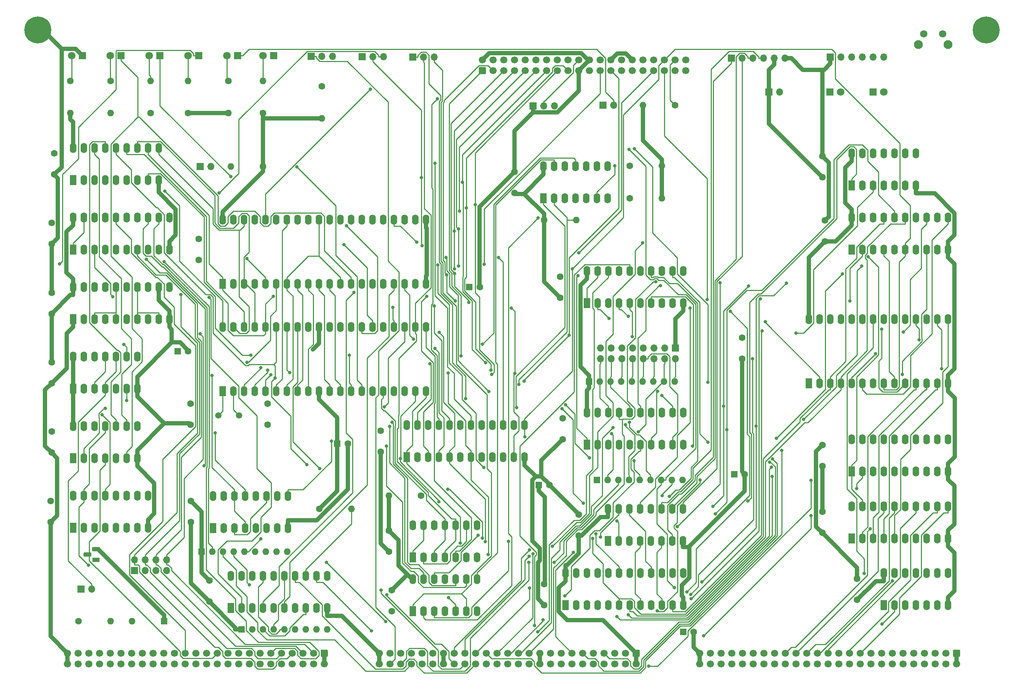
<source format=gbr>
%TF.GenerationSoftware,KiCad,Pcbnew,(6.0.11)*%
%TF.CreationDate,2024-01-05T16:14:18-06:00*%
%TF.ProjectId,processor.tms9995,70726f63-6573-4736-9f72-2e746d733939,v1.0*%
%TF.SameCoordinates,Original*%
%TF.FileFunction,Copper,L2,Bot*%
%TF.FilePolarity,Positive*%
%FSLAX46Y46*%
G04 Gerber Fmt 4.6, Leading zero omitted, Abs format (unit mm)*
G04 Created by KiCad (PCBNEW (6.0.11)) date 2024-01-05 16:14:18*
%MOMM*%
%LPD*%
G01*
G04 APERTURE LIST*
G04 Aperture macros list*
%AMRoundRect*
0 Rectangle with rounded corners*
0 $1 Rounding radius*
0 $2 $3 $4 $5 $6 $7 $8 $9 X,Y pos of 4 corners*
0 Add a 4 corners polygon primitive as box body*
4,1,4,$2,$3,$4,$5,$6,$7,$8,$9,$2,$3,0*
0 Add four circle primitives for the rounded corners*
1,1,$1+$1,$2,$3*
1,1,$1+$1,$4,$5*
1,1,$1+$1,$6,$7*
1,1,$1+$1,$8,$9*
0 Add four rect primitives between the rounded corners*
20,1,$1+$1,$2,$3,$4,$5,0*
20,1,$1+$1,$4,$5,$6,$7,0*
20,1,$1+$1,$6,$7,$8,$9,0*
20,1,$1+$1,$8,$9,$2,$3,0*%
G04 Aperture macros list end*
%TA.AperFunction,ComponentPad*%
%ADD10RoundRect,0.250000X-0.600000X0.600000X-0.600000X-0.600000X0.600000X-0.600000X0.600000X0.600000X0*%
%TD*%
%TA.AperFunction,ComponentPad*%
%ADD11C,1.700000*%
%TD*%
%TA.AperFunction,ComponentPad*%
%ADD12C,1.600000*%
%TD*%
%TA.AperFunction,ComponentPad*%
%ADD13R,1.600000X1.600000*%
%TD*%
%TA.AperFunction,ComponentPad*%
%ADD14O,1.600000X1.600000*%
%TD*%
%TA.AperFunction,ComponentPad*%
%ADD15R,1.800000X1.800000*%
%TD*%
%TA.AperFunction,ComponentPad*%
%ADD16C,1.800000*%
%TD*%
%TA.AperFunction,ComponentPad*%
%ADD17R,1.600000X2.400000*%
%TD*%
%TA.AperFunction,ComponentPad*%
%ADD18O,1.600000X2.400000*%
%TD*%
%TA.AperFunction,ComponentPad*%
%ADD19C,6.400000*%
%TD*%
%TA.AperFunction,ComponentPad*%
%ADD20R,1.800000X1.100000*%
%TD*%
%TA.AperFunction,ComponentPad*%
%ADD21RoundRect,0.275000X0.625000X-0.275000X0.625000X0.275000X-0.625000X0.275000X-0.625000X-0.275000X0*%
%TD*%
%TA.AperFunction,ComponentPad*%
%ADD22C,2.100000*%
%TD*%
%TA.AperFunction,ComponentPad*%
%ADD23C,1.750000*%
%TD*%
%TA.AperFunction,ComponentPad*%
%ADD24R,1.700000X1.700000*%
%TD*%
%TA.AperFunction,ComponentPad*%
%ADD25O,1.700000X1.700000*%
%TD*%
%TA.AperFunction,ComponentPad*%
%ADD26C,1.500000*%
%TD*%
%TA.AperFunction,ComponentPad*%
%ADD27RoundRect,0.250000X0.600000X-0.600000X0.600000X0.600000X-0.600000X0.600000X-0.600000X-0.600000X0*%
%TD*%
%TA.AperFunction,ViaPad*%
%ADD28C,0.800000*%
%TD*%
%TA.AperFunction,Conductor*%
%ADD29C,0.250000*%
%TD*%
%TA.AperFunction,Conductor*%
%ADD30C,1.000000*%
%TD*%
G04 APERTURE END LIST*
D10*
%TO.P,P1,1,Pin_1*%
%TO.N,VCC*%
X108000000Y-223000000D03*
D11*
%TO.P,P1,2,Pin_2*%
X108000000Y-225540000D03*
%TO.P,P1,3,Pin_3*%
%TO.N,~{RD}*%
X105460000Y-223000000D03*
%TO.P,P1,4,Pin_4*%
%TO.N,/bus/E*%
X105460000Y-225540000D03*
%TO.P,P1,5,Pin_5*%
%TO.N,~{WR}*%
X102920000Y-223000000D03*
%TO.P,P1,6,Pin_6*%
%TO.N,/bus/ST*%
X102920000Y-225540000D03*
%TO.P,P1,7,Pin_7*%
%TO.N,~{IORQ}*%
X100380000Y-223000000D03*
%TO.P,P1,8,Pin_8*%
%TO.N,/bus/PHI*%
X100380000Y-225540000D03*
%TO.P,P1,9,Pin_9*%
%TO.N,~{MREQ}*%
X97840000Y-223000000D03*
%TO.P,P1,10,Pin_10*%
%TO.N,/bus/~{INT2}*%
X97840000Y-225540000D03*
%TO.P,P1,11,Pin_11*%
%TO.N,~{M1}*%
X95300000Y-223000000D03*
%TO.P,P1,12,Pin_12*%
%TO.N,/bus/~{INT1}*%
X95300000Y-225540000D03*
%TO.P,P1,13,Pin_13*%
%TO.N,/bus/~{BUSACK}*%
X92760000Y-223000000D03*
%TO.P,P1,14,Pin_14*%
%TO.N,/bus/CRUCLK*%
X92760000Y-225540000D03*
%TO.P,P1,15,Pin_15*%
%TO.N,bCLK*%
X90220000Y-223000000D03*
%TO.P,P1,16,Pin_16*%
%TO.N,/bus/CRUOUT*%
X90220000Y-225540000D03*
%TO.P,P1,17,Pin_17*%
%TO.N,~{INT0}*%
X87680000Y-223000000D03*
%TO.P,P1,18,Pin_18*%
%TO.N,/bus/CRUIN*%
X87680000Y-225540000D03*
%TO.P,P1,19,Pin_19*%
%TO.N,/bus/~{NMI}*%
X85140000Y-223000000D03*
%TO.P,P1,20,Pin_20*%
%TO.N,~{RES_IN}*%
X85140000Y-225540000D03*
%TO.P,P1,21,Pin_21*%
%TO.N,~{RES_OUT}*%
X82600000Y-223000000D03*
%TO.P,P1,22,Pin_22*%
%TO.N,/bus/USER8*%
X82600000Y-225540000D03*
%TO.P,P1,23,Pin_23*%
%TO.N,~{BUSRQ}*%
X80060000Y-223000000D03*
%TO.P,P1,24,Pin_24*%
%TO.N,/bus/USER7*%
X80060000Y-225540000D03*
%TO.P,P1,25,Pin_25*%
%TO.N,~{WAIT}*%
X77520000Y-223000000D03*
%TO.P,P1,26,Pin_26*%
%TO.N,/bus/USER6*%
X77520000Y-225540000D03*
%TO.P,P1,27,Pin_27*%
%TO.N,~{HALT}*%
X74980000Y-223000000D03*
%TO.P,P1,28,Pin_28*%
%TO.N,/bus/USER5*%
X74980000Y-225540000D03*
%TO.P,P1,29,Pin_29*%
%TO.N,/bus/~{RFSH}*%
X72440000Y-223000000D03*
%TO.P,P1,30,Pin_30*%
%TO.N,/bus/USER4*%
X72440000Y-225540000D03*
%TO.P,P1,31,Pin_31*%
%TO.N,/bus/~{EIRQ7}*%
X69900000Y-223000000D03*
%TO.P,P1,32,Pin_32*%
%TO.N,/bus/USER3*%
X69900000Y-225540000D03*
%TO.P,P1,33,Pin_33*%
%TO.N,/bus/~{EIRQ6}*%
X67360000Y-223000000D03*
%TO.P,P1,34,Pin_34*%
%TO.N,/bus/USER2*%
X67360000Y-225540000D03*
%TO.P,P1,35,Pin_35*%
%TO.N,/bus/~{EIRQ5}*%
X64820000Y-223000000D03*
%TO.P,P1,36,Pin_36*%
%TO.N,/bus/USER1*%
X64820000Y-225540000D03*
%TO.P,P1,37,Pin_37*%
%TO.N,/bus/~{EIRQ4}*%
X62280000Y-223000000D03*
%TO.P,P1,38,Pin_38*%
%TO.N,/bus/USER0*%
X62280000Y-225540000D03*
%TO.P,P1,39,Pin_39*%
%TO.N,/bus/~{EIRQ3}*%
X59740000Y-223000000D03*
%TO.P,P1,40,Pin_40*%
%TO.N,Net-(P1-Pad40)*%
X59740000Y-225540000D03*
%TO.P,P1,41,Pin_41*%
%TO.N,/bus/~{EIRQ2}*%
X57200000Y-223000000D03*
%TO.P,P1,42,Pin_42*%
%TO.N,Net-(P1-Pad40)*%
X57200000Y-225540000D03*
%TO.P,P1,43,Pin_43*%
%TO.N,/bus/~{EIRQ1}*%
X54660000Y-223000000D03*
%TO.P,P1,44,Pin_44*%
%TO.N,Net-(P1-Pad44)*%
X54660000Y-225540000D03*
%TO.P,P1,45,Pin_45*%
%TO.N,/bus/~{EIRQ0}*%
X52120000Y-223000000D03*
%TO.P,P1,46,Pin_46*%
%TO.N,Net-(P1-Pad44)*%
X52120000Y-225540000D03*
%TO.P,P1,47,Pin_47*%
%TO.N,/bus/I2C_SCL*%
X49580000Y-223000000D03*
%TO.P,P1,48,Pin_48*%
%TO.N,/bus/I2C_SDA*%
X49580000Y-225540000D03*
%TO.P,P1,49,Pin_49*%
%TO.N,GND*%
X47040000Y-223000000D03*
%TO.P,P1,50,Pin_50*%
X47040000Y-225540000D03*
%TD*%
D12*
%TO.P,C2,1*%
%TO.N,VCC*%
X124000000Y-208000000D03*
%TO.P,C2,2*%
%TO.N,GND*%
X124000000Y-213000000D03*
%TD*%
%TO.P,C3,1*%
%TO.N,VCC*%
X43255000Y-153880000D03*
%TO.P,C3,2*%
%TO.N,GND*%
X43255000Y-158880000D03*
%TD*%
%TO.P,C4,1*%
%TO.N,VCC*%
X164540000Y-167170000D03*
%TO.P,C4,2*%
%TO.N,GND*%
X164540000Y-172170000D03*
%TD*%
%TO.P,C5,1*%
%TO.N,VCC*%
X76275000Y-186840000D03*
%TO.P,C5,2*%
%TO.N,GND*%
X76275000Y-191840000D03*
%TD*%
%TO.P,C6,1*%
%TO.N,VCC*%
X43255000Y-170350000D03*
%TO.P,C6,2*%
%TO.N,GND*%
X43255000Y-175350000D03*
%TD*%
%TO.P,C8,1*%
%TO.N,VCC*%
X160170000Y-206575000D03*
%TO.P,C8,2*%
%TO.N,GND*%
X160170000Y-211575000D03*
%TD*%
%TO.P,C9,1*%
%TO.N,VCC*%
X226135000Y-189400000D03*
%TO.P,C9,2*%
%TO.N,GND*%
X226135000Y-194400000D03*
%TD*%
%TO.P,C11,1*%
%TO.N,VCC*%
X43255000Y-120820000D03*
%TO.P,C11,2*%
%TO.N,GND*%
X43255000Y-125820000D03*
%TD*%
%TO.P,C14,1*%
%TO.N,VCC*%
X207085000Y-148085000D03*
%TO.P,C14,2*%
%TO.N,GND*%
X207085000Y-153085000D03*
%TD*%
D13*
%TO.P,C26,1*%
%TO.N,VCC*%
X73164900Y-151260000D03*
D12*
%TO.P,C26,2*%
%TO.N,GND*%
X75664900Y-151260000D03*
%TD*%
%TO.P,C17,1*%
%TO.N,VCC*%
X43890000Y-104310000D03*
%TO.P,C17,2*%
%TO.N,GND*%
X43890000Y-109310000D03*
%TD*%
D13*
%TO.P,C20,1*%
%TO.N,VCC*%
X111044900Y-173250000D03*
D12*
%TO.P,C20,2*%
%TO.N,GND*%
X113544900Y-173250000D03*
%TD*%
%TO.P,C21,1*%
%TO.N,VCC*%
X123265000Y-193845000D03*
%TO.P,C21,2*%
%TO.N,GND*%
X123265000Y-198845000D03*
%TD*%
D13*
%TO.P,C22,1*%
%TO.N,VCC*%
X158889900Y-183010000D03*
D12*
%TO.P,C22,2*%
%TO.N,GND*%
X161389900Y-183010000D03*
%TD*%
D13*
%TO.P,C28,1*%
%TO.N,VCC*%
X193115000Y-217935000D03*
D12*
%TO.P,C28,2*%
%TO.N,GND*%
X195615000Y-217935000D03*
%TD*%
D13*
%TO.P,D4,1,K*%
%TO.N,VCC*%
X69925000Y-215395000D03*
D14*
%TO.P,D4,2,A*%
%TO.N,Net-(D4-Pad2)*%
X62305000Y-215395000D03*
%TD*%
D15*
%TO.P,D5,1,K*%
%TO.N,Net-(D5-Pad1)*%
X68952500Y-81065000D03*
D16*
%TO.P,D5,2,A*%
%TO.N,Net-(D5-Pad2)*%
X66412500Y-81065000D03*
%TD*%
D15*
%TO.P,D6,1,K*%
%TO.N,~{ACTIVE}*%
X87367500Y-81065000D03*
D16*
%TO.P,D6,2,A*%
%TO.N,Net-(D6-Pad2)*%
X84827500Y-81065000D03*
%TD*%
D15*
%TO.P,D1,1,K*%
%TO.N,GND*%
X50537500Y-81065000D03*
D16*
%TO.P,D1,2,A*%
%TO.N,Net-(D1-Pad2)*%
X47997500Y-81065000D03*
%TD*%
D15*
%TO.P,D2,1,K*%
%TO.N,Net-(D2-Pad1)*%
X78160000Y-81065000D03*
D16*
%TO.P,D2,2,A*%
%TO.N,Net-(D2-Pad2)*%
X75620000Y-81065000D03*
%TD*%
D17*
%TO.P,U4,1*%
%TO.N,~{DBIN}*%
X48330000Y-176682000D03*
D18*
%TO.P,U4,2*%
%TO.N,Net-(U23-Pad6)*%
X50870000Y-176682000D03*
%TO.P,U4,3*%
%TO.N,Net-(R9-Pad2)*%
X53410000Y-176682000D03*
%TO.P,U4,4*%
%TO.N,~{RES_OUT}*%
X55950000Y-176682000D03*
%TO.P,U4,5*%
%TO.N,MAPEN*%
X58490000Y-176682000D03*
%TO.P,U4,6*%
%TO.N,Net-(D3-Pad1)*%
X61030000Y-176682000D03*
%TO.P,U4,7,GND*%
%TO.N,GND*%
X63570000Y-176682000D03*
%TO.P,U4,8*%
%TO.N,Net-(U4-Pad8)*%
X63570000Y-169062000D03*
%TO.P,U4,9*%
%TO.N,CLK*%
X61030000Y-169062000D03*
%TO.P,U4,10*%
%TO.N,Net-(U21-Pad15)*%
X58490000Y-169062000D03*
%TO.P,U4,11*%
%TO.N,~{CRUCLK}*%
X55950000Y-169062000D03*
%TO.P,U4,12*%
%TO.N,Net-(P4-Pad1)*%
X53410000Y-169062000D03*
%TO.P,U4,13*%
%TO.N,~{TMS9995_RST}*%
X50870000Y-169062000D03*
%TO.P,U4,14,VCC*%
%TO.N,VCC*%
X48330000Y-169062000D03*
%TD*%
D17*
%TO.P,U5,1,~{R}*%
%TO.N,Net-(R2-Pad1)*%
X128975000Y-200200000D03*
D18*
%TO.P,U5,2,D*%
%TO.N,Net-(U5-Pad2)*%
X131515000Y-200200000D03*
%TO.P,U5,3,C*%
%TO.N,IAQ*%
X134055000Y-200200000D03*
%TO.P,U5,4,~{S}*%
%TO.N,~{TMS9995_RST}*%
X136595000Y-200200000D03*
%TO.P,U5,5,Q*%
%TO.N,Net-(U3-Pad21)*%
X139135000Y-200200000D03*
%TO.P,U5,6,~{Q}*%
%TO.N,unconnected-(U5-Pad6)*%
X141675000Y-200200000D03*
%TO.P,U5,7,GND*%
%TO.N,GND*%
X144215000Y-200200000D03*
%TO.P,U5,8,~{Q}*%
%TO.N,unconnected-(U5-Pad8)*%
X144215000Y-192580000D03*
%TO.P,U5,9,Q*%
%TO.N,Net-(U5-Pad2)*%
X141675000Y-192580000D03*
%TO.P,U5,10,~{S}*%
%TO.N,~{TMS9995_RST}*%
X139135000Y-192580000D03*
%TO.P,U5,11,C*%
%TO.N,IAQ*%
X136595000Y-192580000D03*
%TO.P,U5,12,D*%
%TO.N,Net-(U5-Pad12)*%
X134055000Y-192580000D03*
%TO.P,U5,13,~{R}*%
%TO.N,Net-(R2-Pad1)*%
X131515000Y-192580000D03*
%TO.P,U5,14,VCC*%
%TO.N,VCC*%
X128975000Y-192580000D03*
%TD*%
D17*
%TO.P,U6,1,C*%
%TO.N,IAQ*%
X81575000Y-193315000D03*
D18*
%TO.P,U6,2,K*%
%TO.N,GND*%
X84115000Y-193315000D03*
%TO.P,U6,3,J*%
%TO.N,Net-(R2-Pad1)*%
X86655000Y-193315000D03*
%TO.P,U6,4,~{S}*%
%TO.N,~{TMS9995_RST}*%
X89195000Y-193315000D03*
%TO.P,U6,5,Q*%
%TO.N,Net-(U5-Pad12)*%
X91735000Y-193315000D03*
%TO.P,U6,6,~{Q}*%
%TO.N,unconnected-(U6-Pad6)*%
X94275000Y-193315000D03*
%TO.P,U6,7,~{Q}*%
%TO.N,unconnected-(U6-Pad7)*%
X96815000Y-193315000D03*
%TO.P,U6,8,GND*%
%TO.N,GND*%
X99355000Y-193315000D03*
%TO.P,U6,9,Q*%
%TO.N,Net-(U3-Pad23)*%
X99355000Y-185695000D03*
%TO.P,U6,10,~{S}*%
%TO.N,Net-(R2-Pad1)*%
X96815000Y-185695000D03*
%TO.P,U6,11,J*%
X94275000Y-185695000D03*
%TO.P,U6,12,K*%
%TO.N,WAIT*%
X91735000Y-185695000D03*
%TO.P,U6,13,C*%
%TO.N,Net-(U4-Pad8)*%
X89195000Y-185695000D03*
%TO.P,U6,14,~{R}*%
%TO.N,~{TMS9995_RST}*%
X86655000Y-185695000D03*
%TO.P,U6,15,~{R}*%
%TO.N,Net-(U15-Pad7)*%
X84115000Y-185695000D03*
%TO.P,U6,16,VCC*%
%TO.N,VCC*%
X81575000Y-185695000D03*
%TD*%
D17*
%TO.P,U8,1,I0/CLK*%
%TO.N,~{MEMEN}*%
X165170000Y-211575000D03*
D18*
%TO.P,U8,2,I1*%
%TO.N,~{WE}*%
X167710000Y-211575000D03*
%TO.P,U8,3,I2*%
%TO.N,unconnected-(U8-Pad3)*%
X170250000Y-211575000D03*
%TO.P,U8,4,I3*%
%TO.N,~{ISFE}*%
X172790000Y-211575000D03*
%TO.P,U8,5,I4*%
%TO.N,RA15*%
X175330000Y-211575000D03*
%TO.P,U8,6,I5*%
%TO.N,CPU-A7*%
X177870000Y-211575000D03*
%TO.P,U8,7,I6*%
%TO.N,CPU-A6*%
X180410000Y-211575000D03*
%TO.P,U8,8,I7*%
%TO.N,~{ROMEN}*%
X182950000Y-211575000D03*
%TO.P,U8,9,I8*%
%TO.N,~{CRUCLK}*%
X185490000Y-211575000D03*
%TO.P,U8,10,I9*%
%TO.N,USER*%
X188030000Y-211575000D03*
%TO.P,U8,11,I10*%
%TO.N,PROTECT*%
X190570000Y-211575000D03*
%TO.P,U8,12,GND*%
%TO.N,GND*%
X193110000Y-211575000D03*
%TO.P,U8,13,I11*%
%TO.N,unconnected-(U8-Pad13)*%
X193110000Y-203955000D03*
%TO.P,U8,14,O9*%
%TO.N,~{CPU-MREQ}*%
X190570000Y-203955000D03*
%TO.P,U8,15,O8*%
%TO.N,unconnected-(U8-Pad15)*%
X188030000Y-203955000D03*
%TO.P,U8,16,O7*%
%TO.N,~{FLAGSEL}*%
X185490000Y-203955000D03*
%TO.P,U8,17,O6*%
%TO.N,unconnected-(U8-Pad17)*%
X182950000Y-203955000D03*
%TO.P,U8,18,O5*%
%TO.N,unconnected-(U8-Pad18)*%
X180410000Y-203955000D03*
%TO.P,U8,19,O4*%
%TO.N,~{PWE}*%
X177870000Y-203955000D03*
%TO.P,U8,20,O3*%
%TO.N,unconnected-(U8-Pad20)*%
X175330000Y-203955000D03*
%TO.P,U8,21,O2*%
%TO.N,unconnected-(U8-Pad21)*%
X172790000Y-203955000D03*
%TO.P,U8,22,O1*%
%TO.N,~{OFFBOARD_MEM}*%
X170250000Y-203955000D03*
%TO.P,U8,23,O0*%
%TO.N,unconnected-(U8-Pad23)*%
X167710000Y-203955000D03*
%TO.P,U8,24,VCC*%
%TO.N,VCC*%
X165170000Y-203955000D03*
%TD*%
D17*
%TO.P,U15,1,A0*%
%TO.N,CPU-D5*%
X48330000Y-193200000D03*
D18*
%TO.P,U15,2,A1*%
%TO.N,CPU-D6*%
X50870000Y-193200000D03*
%TO.P,U15,3,A2*%
%TO.N,CPU-D7*%
X53410000Y-193200000D03*
%TO.P,U15,4,E1*%
%TO.N,~{WE}*%
X55950000Y-193200000D03*
%TO.P,U15,5,E2*%
%TO.N,GND*%
X58490000Y-193200000D03*
%TO.P,U15,6,E3*%
%TO.N,~{MEMEN}*%
X61030000Y-193200000D03*
%TO.P,U15,7,O7*%
%TO.N,Net-(U15-Pad7)*%
X63570000Y-193200000D03*
%TO.P,U15,8,GND*%
%TO.N,GND*%
X66110000Y-193200000D03*
%TO.P,U15,9,O6*%
%TO.N,unconnected-(U15-Pad9)*%
X66110000Y-185580000D03*
%TO.P,U15,10,O5*%
%TO.N,unconnected-(U15-Pad10)*%
X63570000Y-185580000D03*
%TO.P,U15,11,O4*%
%TO.N,unconnected-(U15-Pad11)*%
X61030000Y-185580000D03*
%TO.P,U15,12,O3*%
%TO.N,unconnected-(U15-Pad12)*%
X58490000Y-185580000D03*
%TO.P,U15,13,O2*%
%TO.N,Net-(D2-Pad1)*%
X55950000Y-185580000D03*
%TO.P,U15,14,O1*%
%TO.N,unconnected-(U15-Pad14)*%
X53410000Y-185580000D03*
%TO.P,U15,15,O0*%
%TO.N,~{CRUCLK}*%
X50870000Y-185580000D03*
%TO.P,U15,16,VCC*%
%TO.N,VCC*%
X48330000Y-185580000D03*
%TD*%
D17*
%TO.P,U1,1*%
%TO.N,9995EN*%
X128975000Y-213000000D03*
D18*
%TO.P,U1,2*%
%TO.N,Net-(U1-Pad2)*%
X131515000Y-213000000D03*
%TO.P,U1,3*%
%TO.N,Net-(U1-Pad3)*%
X134055000Y-213000000D03*
%TO.P,U1,4*%
%TO.N,~{ENABLEINT}*%
X136595000Y-213000000D03*
%TO.P,U1,5*%
%TO.N,~{9995EN}*%
X139135000Y-213000000D03*
%TO.P,U1,6*%
%TO.N,9995EN*%
X141675000Y-213000000D03*
%TO.P,U1,7,GND*%
%TO.N,GND*%
X144215000Y-213000000D03*
%TO.P,U1,8*%
%TO.N,Net-(U1-Pad8)*%
X144215000Y-205380000D03*
%TO.P,U1,9*%
%TO.N,~{9902SEL}*%
X141675000Y-205380000D03*
%TO.P,U1,10*%
%TO.N,Net-(U1-Pad10)*%
X139135000Y-205380000D03*
%TO.P,U1,11*%
%TO.N,Net-(D4-Pad2)*%
X136595000Y-205380000D03*
%TO.P,U1,12*%
%TO.N,Net-(U1-Pad12)*%
X134055000Y-205380000D03*
%TO.P,U1,13*%
%TO.N,Net-(U1-Pad13)*%
X131515000Y-205380000D03*
%TO.P,U1,14,VCC*%
%TO.N,VCC*%
X128975000Y-205380000D03*
%TD*%
D10*
%TO.P,P2,1,Pin_1*%
%TO.N,VCC*%
X182000000Y-223000000D03*
D11*
%TO.P,P2,2,Pin_2*%
X182000000Y-225540000D03*
%TO.P,P2,3,Pin_3*%
%TO.N,A15*%
X179460000Y-223000000D03*
%TO.P,P2,4,Pin_4*%
%TO.N,/bus/A31*%
X179460000Y-225540000D03*
%TO.P,P2,5,Pin_5*%
%TO.N,A14*%
X176920000Y-223000000D03*
%TO.P,P2,6,Pin_6*%
%TO.N,/bus/A30*%
X176920000Y-225540000D03*
%TO.P,P2,7,Pin_7*%
%TO.N,A13*%
X174380000Y-223000000D03*
%TO.P,P2,8,Pin_8*%
%TO.N,/bus/A29*%
X174380000Y-225540000D03*
%TO.P,P2,9,Pin_9*%
%TO.N,A12*%
X171840000Y-223000000D03*
%TO.P,P2,10,Pin_10*%
%TO.N,/bus/A28*%
X171840000Y-225540000D03*
%TO.P,P2,11,Pin_11*%
%TO.N,A11*%
X169300000Y-223000000D03*
%TO.P,P2,12,Pin_12*%
%TO.N,/bus/A27*%
X169300000Y-225540000D03*
%TO.P,P2,13,Pin_13*%
%TO.N,A10*%
X166760000Y-223000000D03*
%TO.P,P2,14,Pin_14*%
%TO.N,/bus/A26*%
X166760000Y-225540000D03*
%TO.P,P2,15,Pin_15*%
%TO.N,A9*%
X164220000Y-223000000D03*
%TO.P,P2,16,Pin_16*%
%TO.N,/bus/A25*%
X164220000Y-225540000D03*
%TO.P,P2,17,Pin_17*%
%TO.N,A8*%
X161680000Y-223000000D03*
%TO.P,P2,18,Pin_18*%
%TO.N,/bus/A24*%
X161680000Y-225540000D03*
%TO.P,P2,19,Pin_19*%
%TO.N,+12V*%
X159140000Y-223000000D03*
%TO.P,P2,20,Pin_20*%
X159140000Y-225540000D03*
%TO.P,P2,21,Pin_21*%
%TO.N,A7*%
X156600000Y-223000000D03*
%TO.P,P2,22,Pin_22*%
%TO.N,A23*%
X156600000Y-225540000D03*
%TO.P,P2,23,Pin_23*%
%TO.N,A6*%
X154060000Y-223000000D03*
%TO.P,P2,24,Pin_24*%
%TO.N,A22*%
X154060000Y-225540000D03*
%TO.P,P2,25,Pin_25*%
%TO.N,A5*%
X151520000Y-223000000D03*
%TO.P,P2,26,Pin_26*%
%TO.N,A21*%
X151520000Y-225540000D03*
%TO.P,P2,27,Pin_27*%
%TO.N,A4*%
X148980000Y-223000000D03*
%TO.P,P2,28,Pin_28*%
%TO.N,A20*%
X148980000Y-225540000D03*
%TO.P,P2,29,Pin_29*%
%TO.N,A3*%
X146440000Y-223000000D03*
%TO.P,P2,30,Pin_30*%
%TO.N,A19*%
X146440000Y-225540000D03*
%TO.P,P2,31,Pin_31*%
%TO.N,A2*%
X143900000Y-223000000D03*
%TO.P,P2,32,Pin_32*%
%TO.N,A18*%
X143900000Y-225540000D03*
%TO.P,P2,33,Pin_33*%
%TO.N,A1*%
X141360000Y-223000000D03*
%TO.P,P2,34,Pin_34*%
%TO.N,A17*%
X141360000Y-225540000D03*
%TO.P,P2,35,Pin_35*%
%TO.N,A0*%
X138820000Y-223000000D03*
%TO.P,P2,36,Pin_36*%
%TO.N,A16*%
X138820000Y-225540000D03*
%TO.P,P2,37,Pin_37*%
%TO.N,-12V*%
X136280000Y-223000000D03*
%TO.P,P2,38,Pin_38*%
X136280000Y-225540000D03*
%TO.P,P2,39,Pin_39*%
%TO.N,/bus/IC3*%
X133740000Y-223000000D03*
%TO.P,P2,40,Pin_40*%
%TO.N,~{TEND1}*%
X133740000Y-225540000D03*
%TO.P,P2,41,Pin_41*%
%TO.N,/bus/IC2*%
X131200000Y-223000000D03*
%TO.P,P2,42,Pin_42*%
%TO.N,~{DREQ1}*%
X131200000Y-225540000D03*
%TO.P,P2,43,Pin_43*%
%TO.N,/bus/IC1*%
X128660000Y-223000000D03*
%TO.P,P2,44,Pin_44*%
%TO.N,~{TEND0}*%
X128660000Y-225540000D03*
%TO.P,P2,45,Pin_45*%
%TO.N,/bus/IC0*%
X126120000Y-223000000D03*
%TO.P,P2,46,Pin_46*%
%TO.N,~{DREQ0}*%
X126120000Y-225540000D03*
%TO.P,P2,47,Pin_47*%
%TO.N,/bus/AUXCLK1*%
X123580000Y-223000000D03*
%TO.P,P2,48,Pin_48*%
%TO.N,AUXCLK0*%
X123580000Y-225540000D03*
%TO.P,P2,49,Pin_49*%
%TO.N,GND*%
X121040000Y-223000000D03*
%TO.P,P2,50,Pin_50*%
X121040000Y-225540000D03*
%TD*%
D19*
%TO.P,H2,1,1*%
%TO.N,GND*%
X265000000Y-75000000D03*
%TD*%
D13*
%TO.P,RN1,1,common*%
%TO.N,VCC*%
X78815000Y-198885000D03*
D14*
%TO.P,RN1,2,R1*%
%TO.N,~{CPU-M1}*%
X81355000Y-198885000D03*
%TO.P,RN1,3,R2*%
%TO.N,~{TEND0}*%
X83895000Y-198885000D03*
%TO.P,RN1,4,R3*%
%TO.N,~{TEND1}*%
X86435000Y-198885000D03*
%TO.P,RN1,5,R4*%
%TO.N,~{CPU-RESET}*%
X88975000Y-198885000D03*
%TO.P,RN1,6,R5*%
%TO.N,Net-(JP1-Pad1)*%
X91515000Y-198885000D03*
%TO.P,RN1,7,R6*%
%TO.N,Net-(JP1-Pad3)*%
X94055000Y-198885000D03*
%TO.P,RN1,8,R7*%
%TO.N,Net-(JP1-Pad5)*%
X96595000Y-198885000D03*
%TO.P,RN1,9,R8*%
%TO.N,Net-(JP1-Pad7)*%
X99135000Y-198885000D03*
%TD*%
D17*
%TO.P,U11,1,OEa*%
%TO.N,~{9995EN}*%
X85800000Y-212220000D03*
D18*
%TO.P,U11,2,I0a*%
%TO.N,CPU-A16*%
X88340000Y-212220000D03*
%TO.P,U11,3,O3b*%
%TO.N,A23*%
X90880000Y-212220000D03*
%TO.P,U11,4,I1a*%
%TO.N,CPU-A17*%
X93420000Y-212220000D03*
%TO.P,U11,5,O2b*%
%TO.N,A22*%
X95960000Y-212220000D03*
%TO.P,U11,6,I2a*%
%TO.N,CPU-A18*%
X98500000Y-212220000D03*
%TO.P,U11,7,O1b*%
%TO.N,A21*%
X101040000Y-212220000D03*
%TO.P,U11,8,I3a*%
%TO.N,CPU-A19*%
X103580000Y-212220000D03*
%TO.P,U11,9,O0b*%
%TO.N,A20*%
X106120000Y-212220000D03*
%TO.P,U11,10,GND*%
%TO.N,GND*%
X108660000Y-212220000D03*
%TO.P,U11,11,I0b*%
%TO.N,CPU-A20*%
X108660000Y-204600000D03*
%TO.P,U11,12,O3a*%
%TO.N,A19*%
X106120000Y-204600000D03*
%TO.P,U11,13,I1b*%
%TO.N,CPU-A21*%
X103580000Y-204600000D03*
%TO.P,U11,14,O2a*%
%TO.N,A18*%
X101040000Y-204600000D03*
%TO.P,U11,15,I2b*%
%TO.N,CPU-A22*%
X98500000Y-204600000D03*
%TO.P,U11,16,O1a*%
%TO.N,A17*%
X95960000Y-204600000D03*
%TO.P,U11,17,I3b*%
%TO.N,CPU-A23*%
X93420000Y-204600000D03*
%TO.P,U11,18,O0a*%
%TO.N,A16*%
X90880000Y-204600000D03*
%TO.P,U11,19,OEb*%
%TO.N,~{9995EN}*%
X88340000Y-204600000D03*
%TO.P,U11,20,VCC*%
%TO.N,VCC*%
X85800000Y-204600000D03*
%TD*%
D17*
%TO.P,U16,1*%
%TO.N,~{DBIN}*%
X240745000Y-211575000D03*
D18*
%TO.P,U16,2*%
%TO.N,~{OFFBOARD_MEM}*%
X243285000Y-211575000D03*
%TO.P,U16,3*%
%TO.N,DATA-DIR*%
X245825000Y-211575000D03*
%TO.P,U16,4*%
%TO.N,unconnected-(U16-Pad4)*%
X248365000Y-211575000D03*
%TO.P,U16,5*%
%TO.N,unconnected-(U16-Pad5)*%
X250905000Y-211575000D03*
%TO.P,U16,6*%
%TO.N,unconnected-(U16-Pad6)*%
X253445000Y-211575000D03*
%TO.P,U16,7,GND*%
%TO.N,GND*%
X255985000Y-211575000D03*
%TO.P,U16,8*%
%TO.N,unconnected-(U16-Pad8)*%
X255985000Y-203955000D03*
%TO.P,U16,9*%
%TO.N,unconnected-(U16-Pad9)*%
X253445000Y-203955000D03*
%TO.P,U16,10*%
%TO.N,unconnected-(U16-Pad10)*%
X250905000Y-203955000D03*
%TO.P,U16,11*%
%TO.N,unconnected-(U16-Pad11)*%
X248365000Y-203955000D03*
%TO.P,U16,12*%
%TO.N,unconnected-(U16-Pad12)*%
X245825000Y-203955000D03*
%TO.P,U16,13*%
%TO.N,unconnected-(U16-Pad13)*%
X243285000Y-203955000D03*
%TO.P,U16,14,VCC*%
%TO.N,VCC*%
X240745000Y-203955000D03*
%TD*%
D12*
%TO.P,C19,1*%
%TO.N,VCC*%
X43000000Y-186860000D03*
%TO.P,C19,2*%
%TO.N,GND*%
X43000000Y-191860000D03*
%TD*%
D13*
%TO.P,C18,1*%
%TO.N,VCC*%
X142379900Y-136020000D03*
D12*
%TO.P,C18,2*%
%TO.N,GND*%
X144879900Y-136020000D03*
%TD*%
%TO.P,C12,1*%
%TO.N,VCC*%
X78180000Y-124630000D03*
%TO.P,C12,2*%
%TO.N,GND*%
X78180000Y-129630000D03*
%TD*%
%TO.P,C16,1*%
%TO.N,VCC*%
X80715000Y-205740000D03*
%TO.P,C16,2*%
%TO.N,GND*%
X80715000Y-210740000D03*
%TD*%
D19*
%TO.P,H1,1,1*%
%TO.N,GND*%
X40000000Y-75000000D03*
%TD*%
D10*
%TO.P,P3,1,Pin_1*%
%TO.N,VCC*%
X258000000Y-223000000D03*
D11*
%TO.P,P3,2,Pin_2*%
X258000000Y-225540000D03*
%TO.P,P3,3,Pin_3*%
%TO.N,/bus/D15*%
X255460000Y-223000000D03*
%TO.P,P3,4,Pin_4*%
%TO.N,/bus/D31*%
X255460000Y-225540000D03*
%TO.P,P3,5,Pin_5*%
%TO.N,/bus/D14*%
X252920000Y-223000000D03*
%TO.P,P3,6,Pin_6*%
%TO.N,/bus/D30*%
X252920000Y-225540000D03*
%TO.P,P3,7,Pin_7*%
%TO.N,/bus/D13*%
X250380000Y-223000000D03*
%TO.P,P3,8,Pin_8*%
%TO.N,/bus/D29*%
X250380000Y-225540000D03*
%TO.P,P3,9,Pin_9*%
%TO.N,/bus/D12*%
X247840000Y-223000000D03*
%TO.P,P3,10,Pin_10*%
%TO.N,/bus/D28*%
X247840000Y-225540000D03*
%TO.P,P3,11,Pin_11*%
%TO.N,/bus/D11*%
X245300000Y-223000000D03*
%TO.P,P3,12,Pin_12*%
%TO.N,/bus/D27*%
X245300000Y-225540000D03*
%TO.P,P3,13,Pin_13*%
%TO.N,/bus/D10*%
X242760000Y-223000000D03*
%TO.P,P3,14,Pin_14*%
%TO.N,/bus/D26*%
X242760000Y-225540000D03*
%TO.P,P3,15,Pin_15*%
%TO.N,/bus/D9*%
X240220000Y-223000000D03*
%TO.P,P3,16,Pin_16*%
%TO.N,/bus/D25*%
X240220000Y-225540000D03*
%TO.P,P3,17,Pin_17*%
%TO.N,/bus/D8*%
X237680000Y-223000000D03*
%TO.P,P3,18,Pin_18*%
%TO.N,/bus/D24*%
X237680000Y-225540000D03*
%TO.P,P3,19,Pin_19*%
%TO.N,D7*%
X235140000Y-223000000D03*
%TO.P,P3,20,Pin_20*%
%TO.N,/bus/D23*%
X235140000Y-225540000D03*
%TO.P,P3,21,Pin_21*%
%TO.N,D6*%
X232600000Y-223000000D03*
%TO.P,P3,22,Pin_22*%
%TO.N,/bus/D22*%
X232600000Y-225540000D03*
%TO.P,P3,23,Pin_23*%
%TO.N,D5*%
X230060000Y-223000000D03*
%TO.P,P3,24,Pin_24*%
%TO.N,/bus/D21*%
X230060000Y-225540000D03*
%TO.P,P3,25,Pin_25*%
%TO.N,D4*%
X227520000Y-223000000D03*
%TO.P,P3,26,Pin_26*%
%TO.N,/bus/D20*%
X227520000Y-225540000D03*
%TO.P,P3,27,Pin_27*%
%TO.N,D3*%
X224980000Y-223000000D03*
%TO.P,P3,28,Pin_28*%
%TO.N,/bus/D19*%
X224980000Y-225540000D03*
%TO.P,P3,29,Pin_29*%
%TO.N,D2*%
X222440000Y-223000000D03*
%TO.P,P3,30,Pin_30*%
%TO.N,/bus/D18*%
X222440000Y-225540000D03*
%TO.P,P3,31,Pin_31*%
%TO.N,D1*%
X219900000Y-223000000D03*
%TO.P,P3,32,Pin_32*%
%TO.N,/bus/D17*%
X219900000Y-225540000D03*
%TO.P,P3,33,Pin_33*%
%TO.N,D0*%
X217360000Y-223000000D03*
%TO.P,P3,34,Pin_34*%
%TO.N,/bus/D16*%
X217360000Y-225540000D03*
%TO.P,P3,35,Pin_35*%
%TO.N,/bus/~{BUSERR}*%
X214820000Y-223000000D03*
%TO.P,P3,36,Pin_36*%
%TO.N,/bus/UDS*%
X214820000Y-225540000D03*
%TO.P,P3,37,Pin_37*%
%TO.N,/bus/~{VPA}*%
X212280000Y-223000000D03*
%TO.P,P3,38,Pin_38*%
%TO.N,/bus/LDS*%
X212280000Y-225540000D03*
%TO.P,P3,39,Pin_39*%
%TO.N,/bus/~{VMA}*%
X209740000Y-223000000D03*
%TO.P,P3,40,Pin_40*%
%TO.N,/bus/S2*%
X209740000Y-225540000D03*
%TO.P,P3,41,Pin_41*%
%TO.N,/bus/~{BHE}*%
X207200000Y-223000000D03*
%TO.P,P3,42,Pin_42*%
%TO.N,/bus/S1*%
X207200000Y-225540000D03*
%TO.P,P3,43,Pin_43*%
%TO.N,/bus/IPL2*%
X204660000Y-223000000D03*
%TO.P,P3,44,Pin_44*%
%TO.N,/bus/S0*%
X204660000Y-225540000D03*
%TO.P,P3,45,Pin_45*%
%TO.N,/bus/IPL1*%
X202120000Y-223000000D03*
%TO.P,P3,46,Pin_46*%
%TO.N,/bus/AUXCLK3*%
X202120000Y-225540000D03*
%TO.P,P3,47,Pin_47*%
%TO.N,/bus/IPL0*%
X199580000Y-223000000D03*
%TO.P,P3,48,Pin_48*%
%TO.N,/bus/AUXCLK2*%
X199580000Y-225540000D03*
%TO.P,P3,49,Pin_49*%
%TO.N,GND*%
X197040000Y-223000000D03*
%TO.P,P3,50,Pin_50*%
X197040000Y-225540000D03*
%TD*%
D17*
%TO.P,U13,1,OEa*%
%TO.N,~{9995EN}*%
X48330000Y-127128000D03*
D18*
%TO.P,U13,2,I0a*%
%TO.N,unconnected-(U13-Pad2)*%
X50870000Y-127128000D03*
%TO.P,U13,3,O3b*%
%TO.N,~{RD}*%
X53410000Y-127128000D03*
%TO.P,U13,4,I1a*%
%TO.N,~{CPU-HALT}*%
X55950000Y-127128000D03*
%TO.P,U13,5,O2b*%
%TO.N,~{WR}*%
X58490000Y-127128000D03*
%TO.P,U13,6,I2a*%
%TO.N,unconnected-(U13-Pad6)*%
X61030000Y-127128000D03*
%TO.P,U13,7,O1b*%
%TO.N,~{MREQ}*%
X63570000Y-127128000D03*
%TO.P,U13,8,I3a*%
%TO.N,~{CPU-M1}*%
X66110000Y-127128000D03*
%TO.P,U13,9,O0b*%
%TO.N,~{IORQ}*%
X68650000Y-127128000D03*
%TO.P,U13,10,GND*%
%TO.N,GND*%
X71190000Y-127128000D03*
%TO.P,U13,11,I0b*%
%TO.N,~{CPU-IORQ}*%
X71190000Y-119508000D03*
%TO.P,U13,12,O3a*%
%TO.N,~{M1}*%
X68650000Y-119508000D03*
%TO.P,U13,13,I1b*%
%TO.N,~{CPU-MREQ}*%
X66110000Y-119508000D03*
%TO.P,U13,14,O2a*%
%TO.N,unconnected-(U13-Pad14)*%
X63570000Y-119508000D03*
%TO.P,U13,15,I2b*%
%TO.N,~{PWE}*%
X61030000Y-119508000D03*
%TO.P,U13,16,O1a*%
%TO.N,~{HALT}*%
X58490000Y-119508000D03*
%TO.P,U13,17,I3b*%
%TO.N,~{DBIN}*%
X55950000Y-119508000D03*
%TO.P,U13,18,O0a*%
%TO.N,unconnected-(U13-Pad18)*%
X53410000Y-119508000D03*
%TO.P,U13,19,OEb*%
%TO.N,~{9995EN}*%
X50870000Y-119508000D03*
%TO.P,U13,20,VCC*%
%TO.N,VCC*%
X48330000Y-119508000D03*
%TD*%
D20*
%TO.P,U19,1,Pin_1*%
%TO.N,GND*%
X53815000Y-200790000D03*
D21*
%TO.P,U19,2,Pin_2*%
%TO.N,~{RES_OUT}*%
X51745000Y-199520000D03*
%TO.P,U19,3,Pin_3*%
%TO.N,VCC*%
X53815000Y-198250000D03*
%TD*%
D17*
%TO.P,U7,1,~{R}*%
%TO.N,VCC*%
X48330000Y-160164000D03*
D18*
%TO.P,U7,2,D*%
%TO.N,Net-(U7-Pad2)*%
X50870000Y-160164000D03*
%TO.P,U7,3,C*%
%TO.N,99TOGGLE*%
X53410000Y-160164000D03*
%TO.P,U7,4,~{S}*%
%TO.N,~{RES_IN}*%
X55950000Y-160164000D03*
%TO.P,U7,5,Q*%
%TO.N,Net-(U2-Pad11)*%
X58490000Y-160164000D03*
%TO.P,U7,6,~{Q}*%
%TO.N,Net-(U7-Pad2)*%
X61030000Y-160164000D03*
%TO.P,U7,7,GND*%
%TO.N,GND*%
X63570000Y-160164000D03*
%TO.P,U7,8,~{Q}*%
%TO.N,Net-(U7-Pad12)*%
X63570000Y-152544000D03*
%TO.P,U7,9,Q*%
%TO.N,~{9995ACTIVE}*%
X61030000Y-152544000D03*
%TO.P,U7,10,~{S}*%
%TO.N,~{RES_IN}*%
X58490000Y-152544000D03*
%TO.P,U7,11,C*%
%TO.N,99TOGGLE*%
X55950000Y-152544000D03*
%TO.P,U7,12,D*%
%TO.N,Net-(U7-Pad12)*%
X53410000Y-152544000D03*
%TO.P,U7,13,~{R}*%
%TO.N,VCC*%
X50870000Y-152544000D03*
%TO.P,U7,14,VCC*%
X48330000Y-152544000D03*
%TD*%
D12*
%TO.P,C1,1*%
%TO.N,VCC*%
X163905000Y-138560000D03*
%TO.P,C1,2*%
%TO.N,GND*%
X163905000Y-133560000D03*
%TD*%
D17*
%TO.P,U20,1,G*%
%TO.N,~{IORQ}*%
X170270000Y-173475000D03*
D18*
%TO.P,U20,2,P0*%
%TO.N,A0*%
X172810000Y-173475000D03*
%TO.P,U20,3,R0*%
%TO.N,Net-(J1-Pad2)*%
X175350000Y-173475000D03*
%TO.P,U20,4,P1*%
%TO.N,A1*%
X177890000Y-173475000D03*
%TO.P,U20,5,R1*%
%TO.N,Net-(J1-Pad4)*%
X180430000Y-173475000D03*
%TO.P,U20,6,P2*%
%TO.N,A2*%
X182970000Y-173475000D03*
%TO.P,U20,7,R2*%
%TO.N,Net-(J1-Pad6)*%
X185510000Y-173475000D03*
%TO.P,U20,8,P3*%
%TO.N,A3*%
X188050000Y-173475000D03*
%TO.P,U20,9,R3*%
%TO.N,Net-(J1-Pad8)*%
X190590000Y-173475000D03*
%TO.P,U20,10,GND*%
%TO.N,GND*%
X193130000Y-173475000D03*
%TO.P,U20,11,P4*%
%TO.N,A4*%
X193130000Y-165855000D03*
%TO.P,U20,12,R4*%
%TO.N,Net-(J1-Pad10)*%
X190590000Y-165855000D03*
%TO.P,U20,13,P5*%
%TO.N,A5*%
X188050000Y-165855000D03*
%TO.P,U20,14,R5*%
%TO.N,Net-(J1-Pad12)*%
X185510000Y-165855000D03*
%TO.P,U20,15,P6*%
%TO.N,A6*%
X182970000Y-165855000D03*
%TO.P,U20,16,R6*%
%TO.N,Net-(J1-Pad14)*%
X180430000Y-165855000D03*
%TO.P,U20,17,P7*%
%TO.N,A7*%
X177890000Y-165855000D03*
%TO.P,U20,18,R7*%
%TO.N,Net-(J1-Pad16)*%
X175350000Y-165855000D03*
%TO.P,U20,19,P=R*%
%TO.N,Net-(U1-Pad13)*%
X172810000Y-165855000D03*
%TO.P,U20,20,VCC*%
%TO.N,VCC*%
X170270000Y-165855000D03*
%TD*%
D17*
%TO.P,U9,1,OEa*%
%TO.N,~{9995EN}*%
X233145000Y-127120000D03*
D18*
%TO.P,U9,2,I0a*%
%TO.N,CPU-A0*%
X235685000Y-127120000D03*
%TO.P,U9,3,O3b*%
%TO.N,A7*%
X238225000Y-127120000D03*
%TO.P,U9,4,I1a*%
%TO.N,CPU-A1*%
X240765000Y-127120000D03*
%TO.P,U9,5,O2b*%
%TO.N,A6*%
X243305000Y-127120000D03*
%TO.P,U9,6,I2a*%
%TO.N,CPU-A2*%
X245845000Y-127120000D03*
%TO.P,U9,7,O1b*%
%TO.N,A5*%
X248385000Y-127120000D03*
%TO.P,U9,8,I3a*%
%TO.N,CPU-A3*%
X250925000Y-127120000D03*
%TO.P,U9,9,O0b*%
%TO.N,A4*%
X253465000Y-127120000D03*
%TO.P,U9,10,GND*%
%TO.N,GND*%
X256005000Y-127120000D03*
%TO.P,U9,11,I0b*%
%TO.N,CPU-A4*%
X256005000Y-119500000D03*
%TO.P,U9,12,O3a*%
%TO.N,A3*%
X253465000Y-119500000D03*
%TO.P,U9,13,I1b*%
%TO.N,CPU-A5*%
X250925000Y-119500000D03*
%TO.P,U9,14,O2a*%
%TO.N,A2*%
X248385000Y-119500000D03*
%TO.P,U9,15,I2b*%
%TO.N,CPU-A6*%
X245845000Y-119500000D03*
%TO.P,U9,16,O1a*%
%TO.N,A1*%
X243305000Y-119500000D03*
%TO.P,U9,17,I3b*%
%TO.N,CPU-A7*%
X240765000Y-119500000D03*
%TO.P,U9,18,O0a*%
%TO.N,A0*%
X238225000Y-119500000D03*
%TO.P,U9,19,OEb*%
%TO.N,~{9995EN}*%
X235685000Y-119500000D03*
%TO.P,U9,20,VCC*%
%TO.N,VCC*%
X233145000Y-119500000D03*
%TD*%
D17*
%TO.P,U10,1,OEa*%
%TO.N,~{9995EN}*%
X170260000Y-139820000D03*
D18*
%TO.P,U10,2,I0a*%
%TO.N,CPU-A8*%
X172800000Y-139820000D03*
%TO.P,U10,3,O3b*%
%TO.N,A15*%
X175340000Y-139820000D03*
%TO.P,U10,4,I1a*%
%TO.N,CPU-A9*%
X177880000Y-139820000D03*
%TO.P,U10,5,O2b*%
%TO.N,A14*%
X180420000Y-139820000D03*
%TO.P,U10,6,I2a*%
%TO.N,CPU-A10*%
X182960000Y-139820000D03*
%TO.P,U10,7,O1b*%
%TO.N,A13*%
X185500000Y-139820000D03*
%TO.P,U10,8,I3a*%
%TO.N,CPU-A11*%
X188040000Y-139820000D03*
%TO.P,U10,9,O0b*%
%TO.N,A12*%
X190580000Y-139820000D03*
%TO.P,U10,10,GND*%
%TO.N,GND*%
X193120000Y-139820000D03*
%TO.P,U10,11,I0b*%
%TO.N,CPU-A12*%
X193120000Y-132200000D03*
%TO.P,U10,12,O3a*%
%TO.N,A11*%
X190580000Y-132200000D03*
%TO.P,U10,13,I1b*%
%TO.N,CPU-A13*%
X188040000Y-132200000D03*
%TO.P,U10,14,O2a*%
%TO.N,A10*%
X185500000Y-132200000D03*
%TO.P,U10,15,I2b*%
%TO.N,CPU-A14*%
X182960000Y-132200000D03*
%TO.P,U10,16,O1a*%
%TO.N,A9*%
X180420000Y-132200000D03*
%TO.P,U10,17,I3b*%
%TO.N,CPU-A15*%
X177880000Y-132200000D03*
%TO.P,U10,18,O0a*%
%TO.N,A8*%
X175340000Y-132200000D03*
%TO.P,U10,19,OEb*%
%TO.N,~{9995EN}*%
X172800000Y-132200000D03*
%TO.P,U10,20,VCC*%
%TO.N,VCC*%
X170260000Y-132200000D03*
%TD*%
D17*
%TO.P,U12,1,A->B*%
%TO.N,DATA-DIR*%
X233145000Y-195705000D03*
D18*
%TO.P,U12,2,A0*%
%TO.N,CPU-D0*%
X235685000Y-195705000D03*
%TO.P,U12,3,A1*%
%TO.N,CPU-D1*%
X238225000Y-195705000D03*
%TO.P,U12,4,A2*%
%TO.N,CPU-D2*%
X240765000Y-195705000D03*
%TO.P,U12,5,A3*%
%TO.N,CPU-D3*%
X243305000Y-195705000D03*
%TO.P,U12,6,A4*%
%TO.N,CPU-D4*%
X245845000Y-195705000D03*
%TO.P,U12,7,A5*%
%TO.N,CPU-D5*%
X248385000Y-195705000D03*
%TO.P,U12,8,A6*%
%TO.N,CPU-D6*%
X250925000Y-195705000D03*
%TO.P,U12,9,A7*%
%TO.N,CPU-D7*%
X253465000Y-195705000D03*
%TO.P,U12,10,GND*%
%TO.N,GND*%
X256005000Y-195705000D03*
%TO.P,U12,11,B7*%
%TO.N,D7*%
X256005000Y-188085000D03*
%TO.P,U12,12,B6*%
%TO.N,D6*%
X253465000Y-188085000D03*
%TO.P,U12,13,B5*%
%TO.N,D5*%
X250925000Y-188085000D03*
%TO.P,U12,14,B4*%
%TO.N,D4*%
X248385000Y-188085000D03*
%TO.P,U12,15,B3*%
%TO.N,D3*%
X245845000Y-188085000D03*
%TO.P,U12,16,B2*%
%TO.N,D2*%
X243305000Y-188085000D03*
%TO.P,U12,17,B1*%
%TO.N,D1*%
X240765000Y-188085000D03*
%TO.P,U12,18,B0*%
%TO.N,D0*%
X238225000Y-188085000D03*
%TO.P,U12,19,CE*%
%TO.N,~{9995EN}*%
X235685000Y-188085000D03*
%TO.P,U12,20,VCC*%
%TO.N,VCC*%
X233145000Y-188085000D03*
%TD*%
D17*
%TO.P,U14,1,OEa*%
%TO.N,~{9995EN}*%
X233145000Y-179835000D03*
D18*
%TO.P,U14,2,I0a*%
%TO.N,~{RES_OUT}*%
X235685000Y-179835000D03*
%TO.P,U14,3,O3b*%
%TO.N,unconnected-(U14-Pad3)*%
X238225000Y-179835000D03*
%TO.P,U14,4,I1a*%
%TO.N,CLK*%
X240765000Y-179835000D03*
%TO.P,U14,5,O2b*%
%TO.N,unconnected-(U14-Pad5)*%
X243305000Y-179835000D03*
%TO.P,U14,6,I2a*%
%TO.N,unconnected-(U14-Pad6)*%
X245845000Y-179835000D03*
%TO.P,U14,7,O1b*%
%TO.N,~{CPU-INT}*%
X248385000Y-179835000D03*
%TO.P,U14,8,I3a*%
%TO.N,unconnected-(U14-Pad8)*%
X250925000Y-179835000D03*
%TO.P,U14,9,O0b*%
%TO.N,~{CPU-WAIT}*%
X253465000Y-179835000D03*
%TO.P,U14,10,GND*%
%TO.N,GND*%
X256005000Y-179835000D03*
%TO.P,U14,11,I0b*%
%TO.N,~{WAIT}*%
X256005000Y-172215000D03*
%TO.P,U14,12,O3a*%
%TO.N,unconnected-(U14-Pad12)*%
X253465000Y-172215000D03*
%TO.P,U14,13,I1b*%
%TO.N,~{INT0}*%
X250925000Y-172215000D03*
%TO.P,U14,14,O2a*%
%TO.N,unconnected-(U14-Pad14)*%
X248385000Y-172215000D03*
%TO.P,U14,15,I2b*%
%TO.N,unconnected-(U14-Pad15)*%
X245845000Y-172215000D03*
%TO.P,U14,16,O1a*%
%TO.N,GENCLK*%
X243305000Y-172215000D03*
%TO.P,U14,17,I3b*%
%TO.N,unconnected-(U14-Pad17)*%
X240765000Y-172215000D03*
%TO.P,U14,18,O0a*%
%TO.N,~{CPU-RESET}*%
X238225000Y-172215000D03*
%TO.P,U14,19,OEb*%
%TO.N,~{ENABLEINT}*%
X235685000Y-172215000D03*
%TO.P,U14,20,VCC*%
%TO.N,VCC*%
X233145000Y-172215000D03*
%TD*%
D17*
%TO.P,U2,1*%
%TO.N,Net-(U1-Pad10)*%
X160000000Y-115000000D03*
D18*
%TO.P,U2,2*%
%TO.N,Net-(R9-Pad2)*%
X162540000Y-115000000D03*
%TO.P,U2,3*%
%TO.N,Net-(U1-Pad2)*%
X165080000Y-115000000D03*
%TO.P,U2,4*%
%TO.N,Net-(D5-Pad1)*%
X167620000Y-115000000D03*
%TO.P,U2,5*%
%TO.N,TX*%
X170160000Y-115000000D03*
%TO.P,U2,6*%
%TO.N,Net-(D8-Pad1)*%
X172700000Y-115000000D03*
%TO.P,U2,7,GND*%
%TO.N,GND*%
X175240000Y-115000000D03*
%TO.P,U2,8*%
%TO.N,Net-(D9-Pad1)*%
X175240000Y-107380000D03*
%TO.P,U2,9*%
%TO.N,RX*%
X172700000Y-107380000D03*
%TO.P,U2,10*%
%TO.N,~{BUSRQ}*%
X170160000Y-107380000D03*
%TO.P,U2,11*%
%TO.N,Net-(U2-Pad11)*%
X167620000Y-107380000D03*
%TO.P,U2,12*%
%TO.N,Net-(D7-Pad1)*%
X165080000Y-107380000D03*
%TO.P,U2,13*%
%TO.N,Net-(U1-Pad8)*%
X162540000Y-107380000D03*
%TO.P,U2,14,VCC*%
%TO.N,VCC*%
X160000000Y-107380000D03*
%TD*%
D15*
%TO.P,D3,1,K*%
%TO.N,Net-(D3-Pad1)*%
X59745000Y-81065000D03*
D16*
%TO.P,D3,2,A*%
%TO.N,Net-(D3-Pad2)*%
X57205000Y-81065000D03*
%TD*%
D12*
%TO.P,R4,1*%
%TO.N,VCC*%
X93420000Y-107445000D03*
D14*
%TO.P,R4,2*%
%TO.N,~{CPU-INT4}*%
X85800000Y-107445000D03*
%TD*%
D22*
%TO.P,SW1,*%
%TO.N,*%
X255985000Y-78452500D03*
X248975000Y-78452500D03*
D23*
%TO.P,SW1,1,1*%
%TO.N,~{EXT_RES}*%
X250225000Y-75962500D03*
%TO.P,SW1,2,2*%
%TO.N,GND*%
X254725000Y-75962500D03*
%TD*%
D12*
%TO.P,R1,1*%
%TO.N,Net-(D1-Pad2)*%
X47700000Y-87125000D03*
D14*
%TO.P,R1,2*%
%TO.N,VCC*%
X47700000Y-94745000D03*
%TD*%
D17*
%TO.P,U18,1,VPP*%
%TO.N,unconnected-(U18-Pad1)*%
X222945000Y-158885000D03*
D18*
%TO.P,U18,2,A12*%
%TO.N,RA12*%
X225485000Y-158885000D03*
%TO.P,U18,3,A7*%
%TO.N,CPU-A7*%
X228025000Y-158885000D03*
%TO.P,U18,4,A6*%
%TO.N,CPU-A6*%
X230565000Y-158885000D03*
%TO.P,U18,5,A5*%
%TO.N,CPU-A5*%
X233105000Y-158885000D03*
%TO.P,U18,6,A4*%
%TO.N,CPU-A4*%
X235645000Y-158885000D03*
%TO.P,U18,7,A3*%
%TO.N,CPU-A3*%
X238185000Y-158885000D03*
%TO.P,U18,8,A2*%
%TO.N,CPU-A2*%
X240725000Y-158885000D03*
%TO.P,U18,9,A1*%
%TO.N,CPU-A1*%
X243265000Y-158885000D03*
%TO.P,U18,10,A0*%
%TO.N,CPU-A0*%
X245805000Y-158885000D03*
%TO.P,U18,11,D0*%
%TO.N,CPU-D0*%
X248345000Y-158885000D03*
%TO.P,U18,12,D1*%
%TO.N,CPU-D1*%
X250885000Y-158885000D03*
%TO.P,U18,13,D2*%
%TO.N,CPU-D2*%
X253425000Y-158885000D03*
%TO.P,U18,14,GND*%
%TO.N,GND*%
X255965000Y-158885000D03*
%TO.P,U18,15,D3*%
%TO.N,CPU-D3*%
X255965000Y-143645000D03*
%TO.P,U18,16,D4*%
%TO.N,CPU-D4*%
X253425000Y-143645000D03*
%TO.P,U18,17,D5*%
%TO.N,CPU-D5*%
X250885000Y-143645000D03*
%TO.P,U18,18,D6*%
%TO.N,CPU-D6*%
X248345000Y-143645000D03*
%TO.P,U18,19,D7*%
%TO.N,CPU-D7*%
X245805000Y-143645000D03*
%TO.P,U18,20,~{CE}*%
%TO.N,~{ONBOARD_ROM}*%
X243265000Y-143645000D03*
%TO.P,U18,21,A10*%
%TO.N,CPU-A10*%
X240725000Y-143645000D03*
%TO.P,U18,22,~{OE}*%
%TO.N,~{DBIN}*%
X238185000Y-143645000D03*
%TO.P,U18,23,A11*%
%TO.N,CPU-A11*%
X235645000Y-143645000D03*
%TO.P,U18,24,A9*%
%TO.N,CPU-A9*%
X233105000Y-143645000D03*
%TO.P,U18,25,A8*%
%TO.N,CPU-A8*%
X230565000Y-143645000D03*
%TO.P,U18,26,A13*%
%TO.N,RA13*%
X228025000Y-143645000D03*
%TO.P,U18,27,A14*%
%TO.N,RA14*%
X225485000Y-143645000D03*
%TO.P,U18,28,VCC*%
%TO.N,VCC*%
X222945000Y-143645000D03*
%TD*%
D13*
%TO.P,C24,1*%
%TO.N,VCC*%
X205244900Y-180470000D03*
D12*
%TO.P,C24,2*%
%TO.N,GND*%
X207744900Y-180470000D03*
%TD*%
%TO.P,C7,1*%
%TO.N,VCC*%
X153110000Y-113715000D03*
%TO.P,C7,2*%
%TO.N,GND*%
X153110000Y-108715000D03*
%TD*%
%TO.P,R8,1*%
%TO.N,~{EXT_RES}*%
X49605000Y-215395000D03*
D14*
%TO.P,R8,2*%
%TO.N,Net-(D4-Pad2)*%
X57225000Y-215395000D03*
%TD*%
D12*
%TO.P,C27,1*%
%TO.N,VCC*%
X226135000Y-109985000D03*
%TO.P,C27,2*%
%TO.N,GND*%
X226135000Y-104985000D03*
%TD*%
D17*
%TO.P,U3,1,XTAL1*%
%TO.N,Net-(C40-Pad2)*%
X83875000Y-160790000D03*
D18*
%TO.P,U3,2,XTAL2/CLKIN*%
%TO.N,Net-(C41-Pad2)*%
X86415000Y-160790000D03*
%TO.P,U3,3,CLKOUT*%
%TO.N,CLK*%
X88955000Y-160790000D03*
%TO.P,U3,4,D7*%
%TO.N,CPU-D0*%
X91495000Y-160790000D03*
%TO.P,U3,5,D6*%
%TO.N,CPU-D1*%
X94035000Y-160790000D03*
%TO.P,U3,6,D5*%
%TO.N,CPU-D2*%
X96575000Y-160790000D03*
%TO.P,U3,7,D4*%
%TO.N,CPU-D3*%
X99115000Y-160790000D03*
%TO.P,U3,8,D3*%
%TO.N,CPU-D4*%
X101655000Y-160790000D03*
%TO.P,U3,9,D2*%
%TO.N,CPU-D5*%
X104195000Y-160790000D03*
%TO.P,U3,10,VCC*%
%TO.N,VCC*%
X106735000Y-160790000D03*
%TO.P,U3,11,D1*%
%TO.N,CPU-D6*%
X109275000Y-160790000D03*
%TO.P,U3,12,D0*%
%TO.N,CPU-D7*%
X111815000Y-160790000D03*
%TO.P,U3,13,CRUIN*%
%TO.N,CRUIN*%
X114355000Y-160790000D03*
%TO.P,U3,14,~{INT4}/~{EC}*%
%TO.N,~{CPU-INT4}*%
X116895000Y-160790000D03*
%TO.P,U3,15,~{INT1}*%
%TO.N,~{CPU-INT}*%
X119435000Y-160790000D03*
%TO.P,U3,16,IAQ/HOLDA*%
%TO.N,IAQ*%
X121975000Y-160790000D03*
%TO.P,U3,17,~{DBIN}*%
%TO.N,~{DBIN}*%
X124515000Y-160790000D03*
%TO.P,U3,18,~{HOLD}*%
%TO.N,~{CPU-WAIT}*%
X127055000Y-160790000D03*
%TO.P,U3,19,~{WE}/~{CRUCLK}*%
%TO.N,~{WE}*%
X129595000Y-160790000D03*
%TO.P,U3,20,~{MENEN}*%
%TO.N,~{MEMEN}*%
X132135000Y-160790000D03*
%TO.P,U3,21,~{NMI}*%
%TO.N,Net-(U3-Pad21)*%
X132135000Y-145550000D03*
%TO.P,U3,22,~{RESET}*%
%TO.N,~{TMS9995_RST}*%
X129595000Y-145550000D03*
%TO.P,U3,23,READY*%
%TO.N,Net-(U3-Pad23)*%
X127055000Y-145550000D03*
%TO.P,U3,24,A0*%
%TO.N,RA15*%
X124515000Y-145550000D03*
%TO.P,U3,25,A1*%
%TO.N,RA14*%
X121975000Y-145550000D03*
%TO.P,U3,26,A2*%
%TO.N,RA13*%
X119435000Y-145550000D03*
%TO.P,U3,27,A3*%
%TO.N,RA12*%
X116895000Y-145550000D03*
%TO.P,U3,28,A4*%
%TO.N,CPU-A11*%
X114355000Y-145550000D03*
%TO.P,U3,29,A5*%
%TO.N,CPU-A10*%
X111815000Y-145550000D03*
%TO.P,U3,30,A6*%
%TO.N,CPU-A9*%
X109275000Y-145550000D03*
%TO.P,U3,31,VSS*%
%TO.N,GND*%
X106735000Y-145550000D03*
%TO.P,U3,32,A7*%
%TO.N,CPU-A8*%
X104195000Y-145550000D03*
%TO.P,U3,33,A8*%
%TO.N,CPU-A7*%
X101655000Y-145550000D03*
%TO.P,U3,34,A9*%
%TO.N,CPU-A6*%
X99115000Y-145550000D03*
%TO.P,U3,35,A10*%
%TO.N,CPU-A5*%
X96575000Y-145550000D03*
%TO.P,U3,36,A11*%
%TO.N,CPU-A4*%
X94035000Y-145550000D03*
%TO.P,U3,37,A12*%
%TO.N,CPU-A3*%
X91495000Y-145550000D03*
%TO.P,U3,38,A13*%
%TO.N,CPU-A2*%
X88955000Y-145550000D03*
%TO.P,U3,39,A14*%
%TO.N,CPU-A1*%
X86415000Y-145550000D03*
%TO.P,U3,40,A15/CRUOUT*%
%TO.N,CPU-A0*%
X83875000Y-145550000D03*
%TD*%
D12*
%TO.P,R10,1*%
%TO.N,VCC*%
X66750000Y-94745000D03*
D14*
%TO.P,R10,2*%
%TO.N,Net-(D5-Pad2)*%
X66750000Y-87125000D03*
%TD*%
D17*
%TO.P,U22,1,A0*%
%TO.N,CPU-A1*%
X175320000Y-196335000D03*
D18*
%TO.P,U22,2,A1*%
%TO.N,CPU-A2*%
X177860000Y-196335000D03*
%TO.P,U22,3,A2*%
%TO.N,CPU-A3*%
X180400000Y-196335000D03*
%TO.P,U22,4,Q0*%
%TO.N,~{ROMEN}*%
X182940000Y-196335000D03*
%TO.P,U22,5,Q1*%
%TO.N,MAPEN*%
X185480000Y-196335000D03*
%TO.P,U22,6,Q2*%
%TO.N,USER*%
X188020000Y-196335000D03*
%TO.P,U22,7,Q3*%
%TO.N,USEROUT1*%
X190560000Y-196335000D03*
%TO.P,U22,8,GND*%
%TO.N,GND*%
X193100000Y-196335000D03*
%TO.P,U22,9,Q4*%
%TO.N,USEROUT2*%
X193100000Y-188715000D03*
%TO.P,U22,10,Q5*%
%TO.N,USEROUT3*%
X190560000Y-188715000D03*
%TO.P,U22,11,Q6*%
%TO.N,USEROUT4*%
X188020000Y-188715000D03*
%TO.P,U22,12,Q7*%
%TO.N,Net-(U1-Pad3)*%
X185480000Y-188715000D03*
%TO.P,U22,13,D*%
%TO.N,CPU-A0*%
X182940000Y-188715000D03*
%TO.P,U22,14,E*%
%TO.N,~{FLAGSEL}*%
X180400000Y-188715000D03*
%TO.P,U22,15,Clr*%
%TO.N,~{TMS9995_RST}*%
X177860000Y-188715000D03*
%TO.P,U22,16,VCC*%
%TO.N,VCC*%
X175320000Y-188715000D03*
%TD*%
D24*
%TO.P,J7,1,Pin_1*%
%TO.N,USEROUT1*%
X204540000Y-81700000D03*
D25*
%TO.P,J7,2,Pin_2*%
%TO.N,USEROUT2*%
X207080000Y-81700000D03*
%TO.P,J7,3,Pin_3*%
%TO.N,USEROUT3*%
X209620000Y-81700000D03*
%TO.P,J7,4,Pin_4*%
%TO.N,USEROUT4*%
X212160000Y-81700000D03*
%TO.P,J7,5,Pin_5*%
%TO.N,VCC*%
X214700000Y-81700000D03*
%TO.P,J7,6,Pin_6*%
%TO.N,GND*%
X217240000Y-81700000D03*
%TD*%
D12*
%TO.P,R12,1*%
%TO.N,Net-(D6-Pad2)*%
X85165000Y-87125000D03*
D14*
%TO.P,R12,2*%
%TO.N,VCC*%
X85165000Y-94745000D03*
%TD*%
D12*
%TO.P,R11,1*%
%TO.N,Net-(D9-Pad2)*%
X180440000Y-115000000D03*
D14*
%TO.P,R11,2*%
%TO.N,VCC*%
X188060000Y-115000000D03*
%TD*%
D24*
%TO.P,JP1,1,Pin_1*%
%TO.N,Net-(JP1-Pad1)*%
X62940000Y-203330000D03*
D25*
%TO.P,JP1,2,Pin_2*%
%TO.N,~{IORQ}*%
X62940000Y-200790000D03*
%TO.P,JP1,3,Pin_3*%
%TO.N,Net-(JP1-Pad3)*%
X65480000Y-203330000D03*
%TO.P,JP1,4,Pin_4*%
%TO.N,~{MREQ}*%
X65480000Y-200790000D03*
%TO.P,JP1,5,Pin_5*%
%TO.N,Net-(JP1-Pad5)*%
X68020000Y-203330000D03*
%TO.P,JP1,6,Pin_6*%
%TO.N,~{WR}*%
X68020000Y-200790000D03*
%TO.P,JP1,7,Pin_7*%
%TO.N,Net-(JP1-Pad7)*%
X70560000Y-203330000D03*
%TO.P,JP1,8,Pin_8*%
%TO.N,~{RD}*%
X70560000Y-200790000D03*
%TD*%
D26*
%TO.P,Y1,1,1*%
%TO.N,Net-(C41-Pad2)*%
X87750000Y-166500000D03*
%TO.P,Y1,2,2*%
%TO.N,Net-(C40-Pad2)*%
X82870000Y-166500000D03*
%TD*%
D12*
%TO.P,R3,1*%
%TO.N,VCC*%
X75640000Y-94745000D03*
D14*
%TO.P,R3,2*%
%TO.N,Net-(D2-Pad2)*%
X75640000Y-87125000D03*
%TD*%
D24*
%TO.P,J6,1,Pin_1*%
%TO.N,VCC*%
X213430000Y-89750000D03*
D25*
%TO.P,J6,2,Pin_2*%
%TO.N,Net-(J5-Pad3)*%
X215970000Y-89750000D03*
%TD*%
D24*
%TO.P,J3,1,Pin_1*%
%TO.N,GND*%
X116930000Y-81340000D03*
D25*
%TO.P,J3,2,Pin_2*%
%TO.N,~{9995EN}*%
X119470000Y-81340000D03*
%TO.P,J3,3,Pin_3*%
%TO.N,~{9995ACTIVE}*%
X122010000Y-81340000D03*
%TD*%
D12*
%TO.P,C29,1*%
%TO.N,VCC*%
X121315000Y-170190000D03*
%TO.P,C29,2*%
%TO.N,GND*%
X121315000Y-175190000D03*
%TD*%
%TO.P,C15,1*%
%TO.N,VCC*%
X234390000Y-210315000D03*
%TO.P,C15,2*%
%TO.N,GND*%
X234390000Y-205315000D03*
%TD*%
%TO.P,C25,1*%
%TO.N,VCC*%
X43255000Y-142370000D03*
%TO.P,C25,2*%
%TO.N,GND*%
X43255000Y-137370000D03*
%TD*%
%TO.P,C10,1*%
%TO.N,VCC*%
X226135000Y-178565000D03*
%TO.P,C10,2*%
%TO.N,GND*%
X226135000Y-173565000D03*
%TD*%
D24*
%TO.P,J9,1,Pin_1*%
%TO.N,~{EXT_RES}*%
X50240000Y-207775000D03*
D25*
%TO.P,J9,2,Pin_2*%
%TO.N,~{RES_IN}*%
X52780000Y-207775000D03*
%TD*%
D17*
%TO.P,U23,1,RS2*%
%TO.N,CPU-A2*%
X83875000Y-135290000D03*
D18*
%TO.P,U23,2,MA3*%
%TO.N,RA15*%
X86415000Y-135290000D03*
%TO.P,U23,3,RS3*%
%TO.N,CPU-A3*%
X88955000Y-135290000D03*
%TO.P,U23,4,~{CS}*%
%TO.N,~{MAPSEL}*%
X91495000Y-135290000D03*
%TO.P,U23,5,~{STROBE}*%
%TO.N,~{PWE}*%
X94035000Y-135290000D03*
%TO.P,U23,6,R/~{W}*%
%TO.N,Net-(U23-Pad6)*%
X96575000Y-135290000D03*
%TO.P,U23,7,D0*%
%TO.N,CPU-D3*%
X99115000Y-135290000D03*
%TO.P,U23,8,D1*%
%TO.N,CPU-D4*%
X101655000Y-135290000D03*
%TO.P,U23,9,D2*%
%TO.N,CPU-D5*%
X104195000Y-135290000D03*
%TO.P,U23,10,D3*%
%TO.N,CPU-D6*%
X106735000Y-135290000D03*
%TO.P,U23,11,D4*%
%TO.N,CPU-D7*%
X109275000Y-135290000D03*
%TO.P,U23,12,D5*%
%TO.N,CPU-D3*%
X111815000Y-135290000D03*
%TO.P,U23,13,~{MM}*%
%TO.N,Net-(D3-Pad1)*%
X114355000Y-135290000D03*
%TO.P,U23,14,MO0*%
%TO.N,unconnected-(U23-Pad14)*%
X116895000Y-135290000D03*
%TO.P,U23,15,MO1*%
%TO.N,CPU-A16*%
X119435000Y-135290000D03*
%TO.P,U23,16,MO2*%
%TO.N,CPU-A17*%
X121975000Y-135290000D03*
%TO.P,U23,17,MO3*%
%TO.N,CPU-A18*%
X124515000Y-135290000D03*
%TO.P,U23,18,MO4*%
%TO.N,PROTECT*%
X127055000Y-135290000D03*
%TO.P,U23,19,MO5*%
%TO.N,unconnected-(U23-Pad19)*%
X129595000Y-135290000D03*
%TO.P,U23,20,VSS*%
%TO.N,GND*%
X132135000Y-135290000D03*
%TO.P,U23,21,~{M3}*%
X132135000Y-120050000D03*
%TO.P,U23,22,MO6*%
%TO.N,unconnected-(U23-Pad22)*%
X129595000Y-120050000D03*
%TO.P,U23,23,MO7*%
%TO.N,unconnected-(U23-Pad23)*%
X127055000Y-120050000D03*
%TO.P,U23,24,MO8*%
%TO.N,CPU-A15*%
X124515000Y-120050000D03*
%TO.P,U23,25,MO9*%
%TO.N,CPU-A12*%
X121975000Y-120050000D03*
%TO.P,U23,26,MO10*%
%TO.N,CPU-A13*%
X119435000Y-120050000D03*
%TO.P,U23,27,MO11*%
%TO.N,CPU-A14*%
X116895000Y-120050000D03*
%TO.P,U23,28,NC*%
%TO.N,unconnected-(U23-Pad28)*%
X114355000Y-120050000D03*
%TO.P,U23,29,D6*%
%TO.N,CPU-D3*%
X111815000Y-120050000D03*
%TO.P,U23,30,D7*%
X109275000Y-120050000D03*
%TO.P,U23,31,D8*%
X106735000Y-120050000D03*
%TO.P,U23,32,D9*%
%TO.N,CPU-D0*%
X104195000Y-120050000D03*
%TO.P,U23,33,D10*%
%TO.N,CPU-D1*%
X101655000Y-120050000D03*
%TO.P,U23,34,D11*%
%TO.N,CPU-D2*%
X99115000Y-120050000D03*
%TO.P,U23,35,MA0*%
%TO.N,RA12*%
X96575000Y-120050000D03*
%TO.P,U23,36,RS0*%
%TO.N,CPU-A0*%
X94035000Y-120050000D03*
%TO.P,U23,37,MA1*%
%TO.N,RA13*%
X91495000Y-120050000D03*
%TO.P,U23,38,RS1*%
%TO.N,CPU-A1*%
X88955000Y-120050000D03*
%TO.P,U23,39,MA2*%
%TO.N,RA14*%
X86415000Y-120050000D03*
%TO.P,U23,40,VCC*%
%TO.N,VCC*%
X83875000Y-120050000D03*
%TD*%
D17*
%TO.P,U24,1*%
%TO.N,Net-(U1-Pad12)*%
X233120000Y-111880000D03*
D18*
%TO.P,U24,2*%
%TO.N,~{M1}*%
X235660000Y-111880000D03*
%TO.P,U24,3*%
%TO.N,99TOGGLE*%
X238200000Y-111880000D03*
%TO.P,U24,4*%
%TO.N,unconnected-(U24-Pad4)*%
X240740000Y-111880000D03*
%TO.P,U24,5*%
%TO.N,unconnected-(U24-Pad5)*%
X243280000Y-111880000D03*
%TO.P,U24,6*%
%TO.N,unconnected-(U24-Pad6)*%
X245820000Y-111880000D03*
%TO.P,U24,7,GND*%
%TO.N,GND*%
X248360000Y-111880000D03*
%TO.P,U24,8*%
%TO.N,unconnected-(U24-Pad8)*%
X248360000Y-104260000D03*
%TO.P,U24,9*%
%TO.N,unconnected-(U24-Pad9)*%
X245820000Y-104260000D03*
%TO.P,U24,10*%
%TO.N,unconnected-(U24-Pad10)*%
X243280000Y-104260000D03*
%TO.P,U24,11*%
%TO.N,unconnected-(U24-Pad11)*%
X240740000Y-104260000D03*
%TO.P,U24,12*%
%TO.N,unconnected-(U24-Pad12)*%
X238200000Y-104260000D03*
%TO.P,U24,13*%
%TO.N,unconnected-(U24-Pad13)*%
X235660000Y-104260000D03*
%TO.P,U24,14,VCC*%
%TO.N,VCC*%
X233120000Y-104260000D03*
%TD*%
D12*
%TO.P,R5,1*%
%TO.N,VCC*%
X93420000Y-94745000D03*
D14*
%TO.P,R5,2*%
%TO.N,Net-(D7-Pad2)*%
X93420000Y-87125000D03*
%TD*%
D24*
%TO.P,J1,1,Pin_1*%
%TO.N,GND*%
X191250000Y-150500000D03*
D25*
%TO.P,J1,2,Pin_2*%
%TO.N,Net-(J1-Pad2)*%
X191250000Y-153040000D03*
%TO.P,J1,3,Pin_3*%
%TO.N,GND*%
X188710000Y-150500000D03*
%TO.P,J1,4,Pin_4*%
%TO.N,Net-(J1-Pad4)*%
X188710000Y-153040000D03*
%TO.P,J1,5,Pin_5*%
%TO.N,GND*%
X186170000Y-150500000D03*
%TO.P,J1,6,Pin_6*%
%TO.N,Net-(J1-Pad6)*%
X186170000Y-153040000D03*
%TO.P,J1,7,Pin_7*%
%TO.N,GND*%
X183630000Y-150500000D03*
%TO.P,J1,8,Pin_8*%
%TO.N,Net-(J1-Pad8)*%
X183630000Y-153040000D03*
%TO.P,J1,9,Pin_9*%
%TO.N,GND*%
X181090000Y-150500000D03*
%TO.P,J1,10,Pin_10*%
%TO.N,Net-(J1-Pad10)*%
X181090000Y-153040000D03*
%TO.P,J1,11,Pin_11*%
%TO.N,GND*%
X178550000Y-150500000D03*
%TO.P,J1,12,Pin_12*%
%TO.N,Net-(J1-Pad12)*%
X178550000Y-153040000D03*
%TO.P,J1,13,Pin_13*%
%TO.N,GND*%
X176010000Y-150500000D03*
%TO.P,J1,14,Pin_14*%
%TO.N,Net-(J1-Pad14)*%
X176010000Y-153040000D03*
%TO.P,J1,15,Pin_15*%
%TO.N,GND*%
X173470000Y-150500000D03*
%TO.P,J1,16,Pin_16*%
%TO.N,Net-(J1-Pad16)*%
X173470000Y-153040000D03*
%TD*%
D12*
%TO.P,C40,1*%
%TO.N,GND*%
X76250000Y-168750000D03*
%TO.P,C40,2*%
%TO.N,Net-(C40-Pad2)*%
X76250000Y-163750000D03*
%TD*%
D24*
%TO.P,J4,1,Pin_1*%
%TO.N,Net-(J4-Pad1)*%
X78492500Y-107445000D03*
D25*
%TO.P,J4,2,Pin_2*%
%TO.N,~{CPU-INT4}*%
X81032500Y-107445000D03*
%TD*%
D15*
%TO.P,D9,1,K*%
%TO.N,Net-(D9-Pad1)*%
X238225000Y-89750000D03*
D16*
%TO.P,D9,2,A*%
%TO.N,Net-(D9-Pad2)*%
X240765000Y-89750000D03*
%TD*%
D13*
%TO.P,RN3,1,common*%
%TO.N,VCC*%
X170825000Y-158500000D03*
D14*
%TO.P,RN3,2,R1*%
%TO.N,Net-(J1-Pad16)*%
X173365000Y-158500000D03*
%TO.P,RN3,3,R2*%
%TO.N,Net-(J1-Pad14)*%
X175905000Y-158500000D03*
%TO.P,RN3,4,R3*%
%TO.N,Net-(J1-Pad12)*%
X178445000Y-158500000D03*
%TO.P,RN3,5,R4*%
%TO.N,Net-(J1-Pad10)*%
X180985000Y-158500000D03*
%TO.P,RN3,6,R5*%
%TO.N,Net-(J1-Pad8)*%
X183525000Y-158500000D03*
%TO.P,RN3,7,R6*%
%TO.N,Net-(J1-Pad6)*%
X186065000Y-158500000D03*
%TO.P,RN3,8,R7*%
%TO.N,Net-(J1-Pad4)*%
X188605000Y-158500000D03*
%TO.P,RN3,9,R8*%
%TO.N,Net-(J1-Pad2)*%
X191145000Y-158500000D03*
%TD*%
D12*
%TO.P,R7,1*%
%TO.N,Net-(D3-Pad2)*%
X57225000Y-87125000D03*
D14*
%TO.P,R7,2*%
%TO.N,VCC*%
X57225000Y-94745000D03*
%TD*%
D12*
%TO.P,R14,1*%
%TO.N,Net-(P4-Pad38)*%
X191210000Y-92840000D03*
D14*
%TO.P,R14,2*%
%TO.N,VCC*%
X183590000Y-92840000D03*
%TD*%
D24*
%TO.P,JP5,1,Pin_1*%
%TO.N,GND*%
X157500000Y-93000000D03*
D25*
%TO.P,JP5,2,Pin_2*%
%TO.N,/IO/VCC_IDE*%
X160040000Y-93000000D03*
%TO.P,JP5,3,Pin_3*%
%TO.N,VCC*%
X162580000Y-93000000D03*
%TD*%
D12*
%TO.P,R15,1*%
%TO.N,VCC*%
X106755000Y-188745000D03*
D14*
%TO.P,R15,2*%
%TO.N,CPU-A21*%
X114375000Y-188745000D03*
%TD*%
D12*
%TO.P,C41,1*%
%TO.N,GND*%
X94500000Y-168750000D03*
%TO.P,C41,2*%
%TO.N,Net-(C41-Pad2)*%
X94500000Y-163750000D03*
%TD*%
D13*
%TO.P,RN4,1,common*%
%TO.N,GND*%
X88340000Y-217300000D03*
D14*
%TO.P,RN4,2,R1*%
%TO.N,CPU-A20*%
X90880000Y-217300000D03*
%TO.P,RN4,3,R2*%
%TO.N,CPU-A19*%
X93420000Y-217300000D03*
%TO.P,RN4,4,R3*%
%TO.N,CPU-A22*%
X95960000Y-217300000D03*
%TO.P,RN4,5,R4*%
%TO.N,CPU-A23*%
X98500000Y-217300000D03*
%TO.P,RN4,6,R5*%
%TO.N,unconnected-(RN4-Pad6)*%
X101040000Y-217300000D03*
%TO.P,RN4,7,R6*%
%TO.N,unconnected-(RN4-Pad7)*%
X103580000Y-217300000D03*
%TO.P,RN4,8,R7*%
%TO.N,unconnected-(RN4-Pad8)*%
X106120000Y-217300000D03*
%TO.P,RN4,9,R8*%
%TO.N,unconnected-(RN4-Pad9)*%
X108660000Y-217300000D03*
%TD*%
D17*
%TO.P,U25,1,I0/CLK*%
%TO.N,~{MEMEN}*%
X127565000Y-176440000D03*
D18*
%TO.P,U25,2,I1*%
%TO.N,CPU-A5*%
X130105000Y-176440000D03*
%TO.P,U25,3,I2*%
%TO.N,CPU-A4*%
X132645000Y-176440000D03*
%TO.P,U25,4,I3*%
%TO.N,~{ISFE}*%
X135185000Y-176440000D03*
%TO.P,U25,5,I4*%
%TO.N,RA15*%
X137725000Y-176440000D03*
%TO.P,U25,6,I5*%
%TO.N,CPU-A7*%
X140265000Y-176440000D03*
%TO.P,U25,7,I6*%
%TO.N,CPU-A6*%
X142805000Y-176440000D03*
%TO.P,U25,8,I7*%
%TO.N,~{ROMEN}*%
X145345000Y-176440000D03*
%TO.P,U25,9,I8*%
%TO.N,unconnected-(U25-Pad9)*%
X147885000Y-176440000D03*
%TO.P,U25,10,I9*%
%TO.N,USER*%
X150425000Y-176440000D03*
%TO.P,U25,11,I10*%
%TO.N,CPU-A3*%
X152965000Y-176440000D03*
%TO.P,U25,12,GND*%
%TO.N,GND*%
X155505000Y-176440000D03*
%TO.P,U25,13,I11*%
%TO.N,CPU-A2*%
X155505000Y-168820000D03*
%TO.P,U25,14,O9*%
%TO.N,unconnected-(U25-Pad14)*%
X152965000Y-168820000D03*
%TO.P,U25,15,O8*%
%TO.N,~{CPU-IORQ}*%
X150425000Y-168820000D03*
%TO.P,U25,16,O7*%
%TO.N,unconnected-(U25-Pad16)*%
X147885000Y-168820000D03*
%TO.P,U25,17,O6*%
%TO.N,WAIT*%
X145345000Y-168820000D03*
%TO.P,U25,18,O5*%
%TO.N,~{9902SEL}*%
X142805000Y-168820000D03*
%TO.P,U25,19,O4*%
%TO.N,unconnected-(U25-Pad19)*%
X140265000Y-168820000D03*
%TO.P,U25,20,O3*%
%TO.N,~{MAPSEL}*%
X137725000Y-168820000D03*
%TO.P,U25,21,O2*%
%TO.N,~{CFSEL}*%
X135185000Y-168820000D03*
%TO.P,U25,22,O1*%
%TO.N,unconnected-(U25-Pad22)*%
X132645000Y-168820000D03*
%TO.P,U25,23,O0*%
%TO.N,~{ONBOARD_ROM}*%
X130105000Y-168820000D03*
%TO.P,U25,24,VCC*%
%TO.N,VCC*%
X127565000Y-168820000D03*
%TD*%
D12*
%TO.P,R13,1*%
%TO.N,Net-(JP4-Pad1)*%
X107390000Y-88395000D03*
D14*
%TO.P,R13,2*%
%TO.N,VCC*%
X107390000Y-96015000D03*
%TD*%
D13*
%TO.P,RN2,1,common*%
%TO.N,VCC*%
X172670000Y-181815000D03*
D14*
%TO.P,RN2,2,R1*%
%TO.N,~{RES_OUT}*%
X175210000Y-181815000D03*
%TO.P,RN2,3,R2*%
%TO.N,~{DREQ0}*%
X177750000Y-181815000D03*
%TO.P,RN2,4,R3*%
%TO.N,~{CPU-WAIT}*%
X180290000Y-181815000D03*
%TO.P,RN2,5,R4*%
%TO.N,~{CPU-INT}*%
X182830000Y-181815000D03*
%TO.P,RN2,6,R5*%
%TO.N,~{CPU-HALT}*%
X185370000Y-181815000D03*
%TO.P,RN2,7,R6*%
%TO.N,~{BUSRQ}*%
X187910000Y-181815000D03*
%TO.P,RN2,8,R7*%
%TO.N,~{CPU-IORQ}*%
X190450000Y-181815000D03*
%TO.P,RN2,9,R8*%
%TO.N,~{DREQ1}*%
X192990000Y-181815000D03*
%TD*%
D24*
%TO.P,J5,1,Pin_1*%
%TO.N,GND*%
X228040000Y-81425000D03*
D25*
%TO.P,J5,2,Pin_2*%
%TO.N,unconnected-(J5-Pad2)*%
X230580000Y-81425000D03*
%TO.P,J5,3,Pin_3*%
%TO.N,Net-(J5-Pad3)*%
X233120000Y-81425000D03*
%TO.P,J5,4,Pin_4*%
%TO.N,RX*%
X235660000Y-81425000D03*
%TO.P,J5,5,Pin_5*%
%TO.N,TX*%
X238200000Y-81425000D03*
%TO.P,J5,6,Pin_6*%
%TO.N,unconnected-(J5-Pad6)*%
X240740000Y-81425000D03*
%TD*%
D27*
%TO.P,P4,1,Pin_1*%
%TO.N,Net-(P4-Pad1)*%
X145490000Y-84652500D03*
D11*
%TO.P,P4,2,Pin_2*%
%TO.N,GND*%
X145490000Y-82112500D03*
%TO.P,P4,3,Pin_3*%
%TO.N,CPU-D7*%
X148030000Y-84652500D03*
%TO.P,P4,4,Pin_4*%
%TO.N,unconnected-(P4-Pad4)*%
X148030000Y-82112500D03*
%TO.P,P4,5,Pin_5*%
%TO.N,CPU-D6*%
X150570000Y-84652500D03*
%TO.P,P4,6,Pin_6*%
%TO.N,unconnected-(P4-Pad6)*%
X150570000Y-82112500D03*
%TO.P,P4,7,Pin_7*%
%TO.N,CPU-D5*%
X153110000Y-84652500D03*
%TO.P,P4,8,Pin_8*%
%TO.N,unconnected-(P4-Pad8)*%
X153110000Y-82112500D03*
%TO.P,P4,9,Pin_9*%
%TO.N,CPU-D4*%
X155650000Y-84652500D03*
%TO.P,P4,10,Pin_10*%
%TO.N,unconnected-(P4-Pad10)*%
X155650000Y-82112500D03*
%TO.P,P4,11,Pin_11*%
%TO.N,CPU-D3*%
X158190000Y-84652500D03*
%TO.P,P4,12,Pin_12*%
%TO.N,unconnected-(P4-Pad12)*%
X158190000Y-82112500D03*
%TO.P,P4,13,Pin_13*%
%TO.N,CPU-D2*%
X160730000Y-84652500D03*
%TO.P,P4,14,Pin_14*%
%TO.N,unconnected-(P4-Pad14)*%
X160730000Y-82112500D03*
%TO.P,P4,15,Pin_15*%
%TO.N,CPU-D1*%
X163270000Y-84652500D03*
%TO.P,P4,16,Pin_16*%
%TO.N,unconnected-(P4-Pad16)*%
X163270000Y-82112500D03*
%TO.P,P4,17,Pin_17*%
%TO.N,CPU-D0*%
X165810000Y-84652500D03*
%TO.P,P4,18,Pin_18*%
%TO.N,unconnected-(P4-Pad18)*%
X165810000Y-82112500D03*
%TO.P,P4,19,Pin_19*%
%TO.N,GND*%
X168350000Y-84652500D03*
%TO.P,P4,20,Pin_20*%
%TO.N,/IO/VCC_IDE*%
X168350000Y-82112500D03*
%TO.P,P4,21,Pin_21*%
%TO.N,unconnected-(P4-Pad21)*%
X170890000Y-84652500D03*
%TO.P,P4,22,Pin_22*%
%TO.N,GND*%
X170890000Y-82112500D03*
%TO.P,P4,23,Pin_23*%
%TO.N,~{PWE}*%
X173430000Y-84652500D03*
%TO.P,P4,24,Pin_24*%
%TO.N,GND*%
X173430000Y-82112500D03*
%TO.P,P4,25,Pin_25*%
%TO.N,~{DBIN}*%
X175970000Y-84652500D03*
%TO.P,P4,26,Pin_26*%
%TO.N,GND*%
X175970000Y-82112500D03*
%TO.P,P4,27,Pin_27*%
%TO.N,unconnected-(P4-Pad27)*%
X178510000Y-84652500D03*
%TO.P,P4,28,Pin_28*%
%TO.N,unconnected-(P4-Pad28)*%
X178510000Y-82112500D03*
%TO.P,P4,29,Pin_29*%
%TO.N,unconnected-(P4-Pad29)*%
X181050000Y-84652500D03*
%TO.P,P4,30,Pin_30*%
%TO.N,GND*%
X181050000Y-82112500D03*
%TO.P,P4,31,Pin_31*%
%TO.N,unconnected-(P4-Pad31)*%
X183590000Y-84652500D03*
%TO.P,P4,32,Pin_32*%
%TO.N,unconnected-(P4-Pad32)*%
X183590000Y-82112500D03*
%TO.P,P4,33,Pin_33*%
%TO.N,CPU-A1*%
X186130000Y-84652500D03*
%TO.P,P4,34,Pin_34*%
%TO.N,unconnected-(P4-Pad34)*%
X186130000Y-82112500D03*
%TO.P,P4,35,Pin_35*%
%TO.N,CPU-A0*%
X188670000Y-84652500D03*
%TO.P,P4,36,Pin_36*%
%TO.N,CPU-A2*%
X188670000Y-82112500D03*
%TO.P,P4,37,Pin_37*%
%TO.N,~{CFSEL}*%
X191210000Y-84652500D03*
%TO.P,P4,38,Pin_38*%
%TO.N,Net-(P4-Pad38)*%
X191210000Y-82112500D03*
%TO.P,P4,39,Pin_39*%
%TO.N,~{ACTIVE}*%
X193750000Y-84652500D03*
%TO.P,P4,40,Pin_40*%
%TO.N,GND*%
X193750000Y-82112500D03*
%TD*%
D12*
%TO.P,R2,1*%
%TO.N,Net-(R2-Pad1)*%
X130885000Y-185550000D03*
D14*
%TO.P,R2,2*%
%TO.N,VCC*%
X123265000Y-185550000D03*
%TD*%
D15*
%TO.P,D7,1,K*%
%TO.N,Net-(D7-Pad1)*%
X95940000Y-81065000D03*
D16*
%TO.P,D7,2,A*%
%TO.N,Net-(D7-Pad2)*%
X93400000Y-81065000D03*
%TD*%
D12*
%TO.P,C13,1*%
%TO.N,VCC*%
X226770000Y-125225000D03*
%TO.P,C13,2*%
%TO.N,GND*%
X226770000Y-120225000D03*
%TD*%
D24*
%TO.P,J8,1,Pin_1*%
%TO.N,AUXCLK0*%
X104860000Y-81270000D03*
D25*
%TO.P,J8,2,Pin_2*%
%TO.N,GENCLK*%
X107400000Y-81270000D03*
%TO.P,J8,3,Pin_3*%
%TO.N,bCLK*%
X109940000Y-81270000D03*
%TD*%
D12*
%TO.P,C23,1*%
%TO.N,VCC*%
X168350000Y-195035000D03*
%TO.P,C23,2*%
%TO.N,GND*%
X168350000Y-190035000D03*
%TD*%
D17*
%TO.P,U17,1,G*%
%TO.N,GND*%
X48330000Y-143646000D03*
D18*
%TO.P,U17,2,P0*%
%TO.N,RA15*%
X50870000Y-143646000D03*
%TO.P,U17,3,R0*%
X53410000Y-143646000D03*
%TO.P,U17,4,P1*%
%TO.N,RA14*%
X55950000Y-143646000D03*
%TO.P,U17,5,R1*%
%TO.N,RA15*%
X58490000Y-143646000D03*
%TO.P,U17,6,P2*%
%TO.N,RA13*%
X61030000Y-143646000D03*
%TO.P,U17,7,R2*%
%TO.N,RA15*%
X63570000Y-143646000D03*
%TO.P,U17,8,P3*%
%TO.N,RA12*%
X66110000Y-143646000D03*
%TO.P,U17,9,R3*%
%TO.N,RA15*%
X68650000Y-143646000D03*
%TO.P,U17,10,GND*%
%TO.N,GND*%
X71190000Y-143646000D03*
%TO.P,U17,11,P4*%
%TO.N,CPU-A8*%
X71190000Y-136026000D03*
%TO.P,U17,12,R4*%
%TO.N,GND*%
X68650000Y-136026000D03*
%TO.P,U17,13,P5*%
%TO.N,CPU-A9*%
X66110000Y-136026000D03*
%TO.P,U17,14,R5*%
%TO.N,RA15*%
X63570000Y-136026000D03*
%TO.P,U17,15,P6*%
%TO.N,CPU-A10*%
X61030000Y-136026000D03*
%TO.P,U17,16,R6*%
%TO.N,RA15*%
X58490000Y-136026000D03*
%TO.P,U17,17,P7*%
%TO.N,CPU-A11*%
X55950000Y-136026000D03*
%TO.P,U17,18,R7*%
%TO.N,RA15*%
X53410000Y-136026000D03*
%TO.P,U17,19,P=R*%
%TO.N,~{ISFE}*%
X50870000Y-136026000D03*
%TO.P,U17,20,VCC*%
%TO.N,VCC*%
X48330000Y-136026000D03*
%TD*%
D15*
%TO.P,D8,1,K*%
%TO.N,Net-(D8-Pad1)*%
X227975000Y-89750000D03*
D16*
%TO.P,D8,2,A*%
%TO.N,Net-(D8-Pad2)*%
X230515000Y-89750000D03*
%TD*%
D12*
%TO.P,R9,1*%
%TO.N,VCC*%
X160095000Y-120145000D03*
D14*
%TO.P,R9,2*%
%TO.N,Net-(R9-Pad2)*%
X167715000Y-120145000D03*
%TD*%
D24*
%TO.P,JP4,1,A*%
%TO.N,Net-(JP4-Pad1)*%
X174065000Y-92840000D03*
D25*
%TO.P,JP4,2,B*%
%TO.N,~{ACTIVE}*%
X176605000Y-92840000D03*
%TD*%
D17*
%TO.P,U21,1,~{INT}*%
%TO.N,Net-(J4-Pad1)*%
X48330000Y-110610000D03*
D18*
%TO.P,U21,2,XOUT*%
%TO.N,TX*%
X50870000Y-110610000D03*
%TO.P,U21,3,RIN*%
%TO.N,RX*%
X53410000Y-110610000D03*
%TO.P,U21,4,CRUIN*%
%TO.N,CRUIN*%
X55950000Y-110610000D03*
%TO.P,U21,5,~{RTS}*%
%TO.N,Net-(U21-Pad5)*%
X58490000Y-110610000D03*
%TO.P,U21,6,~{CTS}*%
X61030000Y-110610000D03*
%TO.P,U21,7,DSR*%
%TO.N,unconnected-(U21-Pad7)*%
X63570000Y-110610000D03*
%TO.P,U21,8,CRUOUT*%
%TO.N,CPU-A0*%
X66110000Y-110610000D03*
%TO.P,U21,9,GND*%
%TO.N,GND*%
X68650000Y-110610000D03*
%TO.P,U21,10,S4*%
%TO.N,CPU-A1*%
X68650000Y-102990000D03*
%TO.P,U21,11,S3*%
%TO.N,CPU-A2*%
X66110000Y-102990000D03*
%TO.P,U21,12,S2*%
%TO.N,CPU-A3*%
X63570000Y-102990000D03*
%TO.P,U21,13,S1*%
%TO.N,CPU-A4*%
X61030000Y-102990000D03*
%TO.P,U21,14,S0*%
%TO.N,CPU-A5*%
X58490000Y-102990000D03*
%TO.P,U21,15,CRUCLK*%
%TO.N,Net-(U21-Pad15)*%
X55950000Y-102990000D03*
%TO.P,U21,16,~{CLK}*%
%TO.N,CLK*%
X53410000Y-102990000D03*
%TO.P,U21,17,~{CE}*%
%TO.N,~{9902SEL}*%
X50870000Y-102990000D03*
%TO.P,U21,18,VCC*%
%TO.N,VCC*%
X48330000Y-102990000D03*
%TD*%
D12*
%TO.P,R6,1*%
%TO.N,Net-(D8-Pad2)*%
X180440000Y-107250000D03*
D14*
%TO.P,R6,2*%
%TO.N,VCC*%
X188060000Y-107250000D03*
%TD*%
D24*
%TO.P,J2,1,Pin_1*%
%TO.N,~{RES_OUT}*%
X128980000Y-81410000D03*
D25*
%TO.P,J2,2,Pin_2*%
%TO.N,~{TMS9995_RST}*%
X131520000Y-81410000D03*
%TO.P,J2,3,Pin_3*%
%TO.N,9995EN*%
X134060000Y-81410000D03*
%TD*%
D28*
%TO.N,Net-(D8-Pad1)*%
X176866700Y-107213800D03*
%TO.N,~{ENABLEINT}*%
X214261600Y-181033200D03*
X177379700Y-214290100D03*
%TO.N,~{9902SEL}*%
X122692400Y-173808700D03*
X134211000Y-106684400D03*
%TO.N,~{ISFE}*%
X134223100Y-150642200D03*
%TO.N,Net-(U7-Pad2)*%
X61099300Y-162969200D03*
%TO.N,~{CRUCLK}*%
X52011200Y-202072600D03*
X108443900Y-201414500D03*
X122505300Y-215475900D03*
%TO.N,Net-(U4-Pad8)*%
X82097200Y-170677200D03*
%TO.N,MAPEN*%
X169408500Y-187380300D03*
X164365100Y-164905900D03*
%TO.N,Net-(U23-Pad6)*%
X89576300Y-153940700D03*
X56012100Y-164814900D03*
%TO.N,Net-(U3-Pad23)*%
X122208700Y-164522800D03*
X109631500Y-172594300D03*
%TO.N,Net-(J1-Pad6)*%
X187096200Y-160802800D03*
%TO.N,Net-(J1-Pad4)*%
X182465600Y-170391900D03*
%TO.N,Net-(U1-Pad10)*%
X153637500Y-164686400D03*
X124089300Y-168152200D03*
%TO.N,Net-(U2-Pad11)*%
X145515700Y-149584400D03*
%TO.N,Net-(U1-Pad2)*%
X158684700Y-119644400D03*
%TO.N,Net-(U1-Pad13)*%
X123474500Y-169128700D03*
%TO.N,Net-(U1-Pad12)*%
X208508400Y-186877600D03*
X144460500Y-194945500D03*
%TO.N,Net-(U1-Pad3)*%
X151654500Y-196448000D03*
%TO.N,99TOGGLE*%
X219913100Y-146971800D03*
%TO.N,Net-(R9-Pad2)*%
X154138200Y-159130300D03*
%TO.N,~{CFSEL}*%
X134834600Y-91330600D03*
%TO.N,Net-(P4-Pad1)*%
X140440800Y-152370000D03*
%TO.N,Net-(J1-Pad10)*%
X188029600Y-161769500D03*
%TO.N,~{OFFBOARD_MEM}*%
X240344900Y-216040200D03*
%TO.N,~{ONBOARD_ROM}*%
X133015300Y-154256800D03*
%TO.N,~{RES_OUT}*%
X141528700Y-162528200D03*
X234320300Y-183897900D03*
X176145300Y-170797700D03*
%TO.N,CPU-A17*%
X115040700Y-137283000D03*
%TO.N,CPU-A16*%
X80658800Y-138533700D03*
%TO.N,A19*%
X119180100Y-217660100D03*
%TO.N,A17*%
X121449800Y-208001700D03*
%TO.N,A16*%
X122821400Y-209131500D03*
%TO.N,~{9995ACTIVE}*%
X83030700Y-113653600D03*
X60393900Y-149646800D03*
%TO.N,~{9995EN}*%
X137451700Y-209791600D03*
X130985500Y-110027100D03*
X237036700Y-128840800D03*
X131176100Y-126235300D03*
%TO.N,CPU-D4*%
X254469500Y-155408900D03*
X139791400Y-122257600D03*
X139851300Y-131084500D03*
%TO.N,CPU-D5*%
X138887400Y-131737500D03*
X138821800Y-122769300D03*
%TO.N,CPU-D2*%
X140728100Y-111139700D03*
X146206000Y-154016500D03*
%TO.N,CPU-D0*%
X94502700Y-155792400D03*
X147540800Y-155794900D03*
X141636000Y-117223000D03*
%TO.N,CPU-D3*%
X140095300Y-117968000D03*
%TO.N,CPU-D6*%
X138890000Y-132861300D03*
X142295200Y-139664700D03*
X249107300Y-148592900D03*
%TO.N,CPU-D7*%
X136989600Y-133164100D03*
X139043000Y-139327700D03*
%TO.N,CPU-D1*%
X95295800Y-156892100D03*
X147709700Y-156795100D03*
X143748400Y-116490900D03*
%TO.N,~{CPU-HALT}*%
X180386600Y-168121000D03*
X147037000Y-160840300D03*
X136857000Y-129048300D03*
%TO.N,~{CPU-INT}*%
X181465300Y-177287400D03*
X170857400Y-176571900D03*
X165251000Y-163976300D03*
%TO.N,CPU-A15*%
X129871900Y-125406900D03*
%TO.N,CPU-A8*%
X175569600Y-143493600D03*
%TO.N,CPU-A9*%
X180078800Y-142977800D03*
%TO.N,CPU-A7*%
X106893900Y-179148700D03*
X171674700Y-195705400D03*
%TO.N,CPU-A6*%
X137354700Y-156458100D03*
X99764900Y-156380100D03*
X146855900Y-199582500D03*
%TO.N,CPU-A5*%
X103799500Y-178215400D03*
X96303500Y-157617200D03*
X238754500Y-151859600D03*
X245349900Y-146669800D03*
%TO.N,CPU-A2*%
X166790900Y-131710200D03*
X155565300Y-171593400D03*
X177435000Y-191546000D03*
%TO.N,CPU-A4*%
X132297800Y-138221600D03*
X95846600Y-138221600D03*
%TO.N,CPU-A3*%
X153148600Y-156523400D03*
X245097700Y-156772200D03*
X152359000Y-141021800D03*
%TO.N,PROTECT*%
X129134000Y-148441700D03*
X211851600Y-146494500D03*
%TO.N,~{PWE}*%
X145936500Y-130623800D03*
X134928900Y-130818100D03*
X145780900Y-178875700D03*
X172418800Y-194605100D03*
X89621000Y-129241600D03*
%TO.N,~{MAPSEL}*%
X134092100Y-140563300D03*
%TO.N,RA12*%
X212589600Y-144229200D03*
X113260700Y-121487500D03*
%TO.N,RA13*%
X112650000Y-125994500D03*
%TO.N,RA15*%
X146180100Y-196500000D03*
X124235400Y-140879300D03*
X135238000Y-146818400D03*
%TO.N,~{TMS9995_RST}*%
X81331400Y-157022800D03*
X173541900Y-195402200D03*
%TO.N,~{CPU-MREQ}*%
X79417400Y-178479700D03*
X137253200Y-184026600D03*
X145453500Y-195681300D03*
%TO.N,~{CPU-M1}*%
X69977900Y-130016900D03*
%TO.N,~{CPU-WAIT}*%
X179438600Y-168709300D03*
%TO.N,CPU-A0*%
X118925300Y-89048200D03*
X232715500Y-139385500D03*
X240214400Y-145989700D03*
X198830600Y-138983400D03*
X194784300Y-141052200D03*
%TO.N,CPU-A1*%
X168323200Y-127897000D03*
X201847600Y-135004800D03*
X191701300Y-192963200D03*
%TO.N,~{CPU-RESET}*%
X214050000Y-178832900D03*
X180112700Y-213825200D03*
X92917500Y-195854400D03*
%TO.N,~{CPU-IORQ}*%
X188123600Y-185567500D03*
X149327200Y-128983000D03*
%TO.N,~{MEMEN}*%
X140270600Y-196812000D03*
%TO.N,~{WE}*%
X135180200Y-186986900D03*
X125991500Y-176755500D03*
%TO.N,~{DBIN}*%
X166054000Y-147438000D03*
X236094200Y-204069900D03*
X155353000Y-158368900D03*
%TO.N,GENCLK*%
X181552500Y-103188800D03*
X198999900Y-158611500D03*
%TO.N,CRUIN*%
X70171400Y-113300000D03*
X90542000Y-152205900D03*
X113909900Y-152205900D03*
%TO.N,Net-(D5-Pad1)*%
X85755400Y-109822500D03*
%TO.N,D3*%
X242779800Y-205777900D03*
%TO.N,D0*%
X237481600Y-193421100D03*
%TO.N,A15*%
X211424000Y-138826400D03*
X195055300Y-210005100D03*
%TO.N,A14*%
X181053300Y-147841200D03*
X209594400Y-153024900D03*
X194892800Y-208992200D03*
%TO.N,A13*%
X195323300Y-173772600D03*
X213626600Y-177573000D03*
%TO.N,A12*%
X204305800Y-141787600D03*
X193956800Y-208394600D03*
%TO.N,A11*%
X198999900Y-172861200D03*
X214355400Y-176848900D03*
%TO.N,A10*%
X189819100Y-185768900D03*
X167038500Y-199002900D03*
%TO.N,A9*%
X157830500Y-216362000D03*
%TO.N,A8*%
X158604900Y-217911000D03*
%TO.N,A7*%
X186596000Y-134749600D03*
%TO.N,A6*%
X176483200Y-169434400D03*
X187690700Y-135729900D03*
%TO.N,A5*%
X210399600Y-169031600D03*
X217621700Y-135078100D03*
X197549800Y-206061000D03*
X159907400Y-215043400D03*
%TO.N,A4*%
X202758300Y-164329900D03*
X208628200Y-135803200D03*
X200172300Y-188127500D03*
X157480200Y-199364600D03*
%TO.N,A3*%
X216509500Y-174776800D03*
X230907400Y-132871400D03*
X215221300Y-171949900D03*
%TO.N,A2*%
X235479700Y-131007900D03*
X221685900Y-167467600D03*
X165053100Y-209331500D03*
X156651300Y-207487200D03*
%TO.N,A1*%
X203511000Y-169937500D03*
X200769800Y-189871400D03*
X156597400Y-199954700D03*
%TO.N,A0*%
X162100100Y-197623300D03*
X156622200Y-198436200D03*
X183531400Y-125571200D03*
%TO.N,~{RD}*%
X78520300Y-147169500D03*
X57759400Y-138305800D03*
%TO.N,~{WR}*%
X65712300Y-129452000D03*
%TO.N,~{IORQ}*%
X73973600Y-137802400D03*
X168153500Y-133349700D03*
%TO.N,CLK*%
X92881900Y-155163200D03*
%TO.N,~{CPU-INT4}*%
X101468600Y-107530300D03*
%TO.N,~{BUSRQ}*%
X180304400Y-103334200D03*
X191006000Y-207442500D03*
%TO.N,~{DREQ0}*%
X162537400Y-201410500D03*
X156494300Y-201410500D03*
%TO.N,~{DREQ1}*%
X197106600Y-181815000D03*
X186984200Y-212929100D03*
%TO.N,~{TEND1}*%
X90191300Y-206778000D03*
%TO.N,~{INT0}*%
X223433800Y-181894400D03*
X184905600Y-226069400D03*
%TO.N,~{WAIT}*%
X223503100Y-190321900D03*
X197978100Y-218857000D03*
%TO.N,Net-(D2-Pad1)*%
X55256300Y-166355600D03*
X45135500Y-130556200D03*
%TO.N,GND*%
X105303400Y-150819800D03*
%TD*%
D29*
%TO.N,Net-(D8-Pad1)*%
X176866700Y-109308200D02*
X172700000Y-113474900D01*
X176866700Y-107213800D02*
X176866700Y-109308200D01*
X172700000Y-115000000D02*
X172700000Y-113474900D01*
%TO.N,~{ENABLEINT}*%
X214261600Y-195060000D02*
X214261600Y-181033200D01*
X194251600Y-215070000D02*
X214261600Y-195060000D01*
X178159600Y-215070000D02*
X194251600Y-215070000D01*
X177379700Y-214290100D02*
X178159600Y-215070000D01*
%TO.N,~{9902SEL}*%
X141675000Y-205380000D02*
X141675000Y-206905100D01*
X142805000Y-166639800D02*
X142805000Y-168820000D01*
X138754400Y-162589200D02*
X142805000Y-166639800D01*
X138754400Y-156570700D02*
X138754400Y-162589200D01*
X137168500Y-154984800D02*
X138754400Y-156570700D01*
X137168500Y-141020000D02*
X137168500Y-154984800D01*
X134184600Y-138036100D02*
X137168500Y-141020000D01*
X134184600Y-106710800D02*
X134184600Y-138036100D01*
X134211000Y-106684400D02*
X134184600Y-106710800D01*
X141224900Y-207355200D02*
X141675000Y-206905100D01*
X131474200Y-207355200D02*
X141224900Y-207355200D01*
X130245000Y-206126000D02*
X131474200Y-207355200D01*
X130245000Y-204638200D02*
X130245000Y-206126000D01*
X129132300Y-203525500D02*
X130245000Y-204638200D01*
X128521900Y-203525500D02*
X129132300Y-203525500D01*
X126541400Y-201545000D02*
X128521900Y-203525500D01*
X126541400Y-187099800D02*
X126541400Y-201545000D01*
X122692400Y-183250800D02*
X126541400Y-187099800D01*
X122692400Y-173808700D02*
X122692400Y-183250800D01*
%TO.N,~{FLAGSEL}*%
X184210000Y-201149900D02*
X185490000Y-202429900D01*
X184210000Y-194050100D02*
X184210000Y-201149900D01*
X180400000Y-190240100D02*
X184210000Y-194050100D01*
X180400000Y-188715000D02*
X180400000Y-190240100D01*
X185490000Y-203955000D02*
X185490000Y-202429900D01*
%TO.N,USER*%
X186878700Y-208898600D02*
X188030000Y-210049900D01*
X186878700Y-199001400D02*
X186878700Y-208898600D01*
X188020000Y-197860100D02*
X186878700Y-199001400D01*
X188020000Y-196335000D02*
X188020000Y-197860100D01*
X188030000Y-211575000D02*
X188030000Y-210049900D01*
%TO.N,~{ROMEN}*%
X181758800Y-208858700D02*
X182950000Y-210049900D01*
X181758800Y-199041300D02*
X181758800Y-208858700D01*
X182940000Y-197860100D02*
X181758800Y-199041300D01*
X182940000Y-196335000D02*
X182940000Y-197860100D01*
X182950000Y-211575000D02*
X182950000Y-210049900D01*
%TO.N,~{ISFE}*%
X136375500Y-173724400D02*
X135185000Y-174914900D01*
X136375500Y-167075400D02*
X136375500Y-173724400D01*
X135169000Y-165868900D02*
X136375500Y-167075400D01*
X135169000Y-151588100D02*
X135169000Y-165868900D01*
X134223100Y-150642200D02*
X135169000Y-151588100D01*
X135185000Y-176440000D02*
X135185000Y-174914900D01*
%TO.N,Net-(U7-Pad2)*%
X61099300Y-161758400D02*
X61099300Y-162969200D01*
X61030000Y-161689100D02*
X61099300Y-161758400D01*
X61030000Y-160164000D02*
X61030000Y-161689100D01*
%TO.N,Net-(U5-Pad2)*%
X141675000Y-192580000D02*
X141675000Y-194105100D01*
X131515000Y-200200000D02*
X131515000Y-201725100D01*
X141675000Y-196434300D02*
X141675000Y-194105100D01*
X140572200Y-197537100D02*
X141675000Y-196434300D01*
X139595700Y-197537100D02*
X140572200Y-197537100D01*
X137865000Y-199267800D02*
X139595700Y-197537100D01*
X137865000Y-200942200D02*
X137865000Y-199267800D01*
X137082100Y-201725100D02*
X137865000Y-200942200D01*
X131515000Y-201725100D02*
X137082100Y-201725100D01*
%TO.N,~{CRUCLK}*%
X49720500Y-199781900D02*
X52011200Y-202072600D01*
X49720500Y-188254600D02*
X49720500Y-199781900D01*
X50870000Y-187105100D02*
X49720500Y-188254600D01*
X122505300Y-215475900D02*
X108443900Y-201414500D01*
X50870000Y-186013600D02*
X50870000Y-187105100D01*
X50870000Y-186013600D02*
X50870000Y-185580000D01*
X50870000Y-185580000D02*
X50870000Y-184054900D01*
X55950000Y-169062000D02*
X55950000Y-170587100D01*
X52140000Y-174397100D02*
X55950000Y-170587100D01*
X52140000Y-182784900D02*
X52140000Y-174397100D01*
X50870000Y-184054900D02*
X52140000Y-182784900D01*
%TO.N,Net-(U21-Pad15)*%
X58490000Y-169062000D02*
X58490000Y-167536900D01*
X55950000Y-102990000D02*
X55950000Y-101464900D01*
X57316600Y-166363500D02*
X58490000Y-167536900D01*
X57316600Y-158543000D02*
X57316600Y-166363500D01*
X59668600Y-156191000D02*
X57316600Y-158543000D01*
X59668600Y-151659000D02*
X59668600Y-156191000D01*
X59028500Y-151018900D02*
X59668600Y-151659000D01*
X58784500Y-151018900D02*
X59028500Y-151018900D01*
X52235400Y-144469800D02*
X58784500Y-151018900D01*
X52235400Y-102133000D02*
X52235400Y-144469800D01*
X52903500Y-101464900D02*
X52235400Y-102133000D01*
X55950000Y-101464900D02*
X52903500Y-101464900D01*
%TO.N,Net-(U4-Pad8)*%
X82097200Y-177072100D02*
X82097200Y-170677200D01*
X89195000Y-184169900D02*
X82097200Y-177072100D01*
X89195000Y-185695000D02*
X89195000Y-184169900D01*
%TO.N,MAPEN*%
X166969500Y-184941300D02*
X169408500Y-187380300D01*
X166969500Y-167510300D02*
X166969500Y-184941300D01*
X164365100Y-164905900D02*
X166969500Y-167510300D01*
%TO.N,Net-(U23-Pad6)*%
X50870000Y-174397200D02*
X50870000Y-176682000D01*
X54588600Y-170678600D02*
X50870000Y-174397200D01*
X54588600Y-167134200D02*
X54588600Y-170678600D01*
X54497300Y-167042900D02*
X54588600Y-167134200D01*
X54497300Y-166012800D02*
X54497300Y-167042900D01*
X55695200Y-164814900D02*
X54497300Y-166012800D01*
X56012100Y-164814900D02*
X55695200Y-164814900D01*
X96575000Y-141583600D02*
X96575000Y-135290000D01*
X95160100Y-142998500D02*
X96575000Y-141583600D01*
X95160100Y-148696600D02*
X95160100Y-142998500D01*
X89916000Y-153940700D02*
X95160100Y-148696600D01*
X89576300Y-153940700D02*
X89916000Y-153940700D01*
%TO.N,Net-(U3-Pad23)*%
X123171100Y-163560400D02*
X122208700Y-164522800D01*
X123171100Y-152905100D02*
X123171100Y-163560400D01*
X127055000Y-149021200D02*
X123171100Y-152905100D01*
X127055000Y-145550000D02*
X127055000Y-149021200D01*
X99355000Y-185695000D02*
X99355000Y-184169900D01*
X109631500Y-177436600D02*
X109631500Y-172594300D01*
X102898200Y-184169900D02*
X109631500Y-177436600D01*
X99355000Y-184169900D02*
X102898200Y-184169900D01*
%TO.N,Net-(U3-Pad21)*%
X139135000Y-200200000D02*
X139135000Y-198674900D01*
X132135000Y-145550000D02*
X132135000Y-147075100D01*
X140071000Y-198674900D02*
X139135000Y-198674900D01*
X142825900Y-195920000D02*
X140071000Y-198674900D01*
X142825900Y-190808500D02*
X142825900Y-195920000D01*
X134015700Y-181998300D02*
X142825900Y-190808500D01*
X134015700Y-163780500D02*
X134015700Y-181998300D01*
X134209700Y-163586500D02*
X134015700Y-163780500D01*
X134209700Y-152454800D02*
X134209700Y-163586500D01*
X132135000Y-150380100D02*
X134209700Y-152454800D01*
X132135000Y-147075100D02*
X132135000Y-150380100D01*
%TO.N,Net-(J1-Pad8)*%
X183525000Y-158500000D02*
X183525000Y-157374900D01*
X190590000Y-173475000D02*
X190590000Y-171949900D01*
X183630000Y-157269900D02*
X183630000Y-153040000D01*
X183525000Y-157374900D02*
X183630000Y-157269900D01*
X183630000Y-153040000D02*
X184805100Y-153040000D01*
X190590000Y-171686300D02*
X190590000Y-171949900D01*
X191780500Y-170495800D02*
X190590000Y-171686300D01*
X191780500Y-161530700D02*
X191780500Y-170495800D01*
X189947300Y-159697500D02*
X191780500Y-161530700D01*
X189947300Y-152575800D02*
X189947300Y-159697500D01*
X189234500Y-151863000D02*
X189947300Y-152575800D01*
X185614900Y-151863000D02*
X189234500Y-151863000D01*
X184805100Y-152672800D02*
X185614900Y-151863000D01*
X184805100Y-153040000D02*
X184805100Y-152672800D01*
%TO.N,Net-(J1-Pad6)*%
X186170000Y-157269900D02*
X186170000Y-153040000D01*
X186065000Y-157374900D02*
X186170000Y-157269900D01*
X186065000Y-158500000D02*
X186065000Y-157374900D01*
X185510000Y-173475000D02*
X185510000Y-171949900D01*
X186780000Y-161119000D02*
X187096200Y-160802800D01*
X186780000Y-170679900D02*
X186780000Y-161119000D01*
X185510000Y-171949900D02*
X186780000Y-170679900D01*
%TO.N,Net-(J1-Pad4)*%
X188605000Y-154320100D02*
X188710000Y-154215100D01*
X188605000Y-158417200D02*
X188605000Y-154320100D01*
X188710000Y-153040000D02*
X188710000Y-154215100D01*
X188605000Y-158500000D02*
X188605000Y-158458600D01*
X188605000Y-158458600D02*
X188605000Y-158417200D01*
X184240000Y-168617500D02*
X182465600Y-170391900D01*
X184240000Y-162618600D02*
X184240000Y-168617500D01*
X188400000Y-158458600D02*
X184240000Y-162618600D01*
X188605000Y-158458600D02*
X188400000Y-158458600D01*
%TO.N,Net-(J1-Pad2)*%
X191250000Y-157269900D02*
X191250000Y-153040000D01*
X191145000Y-157374900D02*
X191250000Y-157269900D01*
X191145000Y-158500000D02*
X191145000Y-157374900D01*
%TO.N,Net-(U1-Pad10)*%
X160000000Y-115000000D02*
X160000000Y-116525100D01*
X139135000Y-205380000D02*
X139135000Y-206905100D01*
X124319600Y-168382500D02*
X124089300Y-168152200D01*
X124319600Y-178019000D02*
X124319600Y-168382500D01*
X127739200Y-181438600D02*
X124319600Y-178019000D01*
X127739200Y-201427400D02*
X127739200Y-181438600D01*
X128261900Y-201950100D02*
X127739200Y-201427400D01*
X130308400Y-201950100D02*
X128261900Y-201950100D01*
X132785000Y-204426700D02*
X130308400Y-201950100D01*
X132785000Y-206113400D02*
X132785000Y-204426700D01*
X133576700Y-206905100D02*
X132785000Y-206113400D01*
X139135000Y-206905100D02*
X133576700Y-206905100D01*
X153413000Y-164461900D02*
X153637500Y-164686400D01*
X153413000Y-157284600D02*
X153413000Y-164461900D01*
X165078300Y-145619300D02*
X153413000Y-157284600D01*
X165078300Y-121603400D02*
X165078300Y-145619300D01*
X160000000Y-116525100D02*
X165078300Y-121603400D01*
%TO.N,Net-(U2-Pad11)*%
X167620000Y-107380000D02*
X167620000Y-105854900D01*
X148152000Y-146948100D02*
X145515700Y-149584400D01*
X148152000Y-116417400D02*
X148152000Y-146948100D01*
X159173300Y-105396100D02*
X148152000Y-116417400D01*
X167161200Y-105396100D02*
X159173300Y-105396100D01*
X167620000Y-105854900D02*
X167161200Y-105396100D01*
%TO.N,Net-(U1-Pad2)*%
X131515000Y-213000000D02*
X131515000Y-214525100D01*
X131993100Y-215003200D02*
X131515000Y-214525100D01*
X144250900Y-215003200D02*
X131993100Y-215003200D01*
X152388600Y-206865500D02*
X144250900Y-215003200D01*
X152388600Y-195279800D02*
X152388600Y-206865500D01*
X151633900Y-194525100D02*
X152388600Y-195279800D01*
X151633900Y-126695200D02*
X151633900Y-194525100D01*
X158684700Y-119644400D02*
X151633900Y-126695200D01*
%TO.N,Net-(U1-Pad13)*%
X131515000Y-205380000D02*
X131515000Y-203854900D01*
X123474500Y-177810500D02*
X123474500Y-169128700D01*
X127046100Y-181382100D02*
X123474500Y-177810500D01*
X127046100Y-201371000D02*
X127046100Y-181382100D01*
X128529500Y-202854400D02*
X127046100Y-201371000D01*
X130514500Y-202854400D02*
X128529500Y-202854400D01*
X131515000Y-203854900D02*
X130514500Y-202854400D01*
%TO.N,Net-(U1-Pad12)*%
X134055000Y-205380000D02*
X134055000Y-203854900D01*
X233120000Y-111880000D02*
X233120000Y-110354900D01*
X140405000Y-199001000D02*
X144460500Y-194945500D01*
X140405000Y-200962300D02*
X140405000Y-199001000D01*
X137512400Y-203854900D02*
X140405000Y-200962300D01*
X134055000Y-203854900D02*
X137512400Y-203854900D01*
X209324600Y-186061400D02*
X208508400Y-186877600D01*
X209324600Y-171002200D02*
X209324600Y-186061400D01*
X208866500Y-170544100D02*
X209324600Y-171002200D01*
X208866500Y-139721900D02*
X208866500Y-170544100D01*
X210937200Y-137651200D02*
X208866500Y-139721900D01*
X211643600Y-137651200D02*
X210937200Y-137651200D01*
X229529000Y-119765800D02*
X211643600Y-137651200D01*
X229529000Y-105850200D02*
X229529000Y-119765800D01*
X232657300Y-102721900D02*
X229529000Y-105850200D01*
X233587100Y-102721900D02*
X232657300Y-102721900D01*
X234245200Y-103380000D02*
X233587100Y-102721900D01*
X234245200Y-109229700D02*
X234245200Y-103380000D01*
X233120000Y-110354900D02*
X234245200Y-109229700D01*
%TO.N,Net-(U1-Pad8)*%
X162540000Y-107380000D02*
X162540000Y-105854900D01*
X144215000Y-205380000D02*
X144215000Y-203854900D01*
X144245600Y-203854900D02*
X144215000Y-203854900D01*
X149022400Y-199078100D02*
X144245600Y-203854900D01*
X149022400Y-154344300D02*
X149022400Y-199078100D01*
X148602100Y-153924000D02*
X149022400Y-154344300D01*
X148602100Y-116604000D02*
X148602100Y-153924000D01*
X159351200Y-105854900D02*
X148602100Y-116604000D01*
X162540000Y-105854900D02*
X159351200Y-105854900D01*
%TO.N,Net-(U1-Pad3)*%
X142169300Y-214525100D02*
X134055000Y-214525100D01*
X142945000Y-213749400D02*
X142169300Y-214525100D01*
X142945000Y-212070000D02*
X142945000Y-213749400D01*
X151654500Y-203360500D02*
X142945000Y-212070000D01*
X151654500Y-196448000D02*
X151654500Y-203360500D01*
X134055000Y-213000000D02*
X134055000Y-214525100D01*
%TO.N,CPU-A23*%
X92293800Y-207251300D02*
X93420000Y-206125100D01*
X92293800Y-214370100D02*
X92293800Y-207251300D01*
X94690000Y-216766300D02*
X92293800Y-214370100D01*
X94690000Y-217623300D02*
X94690000Y-216766300D01*
X95501100Y-218434400D02*
X94690000Y-217623300D01*
X96521800Y-218434400D02*
X95501100Y-218434400D01*
X97374900Y-217581300D02*
X96521800Y-218434400D01*
X97374900Y-217300000D02*
X97374900Y-217581300D01*
X98500000Y-217300000D02*
X97374900Y-217300000D01*
X93420000Y-204600000D02*
X93420000Y-206125100D01*
%TO.N,99TOGGLE*%
X55950000Y-156098900D02*
X55950000Y-152544000D01*
X53410000Y-158638900D02*
X55950000Y-156098900D01*
X53410000Y-160164000D02*
X53410000Y-158638900D01*
X238200000Y-111880000D02*
X238200000Y-113405100D01*
X221692600Y-146971800D02*
X219913100Y-146971800D01*
X224070200Y-144594200D02*
X221692600Y-146971800D01*
X224070200Y-131878600D02*
X224070200Y-144594200D01*
X234509800Y-121439000D02*
X224070200Y-131878600D01*
X234509800Y-117095300D02*
X234509800Y-121439000D01*
X238200000Y-113405100D02*
X234509800Y-117095300D01*
%TO.N,Net-(R9-Pad2)*%
X167715000Y-120145000D02*
X166589900Y-120145000D01*
X162540000Y-115000000D02*
X162540000Y-116525100D01*
X165528500Y-120145000D02*
X166589900Y-120145000D01*
X165528500Y-119513600D02*
X165528500Y-120145000D01*
X162540000Y-116525100D02*
X165528500Y-119513600D01*
X154138200Y-158078500D02*
X154138200Y-159130300D01*
X165528500Y-146688200D02*
X154138200Y-158078500D01*
X165528500Y-120145000D02*
X165528500Y-146688200D01*
%TO.N,Net-(R2-Pad1)*%
X128975000Y-200200000D02*
X128975000Y-198674900D01*
X131515000Y-192580000D02*
X131515000Y-194105100D01*
X131515000Y-196134900D02*
X131515000Y-194105100D01*
X128975000Y-198674900D02*
X131515000Y-196134900D01*
X89661500Y-194840100D02*
X86655000Y-194840100D01*
X90465000Y-194036600D02*
X89661500Y-194840100D01*
X90465000Y-191030100D02*
X90465000Y-194036600D01*
X94275000Y-187220100D02*
X90465000Y-191030100D01*
X94275000Y-185695000D02*
X94275000Y-187220100D01*
X86655000Y-193315000D02*
X86655000Y-194840100D01*
%TO.N,Net-(P4-Pad38)*%
X190019400Y-91649400D02*
X191210000Y-92840000D01*
X190019400Y-83303100D02*
X190019400Y-91649400D01*
X191210000Y-82112500D02*
X190019400Y-83303100D01*
%TO.N,~{CFSEL}*%
X135185000Y-168820000D02*
X135185000Y-167294900D01*
X134718800Y-166828700D02*
X135185000Y-167294900D01*
X134718800Y-152327200D02*
X134718800Y-166828700D01*
X133367000Y-150975400D02*
X134718800Y-152327200D01*
X133367000Y-140263000D02*
X133367000Y-150975400D01*
X133734400Y-139895600D02*
X133367000Y-140263000D01*
X133734400Y-112775500D02*
X133734400Y-139895600D01*
X133485800Y-112526900D02*
X133734400Y-112775500D01*
X133485800Y-92679400D02*
X133485800Y-112526900D01*
X134834600Y-91330600D02*
X133485800Y-92679400D01*
%TO.N,Net-(P4-Pad1)*%
X137602400Y-92540100D02*
X145490000Y-84652500D01*
X137602400Y-132114800D02*
X137602400Y-92540100D01*
X138164800Y-132677200D02*
X137602400Y-132114800D01*
X138164800Y-135781900D02*
X138164800Y-132677200D01*
X140440800Y-138057900D02*
X138164800Y-135781900D01*
X140440800Y-152370000D02*
X140440800Y-138057900D01*
%TO.N,Net-(J1-Pad16)*%
X173470000Y-153040000D02*
X173470000Y-154215100D01*
X173365000Y-154320100D02*
X173365000Y-158500000D01*
X173470000Y-154215100D02*
X173365000Y-154320100D01*
X175350000Y-165855000D02*
X175350000Y-164329900D01*
X173365000Y-158500000D02*
X173365000Y-159625100D01*
X173365000Y-162344900D02*
X173365000Y-159625100D01*
X175350000Y-164329900D02*
X173365000Y-162344900D01*
%TO.N,Net-(J1-Pad14)*%
X180430000Y-165855000D02*
X180430000Y-164329900D01*
X175905000Y-159804900D02*
X180430000Y-164329900D01*
X175905000Y-158500000D02*
X175905000Y-159804900D01*
X176010000Y-157269900D02*
X176010000Y-153040000D01*
X175905000Y-157374900D02*
X176010000Y-157269900D01*
X175905000Y-158500000D02*
X175905000Y-157374900D01*
%TO.N,Net-(J1-Pad12)*%
X178550000Y-157269900D02*
X178550000Y-153040000D01*
X178445000Y-157374900D02*
X178550000Y-157269900D01*
X178445000Y-158500000D02*
X178445000Y-157374900D01*
%TO.N,/IO/VCC_IDE*%
X160313900Y-91824900D02*
X160040000Y-91824900D01*
X167080000Y-85058800D02*
X160313900Y-91824900D01*
X167080000Y-83382500D02*
X167080000Y-85058800D01*
X168350000Y-82112500D02*
X167080000Y-83382500D01*
X160040000Y-93000000D02*
X160040000Y-91824900D01*
%TO.N,Net-(D7-Pad2)*%
X93400000Y-85979900D02*
X93420000Y-85999900D01*
X93400000Y-81065000D02*
X93400000Y-85979900D01*
X93420000Y-87125000D02*
X93420000Y-85999900D01*
%TO.N,Net-(J1-Pad10)*%
X190590000Y-165855000D02*
X190590000Y-164329900D01*
X190590000Y-164329900D02*
X188029600Y-161769500D01*
X181090000Y-157269900D02*
X181090000Y-153040000D01*
X180985000Y-157374900D02*
X181090000Y-157269900D01*
X180985000Y-158500000D02*
X180985000Y-157374900D01*
%TO.N,CPU-A22*%
X98500000Y-210058200D02*
X98500000Y-204600000D01*
X97085100Y-211473100D02*
X98500000Y-210058200D01*
X97085100Y-215049800D02*
X97085100Y-211473100D01*
X95960000Y-216174900D02*
X97085100Y-215049800D01*
X95960000Y-217300000D02*
X95960000Y-216174900D01*
%TO.N,CPU-A21*%
X114375000Y-192279900D02*
X103580000Y-203074900D01*
X114375000Y-188745000D02*
X114375000Y-192279900D01*
X103580000Y-204600000D02*
X103580000Y-203074900D01*
%TO.N,USEROUT4*%
X212160000Y-81700000D02*
X210984900Y-81700000D01*
X188020000Y-188715000D02*
X188020000Y-187189900D01*
X189436600Y-187189900D02*
X188020000Y-187189900D01*
X191961900Y-184664600D02*
X189436600Y-187189900D01*
X192505300Y-184664600D02*
X191961900Y-184664600D01*
X195465400Y-181704500D02*
X192505300Y-184664600D01*
X195465400Y-179029700D02*
X195465400Y-181704500D01*
X199772200Y-174722900D02*
X195465400Y-179029700D01*
X199772200Y-84296900D02*
X199772200Y-174722900D01*
X204010600Y-80058500D02*
X199772200Y-84296900D01*
X209710600Y-80058500D02*
X204010600Y-80058500D01*
X210984900Y-81332800D02*
X209710600Y-80058500D01*
X210984900Y-81700000D02*
X210984900Y-81332800D01*
%TO.N,USEROUT3*%
X209620000Y-81700000D02*
X208444900Y-81700000D01*
X190560000Y-188330100D02*
X190560000Y-188715000D01*
X196381500Y-182508600D02*
X190560000Y-188330100D01*
X196381500Y-181034600D02*
X196381500Y-182508600D01*
X200672400Y-176743700D02*
X196381500Y-181034600D01*
X200672400Y-134507700D02*
X200672400Y-176743700D01*
X205715200Y-129464900D02*
X200672400Y-134507700D01*
X205715200Y-81356300D02*
X205715200Y-129464900D01*
X206562800Y-80508700D02*
X205715200Y-81356300D01*
X207620800Y-80508700D02*
X206562800Y-80508700D01*
X208444900Y-81332800D02*
X207620800Y-80508700D01*
X208444900Y-81700000D02*
X208444900Y-81332800D01*
%TO.N,USEROUT2*%
X207080000Y-81700000D02*
X207080000Y-82875100D01*
X193100000Y-188715000D02*
X193100000Y-187189900D01*
X201122500Y-179167400D02*
X193100000Y-187189900D01*
X201122500Y-134704500D02*
X201122500Y-179167400D01*
X207080000Y-128747000D02*
X201122500Y-134704500D01*
X207080000Y-82875100D02*
X207080000Y-128747000D01*
%TO.N,USEROUT1*%
X190560000Y-196335000D02*
X190560000Y-194809900D01*
X204540000Y-81700000D02*
X204540000Y-82875100D01*
X189410500Y-193660400D02*
X190560000Y-194809900D01*
X189410500Y-187852700D02*
X189410500Y-193660400D01*
X192148500Y-185114700D02*
X189410500Y-187852700D01*
X192691900Y-185114700D02*
X192148500Y-185114700D01*
X195915500Y-181891100D02*
X192691900Y-185114700D01*
X195915500Y-180756900D02*
X195915500Y-181891100D01*
X200222300Y-176450100D02*
X195915500Y-180756900D01*
X200222300Y-87192800D02*
X200222300Y-176450100D01*
X204540000Y-82875100D02*
X200222300Y-87192800D01*
%TO.N,~{OFFBOARD_MEM}*%
X243285000Y-211575000D02*
X243285000Y-213100100D01*
X243285000Y-213100100D02*
X240344900Y-216040200D01*
%TO.N,~{ONBOARD_ROM}*%
X133309400Y-154550900D02*
X133015300Y-154256800D01*
X133309400Y-162635400D02*
X133309400Y-154550900D01*
X130105000Y-165839800D02*
X133309400Y-162635400D01*
X130105000Y-168820000D02*
X130105000Y-165839800D01*
%TO.N,~{RES_OUT}*%
X52145000Y-201049100D02*
X52145000Y-199520000D01*
X53847200Y-202751300D02*
X52145000Y-201049100D01*
X53986900Y-202751300D02*
X53847200Y-202751300D01*
X73804800Y-222569200D02*
X53986900Y-202751300D01*
X73804800Y-223533700D02*
X73804800Y-222569200D01*
X74449100Y-224178000D02*
X73804800Y-223533700D01*
X81422000Y-224178000D02*
X74449100Y-224178000D01*
X82600000Y-223000000D02*
X81422000Y-224178000D01*
X128980000Y-81410000D02*
X130155100Y-81410000D01*
X235685000Y-179835000D02*
X235685000Y-181360100D01*
X234320300Y-182724800D02*
X234320300Y-183897900D01*
X235685000Y-181360100D02*
X234320300Y-182724800D01*
X52145000Y-196481300D02*
X52145000Y-199520000D01*
X54680000Y-193946300D02*
X52145000Y-196481300D01*
X54680000Y-179477100D02*
X54680000Y-193946300D01*
X55950000Y-178207100D02*
X54680000Y-179477100D01*
X55950000Y-176682000D02*
X55950000Y-178207100D01*
X176501300Y-179398600D02*
X175210000Y-180689900D01*
X176501300Y-171153700D02*
X176501300Y-179398600D01*
X176145300Y-170797700D02*
X176501300Y-171153700D01*
X175210000Y-181815000D02*
X175210000Y-180689900D01*
X130155100Y-81042800D02*
X130155100Y-81410000D01*
X130987300Y-80210600D02*
X130155100Y-81042800D01*
X132017100Y-80210600D02*
X130987300Y-80210600D01*
X132760800Y-80954300D02*
X132017100Y-80210600D01*
X132760800Y-87816800D02*
X132760800Y-80954300D01*
X135559700Y-90615700D02*
X132760800Y-87816800D01*
X135559700Y-91631000D02*
X135559700Y-90615700D01*
X135231700Y-91959000D02*
X135559700Y-91631000D01*
X135231700Y-130095400D02*
X135231700Y-91959000D01*
X135654000Y-130517700D02*
X135231700Y-130095400D01*
X135654000Y-137600800D02*
X135654000Y-130517700D01*
X138365400Y-140312200D02*
X135654000Y-137600800D01*
X138365400Y-154032500D02*
X138365400Y-140312200D01*
X141528600Y-157195700D02*
X138365400Y-154032500D01*
X141528600Y-162528200D02*
X141528600Y-157195700D01*
X141528700Y-162528200D02*
X141528600Y-162528200D01*
%TO.N,~{RES_IN}*%
X58490000Y-156098900D02*
X55950000Y-158638900D01*
X58490000Y-152544000D02*
X58490000Y-156098900D01*
X55950000Y-160164000D02*
X55950000Y-158638900D01*
X52780000Y-207775000D02*
X52780000Y-206599900D01*
X55950000Y-160164000D02*
X55950000Y-161689100D01*
X47204800Y-201024700D02*
X52780000Y-206599900D01*
X47204800Y-182051300D02*
X47204800Y-201024700D01*
X49544900Y-179711200D02*
X47204800Y-182051300D01*
X49544900Y-168094200D02*
X49544900Y-179711200D01*
X55950000Y-161689100D02*
X49544900Y-168094200D01*
%TO.N,CPU-A19*%
X103580000Y-212220000D02*
X103580000Y-213745100D01*
X95004600Y-218884600D02*
X93420000Y-217300000D01*
X98584400Y-218884600D02*
X95004600Y-218884600D01*
X99770000Y-217699000D02*
X98584400Y-218884600D01*
X99770000Y-216956500D02*
X99770000Y-217699000D01*
X102981400Y-213745100D02*
X99770000Y-216956500D01*
X103580000Y-213745100D02*
X102981400Y-213745100D01*
%TO.N,CPU-A18*%
X98500000Y-212220000D02*
X98500000Y-210694900D01*
X124515000Y-135290000D02*
X124515000Y-136815100D01*
X123303000Y-138027100D02*
X124515000Y-136815100D01*
X123303000Y-147771900D02*
X123303000Y-138027100D01*
X118164900Y-152910000D02*
X123303000Y-147771900D01*
X118164900Y-183026700D02*
X118164900Y-152910000D01*
X99770000Y-201421600D02*
X118164900Y-183026700D01*
X99770000Y-209424900D02*
X99770000Y-201421600D01*
X98500000Y-210694900D02*
X99770000Y-209424900D01*
%TO.N,CPU-A17*%
X93420000Y-212220000D02*
X93420000Y-210694900D01*
X113170000Y-139153700D02*
X115040700Y-137283000D01*
X113170000Y-170630200D02*
X113170000Y-139153700D01*
X114702600Y-172162800D02*
X113170000Y-170630200D01*
X114702600Y-184909800D02*
X114702600Y-172162800D01*
X97230000Y-202382400D02*
X114702600Y-184909800D01*
X97230000Y-206884900D02*
X97230000Y-202382400D01*
X93420000Y-210694900D02*
X97230000Y-206884900D01*
%TO.N,CPU-A16*%
X88340000Y-209666500D02*
X88340000Y-212220000D01*
X82751000Y-204077500D02*
X88340000Y-209666500D01*
X82751000Y-198420000D02*
X82751000Y-204077500D01*
X84836200Y-196334800D02*
X82751000Y-198420000D01*
X90780800Y-196334800D02*
X84836200Y-196334800D01*
X92906200Y-194209400D02*
X90780800Y-196334800D01*
X92906200Y-190733800D02*
X92906200Y-194209400D01*
X95400400Y-188239600D02*
X92906200Y-190733800D01*
X95400400Y-182536600D02*
X95400400Y-188239600D01*
X92003900Y-179140100D02*
X95400400Y-182536600D01*
X92003900Y-166634100D02*
X92003900Y-179140100D01*
X87685000Y-162315200D02*
X92003900Y-166634100D01*
X87685000Y-159591400D02*
X87685000Y-162315200D01*
X81056600Y-152963000D02*
X87685000Y-159591400D01*
X81056600Y-138931500D02*
X81056600Y-152963000D01*
X80658800Y-138533700D02*
X81056600Y-138931500D01*
%TO.N,A19*%
X107645100Y-206125100D02*
X119180100Y-217660100D01*
X106120000Y-206125100D02*
X107645100Y-206125100D01*
X106120000Y-204600000D02*
X106120000Y-206125100D01*
%TO.N,A18*%
X101040000Y-204600000D02*
X101040000Y-206125100D01*
X141751400Y-227688600D02*
X143900000Y-225540000D01*
X131677900Y-227688600D02*
X141751400Y-227688600D01*
X129930000Y-225940700D02*
X131677900Y-227688600D01*
X129930000Y-225109000D02*
X129930000Y-225940700D01*
X129185800Y-224364800D02*
X129930000Y-225109000D01*
X128155900Y-224364800D02*
X129185800Y-224364800D01*
X127390000Y-225130700D02*
X128155900Y-224364800D01*
X127390000Y-225932000D02*
X127390000Y-225130700D01*
X126581200Y-226740800D02*
X127390000Y-225932000D01*
X120108000Y-226740800D02*
X126581200Y-226740800D01*
X107476500Y-214109300D02*
X120108000Y-226740800D01*
X107476500Y-211513100D02*
X107476500Y-214109300D01*
X102088500Y-206125100D02*
X107476500Y-211513100D01*
X101040000Y-206125100D02*
X102088500Y-206125100D01*
%TO.N,A17*%
X121449800Y-208793400D02*
X121449800Y-208001700D01*
X135010000Y-222353600D02*
X121449800Y-208793400D01*
X135010000Y-225947300D02*
X135010000Y-222353600D01*
X135798400Y-226735700D02*
X135010000Y-225947300D01*
X140164300Y-226735700D02*
X135798400Y-226735700D01*
X141360000Y-225540000D02*
X140164300Y-226735700D01*
%TO.N,A16*%
X122821400Y-209330000D02*
X122821400Y-209131500D01*
X134243000Y-220751600D02*
X122821400Y-209330000D01*
X135708800Y-220751600D02*
X134243000Y-220751600D01*
X137550000Y-222592800D02*
X135708800Y-220751600D01*
X137550000Y-224270000D02*
X137550000Y-222592800D01*
X138820000Y-225540000D02*
X137550000Y-224270000D01*
%TO.N,~{9995ACTIVE}*%
X61030000Y-150282900D02*
X61030000Y-152544000D01*
X60393900Y-149646800D02*
X61030000Y-150282900D01*
X122010000Y-81340000D02*
X120834900Y-81340000D01*
X87668000Y-109016300D02*
X83030700Y-113653600D01*
X87668000Y-96268400D02*
X87668000Y-109016300D01*
X103890300Y-80046100D02*
X87668000Y-96268400D01*
X119908200Y-80046100D02*
X103890300Y-80046100D01*
X120834900Y-80972800D02*
X119908200Y-80046100D01*
X120834900Y-81340000D02*
X120834900Y-80972800D01*
%TO.N,~{9995EN}*%
X48330000Y-127128000D02*
X48330000Y-125602900D01*
X50870000Y-119508000D02*
X50870000Y-121033100D01*
X50870000Y-123062900D02*
X50870000Y-121033100D01*
X48330000Y-125602900D02*
X50870000Y-123062900D01*
X119470000Y-81340000D02*
X119470000Y-82515100D01*
X170260000Y-136265100D02*
X170260000Y-139820000D01*
X172800000Y-133725100D02*
X170260000Y-136265100D01*
X172800000Y-132200000D02*
X172800000Y-133725100D01*
X235685000Y-188085000D02*
X235685000Y-186559900D01*
X139135000Y-213000000D02*
X139135000Y-211474900D01*
X137451700Y-209791600D02*
X139135000Y-211474900D01*
X233145000Y-184019900D02*
X233145000Y-179835000D01*
X235685000Y-186559900D02*
X233145000Y-184019900D01*
X239489200Y-131293300D02*
X237036700Y-128840800D01*
X239489200Y-152152700D02*
X239489200Y-131293300D01*
X234270100Y-157371800D02*
X239489200Y-152152700D01*
X234270100Y-177184800D02*
X234270100Y-157371800D01*
X233145000Y-178309900D02*
X234270100Y-177184800D01*
X233145000Y-179835000D02*
X233145000Y-178309900D01*
X130985500Y-94030600D02*
X130985500Y-110027100D01*
X119470000Y-82515100D02*
X130985500Y-94030600D01*
X130985500Y-126044700D02*
X131176100Y-126235300D01*
X130985500Y-110027100D02*
X130985500Y-126044700D01*
%TO.N,9995EN*%
X134060000Y-81410000D02*
X134060000Y-82585100D01*
X141675000Y-213000000D02*
X141675000Y-211474900D01*
X128975000Y-213000000D02*
X128975000Y-211474900D01*
X141675000Y-210053700D02*
X140516500Y-208895200D01*
X141675000Y-211474900D02*
X141675000Y-210053700D01*
X131554700Y-208895200D02*
X140516500Y-208895200D01*
X128975000Y-211474900D02*
X131554700Y-208895200D01*
X136009800Y-84534900D02*
X134060000Y-82585100D01*
X136009800Y-91817500D02*
X136009800Y-84534900D01*
X135681800Y-92145500D02*
X136009800Y-91817500D01*
X135681800Y-129858900D02*
X135681800Y-92145500D01*
X136104100Y-130281200D02*
X135681800Y-129858900D01*
X136104100Y-137414200D02*
X136104100Y-130281200D01*
X139265600Y-140575700D02*
X136104100Y-137414200D01*
X139265600Y-154296000D02*
X139265600Y-140575700D01*
X146544300Y-161574700D02*
X139265600Y-154296000D01*
X146544300Y-179145500D02*
X146544300Y-161574700D01*
X147581000Y-180182200D02*
X146544300Y-179145500D01*
X147581000Y-199882900D02*
X147581000Y-180182200D01*
X147156300Y-200307600D02*
X147581000Y-199882900D01*
X147123000Y-200307600D02*
X147156300Y-200307600D01*
X142871100Y-204559500D02*
X147123000Y-200307600D01*
X142871100Y-206540600D02*
X142871100Y-204559500D01*
X140516500Y-208895200D02*
X142871100Y-206540600D01*
%TO.N,CPU-D4*%
X254469500Y-146214600D02*
X254469500Y-155408900D01*
X253425000Y-145170100D02*
X254469500Y-146214600D01*
X253425000Y-143645000D02*
X253425000Y-145170100D01*
X139342900Y-121809100D02*
X139791400Y-122257600D01*
X139342900Y-100959600D02*
X139342900Y-121809100D01*
X155650000Y-84652500D02*
X139342900Y-100959600D01*
X102794300Y-158125600D02*
X101655000Y-159264900D01*
X102794300Y-137954400D02*
X102794300Y-158125600D01*
X101655000Y-136815100D02*
X102794300Y-137954400D01*
X101655000Y-135290000D02*
X101655000Y-136815100D01*
X101655000Y-160790000D02*
X101655000Y-159264900D01*
X139851300Y-122317500D02*
X139851300Y-131084500D01*
X139791400Y-122257600D02*
X139851300Y-122317500D01*
%TO.N,CPU-D5*%
X104195000Y-135290000D02*
X104195000Y-136815100D01*
X104195000Y-160790000D02*
X104195000Y-159264900D01*
X104195000Y-150761400D02*
X104195000Y-159264900D01*
X105322100Y-149634300D02*
X104195000Y-150761400D01*
X105322100Y-137942200D02*
X105322100Y-149634300D01*
X104195000Y-136815100D02*
X105322100Y-137942200D01*
X138821800Y-98940700D02*
X138821800Y-122769300D01*
X153110000Y-84652500D02*
X138821800Y-98940700D01*
X138821800Y-131671900D02*
X138887400Y-131737500D01*
X138821800Y-122769300D02*
X138821800Y-131671900D01*
%TO.N,CPU-D2*%
X253425000Y-158885000D02*
X253425000Y-160410100D01*
X240765000Y-191033600D02*
X240765000Y-195705000D01*
X242035000Y-189763600D02*
X240765000Y-191033600D01*
X242035000Y-171418800D02*
X242035000Y-189763600D01*
X253043700Y-160410100D02*
X242035000Y-171418800D01*
X253425000Y-160410100D02*
X253043700Y-160410100D01*
X97989800Y-157850100D02*
X96575000Y-159264900D01*
X97989800Y-122700300D02*
X97989800Y-157850100D01*
X99115000Y-121575100D02*
X97989800Y-122700300D01*
X99115000Y-120050000D02*
X99115000Y-121575100D01*
X96575000Y-160790000D02*
X96575000Y-159264900D01*
X140728100Y-104654400D02*
X140728100Y-111139700D01*
X160730000Y-84652500D02*
X140728100Y-104654400D01*
X143020400Y-150830900D02*
X146206000Y-154016500D01*
X143020400Y-139364200D02*
X143020400Y-150830900D01*
X140795500Y-137139300D02*
X143020400Y-139364200D01*
X140795500Y-133592300D02*
X140795500Y-137139300D01*
X140881200Y-133506600D02*
X140795500Y-133592300D01*
X140881200Y-111292800D02*
X140881200Y-133506600D01*
X140728100Y-111139700D02*
X140881200Y-111292800D01*
%TO.N,CPU-D0*%
X248345000Y-158885000D02*
X248345000Y-160410100D01*
X235685000Y-195705000D02*
X235685000Y-194179900D01*
X236882200Y-192982700D02*
X235685000Y-194179900D01*
X236882200Y-171479200D02*
X236882200Y-192982700D01*
X247951300Y-160410100D02*
X236882200Y-171479200D01*
X248345000Y-160410100D02*
X247951300Y-160410100D01*
X91495000Y-160790000D02*
X91495000Y-159264900D01*
X141636000Y-105412200D02*
X141636000Y-117223000D01*
X162094800Y-84953400D02*
X141636000Y-105412200D01*
X162094800Y-84162800D02*
X162094800Y-84953400D01*
X162780300Y-83477300D02*
X162094800Y-84162800D01*
X164634800Y-83477300D02*
X162780300Y-83477300D01*
X165810000Y-84652500D02*
X164634800Y-83477300D01*
X141636000Y-133706600D02*
X141636000Y-117223000D01*
X141245700Y-134096900D02*
X141636000Y-133706600D01*
X141245700Y-136952700D02*
X141245700Y-134096900D01*
X143869200Y-139576200D02*
X141245700Y-136952700D01*
X143869200Y-150654200D02*
X143869200Y-139576200D01*
X147540800Y-154325800D02*
X143869200Y-150654200D01*
X147540800Y-155794900D02*
X147540800Y-154325800D01*
X94502700Y-156257200D02*
X94502700Y-155792400D01*
X91495000Y-159264900D02*
X94502700Y-156257200D01*
%TO.N,CPU-D3*%
X99115000Y-160790000D02*
X99115000Y-159264900D01*
X99115000Y-135290000D02*
X99115000Y-136815100D01*
X255965000Y-143645000D02*
X255965000Y-145170100D01*
X255965000Y-154938900D02*
X255965000Y-145170100D01*
X254746000Y-156157900D02*
X255965000Y-154938900D01*
X254746000Y-163577200D02*
X254746000Y-156157900D01*
X247115000Y-171208200D02*
X254746000Y-163577200D01*
X247115000Y-174567100D02*
X247115000Y-171208200D01*
X244719800Y-176962300D02*
X247115000Y-174567100D01*
X244719800Y-188832000D02*
X244719800Y-176962300D01*
X243305000Y-190246800D02*
X244719800Y-188832000D01*
X243305000Y-195705000D02*
X243305000Y-190246800D01*
X139957700Y-102884800D02*
X158190000Y-84652500D01*
X139957700Y-117830400D02*
X139957700Y-102884800D01*
X140095300Y-117968000D02*
X139957700Y-117830400D01*
X100490000Y-138190100D02*
X99115000Y-136815100D01*
X100490000Y-157889900D02*
X100490000Y-138190100D01*
X99115000Y-159264900D02*
X100490000Y-157889900D01*
X111815000Y-135290000D02*
X111815000Y-133764900D01*
X99115000Y-135290000D02*
X99115000Y-133764900D01*
X104195000Y-128684900D02*
X99115000Y-133764900D01*
X106735000Y-128684900D02*
X104195000Y-128684900D01*
X106735000Y-120050000D02*
X106735000Y-128684900D01*
X106735000Y-128684900D02*
X111815000Y-133764900D01*
%TO.N,CPU-D6*%
X108005000Y-157994900D02*
X109275000Y-159264900D01*
X108005000Y-138085100D02*
X108005000Y-157994900D01*
X106735000Y-136815100D02*
X108005000Y-138085100D01*
X106735000Y-135290000D02*
X106735000Y-136815100D01*
X109275000Y-160790000D02*
X109275000Y-159264900D01*
X138052500Y-97170000D02*
X150570000Y-84652500D01*
X138052500Y-131928300D02*
X138052500Y-97170000D01*
X138890000Y-132765800D02*
X138052500Y-131928300D01*
X138890000Y-132861300D02*
X138890000Y-132765800D01*
X138890000Y-135870500D02*
X138890000Y-132861300D01*
X142295200Y-139275700D02*
X138890000Y-135870500D01*
X142295200Y-139664700D02*
X142295200Y-139275700D01*
X249107300Y-145932400D02*
X249107300Y-148592900D01*
X248345000Y-145170100D02*
X249107300Y-145932400D01*
X248345000Y-143645000D02*
X248345000Y-145170100D01*
%TO.N,CPU-D7*%
X110545000Y-157994900D02*
X111815000Y-159264900D01*
X110545000Y-138085100D02*
X110545000Y-157994900D01*
X109275000Y-136815100D02*
X110545000Y-138085100D01*
X109275000Y-135290000D02*
X109275000Y-136815100D01*
X111815000Y-160790000D02*
X111815000Y-159264900D01*
X136989600Y-137274300D02*
X136989600Y-133164100D01*
X139043000Y-139327700D02*
X136989600Y-137274300D01*
X146838900Y-83461400D02*
X148030000Y-84652500D01*
X144634600Y-83461400D02*
X146838900Y-83461400D01*
X136459900Y-91636100D02*
X144634600Y-83461400D01*
X136459900Y-92004000D02*
X136459900Y-91636100D01*
X136131900Y-92332000D02*
X136459900Y-92004000D01*
X136131900Y-129672400D02*
X136131900Y-92332000D01*
X136554200Y-130094700D02*
X136131900Y-129672400D01*
X136554200Y-132728700D02*
X136554200Y-130094700D01*
X136989600Y-133164100D02*
X136554200Y-132728700D01*
%TO.N,CPU-D1*%
X250535300Y-160410100D02*
X250885000Y-160410100D01*
X239575500Y-171369900D02*
X250535300Y-160410100D01*
X239575500Y-189491200D02*
X239575500Y-171369900D01*
X238225000Y-190841700D02*
X239575500Y-189491200D01*
X238225000Y-195705000D02*
X238225000Y-190841700D01*
X250885000Y-158885000D02*
X250885000Y-160410100D01*
X94035000Y-158152900D02*
X95295800Y-156892100D01*
X94035000Y-160790000D02*
X94035000Y-158152900D01*
X143748400Y-104174100D02*
X143748400Y-116490900D01*
X163270000Y-84652500D02*
X143748400Y-104174100D01*
X143748400Y-137388500D02*
X143748400Y-116490900D01*
X144769400Y-138409500D02*
X143748400Y-137388500D01*
X144769400Y-150917900D02*
X144769400Y-138409500D01*
X148266600Y-154415100D02*
X144769400Y-150917900D01*
X148266600Y-156238200D02*
X148266600Y-154415100D01*
X147709700Y-156795100D02*
X148266600Y-156238200D01*
%TO.N,~{CPU-HALT}*%
X185370000Y-181815000D02*
X185370000Y-180689900D01*
X137032100Y-129223400D02*
X136857000Y-129048300D01*
X137032100Y-132181200D02*
X137032100Y-129223400D01*
X137714700Y-132863800D02*
X137032100Y-132181200D01*
X137714700Y-135968400D02*
X137714700Y-132863800D01*
X139768100Y-138021800D02*
X137714700Y-135968400D01*
X139768100Y-139628100D02*
X139768100Y-138021800D01*
X139715700Y-139680500D02*
X139768100Y-139628100D01*
X139715700Y-153519000D02*
X139715700Y-139680500D01*
X147037000Y-160840300D02*
X139715700Y-153519000D01*
X184309400Y-179629300D02*
X185370000Y-180689900D01*
X184309400Y-172719000D02*
X184309400Y-179629300D01*
X182707400Y-171117000D02*
X184309400Y-172719000D01*
X182165300Y-171117000D02*
X182707400Y-171117000D01*
X180386600Y-169338300D02*
X182165300Y-171117000D01*
X180386600Y-168121000D02*
X180386600Y-169338300D01*
%TO.N,~{CPU-INT}*%
X182830000Y-181815000D02*
X182830000Y-180689900D01*
X167419700Y-166145000D02*
X165251000Y-163976300D01*
X167419700Y-173134200D02*
X167419700Y-166145000D01*
X170857400Y-176571900D02*
X167419700Y-173134200D01*
X181465300Y-179325200D02*
X181465300Y-177287400D01*
X182830000Y-180689900D02*
X181465300Y-179325200D01*
%TO.N,CPU-A15*%
X126040100Y-121575100D02*
X129871900Y-125406900D01*
X124515000Y-121575100D02*
X126040100Y-121575100D01*
X124515000Y-120050000D02*
X124515000Y-121575100D01*
%TO.N,CPU-A8*%
X173421100Y-141345100D02*
X175569600Y-143493600D01*
X172800000Y-141345100D02*
X173421100Y-141345100D01*
X172800000Y-139820000D02*
X172800000Y-141345100D01*
%TO.N,CPU-A9*%
X177880000Y-139820000D02*
X177880000Y-141345100D01*
X178446100Y-141345100D02*
X180078800Y-142977800D01*
X177880000Y-141345100D02*
X178446100Y-141345100D01*
%TO.N,CPU-A7*%
X177870000Y-211575000D02*
X177870000Y-210049900D01*
X228025000Y-158885000D02*
X228025000Y-157359900D01*
X240765000Y-119500000D02*
X240765000Y-121025100D01*
X239769300Y-121025100D02*
X240765000Y-121025100D01*
X234270200Y-126524200D02*
X239769300Y-121025100D01*
X234270200Y-129193400D02*
X234270200Y-126524200D01*
X231701200Y-131762400D02*
X234270200Y-129193400D01*
X231701200Y-153683700D02*
X231701200Y-131762400D01*
X228025000Y-157359900D02*
X231701200Y-153683700D01*
X101655000Y-158628200D02*
X101655000Y-145550000D01*
X100529800Y-159753400D02*
X101655000Y-158628200D01*
X100529800Y-172784600D02*
X100529800Y-159753400D01*
X106893900Y-179148700D02*
X100529800Y-172784600D01*
X228025000Y-158885000D02*
X228025000Y-160410100D01*
X174060000Y-206239900D02*
X177870000Y-210049900D01*
X174060000Y-201713900D02*
X174060000Y-206239900D01*
X171674700Y-199328600D02*
X174060000Y-201713900D01*
X171674700Y-195705400D02*
X171674700Y-199328600D01*
X227675300Y-160410100D02*
X228025000Y-160410100D01*
X220853900Y-167231500D02*
X227675300Y-160410100D01*
X220853900Y-168051500D02*
X220853900Y-167231500D01*
X212125900Y-176779500D02*
X220853900Y-168051500D01*
X212125900Y-195202600D02*
X212125900Y-176779500D01*
X193636700Y-213691800D02*
X212125900Y-195202600D01*
X183068700Y-213691800D02*
X193636700Y-213691800D01*
X181535200Y-212158300D02*
X183068700Y-213691800D01*
X181535200Y-210669800D02*
X181535200Y-212158300D01*
X180915300Y-210049900D02*
X181535200Y-210669800D01*
X177870000Y-210049900D02*
X180915300Y-210049900D01*
%TO.N,CPU-A6*%
X245845000Y-119500000D02*
X245845000Y-121025100D01*
X230565000Y-158451400D02*
X230565000Y-157359900D01*
X137354700Y-163606200D02*
X137354700Y-156458100D01*
X141500000Y-167751500D02*
X137354700Y-163606200D01*
X141500000Y-173609900D02*
X141500000Y-167751500D01*
X142805000Y-174914900D02*
X141500000Y-173609900D01*
X142805000Y-176329000D02*
X142805000Y-174914900D01*
X99115000Y-155730200D02*
X99764900Y-156380100D01*
X99115000Y-145550000D02*
X99115000Y-155730200D01*
X230565000Y-158451400D02*
X230565000Y-158885000D01*
X180410000Y-211575000D02*
X180410000Y-213100100D01*
X230565000Y-158885000D02*
X230565000Y-160410100D01*
X142805000Y-176329000D02*
X142805000Y-176440000D01*
X146919400Y-199519000D02*
X146855900Y-199582500D01*
X146919400Y-185929900D02*
X146919400Y-199519000D01*
X142805000Y-181815500D02*
X146919400Y-185929900D01*
X142805000Y-176440000D02*
X142805000Y-181815500D01*
X222725300Y-168249800D02*
X230565000Y-160410100D01*
X221919200Y-168249800D02*
X222725300Y-168249800D01*
X212636200Y-177532800D02*
X221919200Y-168249800D01*
X212636200Y-195412200D02*
X212636200Y-177532800D01*
X193906400Y-214142000D02*
X212636200Y-195412200D01*
X182245600Y-214142000D02*
X193906400Y-214142000D01*
X181203700Y-213100100D02*
X182245600Y-214142000D01*
X180410000Y-213100100D02*
X181203700Y-213100100D01*
X236784700Y-151140200D02*
X230565000Y-157359900D01*
X236784700Y-129614100D02*
X236784700Y-151140200D01*
X236311600Y-129141000D02*
X236784700Y-129614100D01*
X236311600Y-128540500D02*
X236311600Y-129141000D01*
X236835500Y-128016600D02*
X236311600Y-128540500D01*
X236835500Y-126510900D02*
X236835500Y-128016600D01*
X242321300Y-121025100D02*
X236835500Y-126510900D01*
X245845000Y-121025100D02*
X242321300Y-121025100D01*
%TO.N,CPU-A5*%
X58490000Y-102990000D02*
X58490000Y-104515100D01*
X96575000Y-145550000D02*
X96575000Y-147075100D01*
X96575000Y-153786600D02*
X96575000Y-147075100D01*
X95936400Y-154425200D02*
X96575000Y-153786600D01*
X95445000Y-158475700D02*
X96303500Y-157617200D01*
X95445000Y-162134900D02*
X95445000Y-158475700D01*
X100015000Y-166704900D02*
X95445000Y-162134900D01*
X100015000Y-174430900D02*
X100015000Y-166704900D01*
X103799500Y-178215400D02*
X100015000Y-174430900D01*
X96303500Y-154792300D02*
X96303500Y-157617200D01*
X95936400Y-154425200D02*
X96303500Y-154792300D01*
X233254200Y-157359900D02*
X238754500Y-151859600D01*
X233105000Y-157359900D02*
X233254200Y-157359900D01*
X249655000Y-122295100D02*
X250925000Y-121025100D01*
X249655000Y-131588000D02*
X249655000Y-122295100D01*
X246970200Y-134272800D02*
X249655000Y-131588000D01*
X246970200Y-145049500D02*
X246970200Y-134272800D01*
X245349900Y-146669800D02*
X246970200Y-145049500D01*
X250925000Y-119500000D02*
X250925000Y-121025100D01*
X233105000Y-158885000D02*
X233105000Y-157359900D01*
X62155200Y-108180300D02*
X58490000Y-104515100D01*
X62155200Y-111222300D02*
X62155200Y-108180300D01*
X68081500Y-117148600D02*
X62155200Y-111222300D01*
X68311400Y-117148600D02*
X68081500Y-117148600D01*
X69988200Y-118825400D02*
X68311400Y-117148600D01*
X69988200Y-127941300D02*
X69988200Y-118825400D01*
X79855500Y-137808600D02*
X69988200Y-127941300D01*
X80959200Y-137808600D02*
X79855500Y-137808600D01*
X81549300Y-138398700D02*
X80959200Y-137808600D01*
X81549300Y-146939800D02*
X81549300Y-138398700D01*
X89275300Y-154665800D02*
X81549300Y-146939800D01*
X89876700Y-154665800D02*
X89275300Y-154665800D01*
X90117300Y-154425200D02*
X89876700Y-154665800D01*
X95936400Y-154425200D02*
X90117300Y-154425200D01*
%TO.N,CPU-A2*%
X240725000Y-158885000D02*
X240725000Y-160410100D01*
X245845000Y-127120000D02*
X245845000Y-128645100D01*
X88955000Y-141895100D02*
X88955000Y-145550000D01*
X83875000Y-136815100D02*
X88955000Y-141895100D01*
X83875000Y-135290000D02*
X83875000Y-136815100D01*
X246994400Y-124445500D02*
X245845000Y-125594900D01*
X246994400Y-116634900D02*
X246994400Y-124445500D01*
X244550000Y-114190500D02*
X246994400Y-116634900D01*
X244550000Y-101949600D02*
X244550000Y-114190500D01*
X229215200Y-86614800D02*
X244550000Y-101949600D01*
X229215200Y-80423400D02*
X229215200Y-86614800D01*
X228366500Y-79574700D02*
X229215200Y-80423400D01*
X191207800Y-79574700D02*
X228366500Y-79574700D01*
X188670000Y-82112500D02*
X191207800Y-79574700D01*
X245845000Y-127120000D02*
X245845000Y-125594900D01*
X155505000Y-171533100D02*
X155565300Y-171593400D01*
X155505000Y-168820000D02*
X155505000Y-171533100D01*
X178943700Y-119557400D02*
X166790900Y-131710200D01*
X178943700Y-95160900D02*
X178943700Y-119557400D01*
X187305200Y-86799400D02*
X178943700Y-95160900D01*
X187305200Y-83477300D02*
X187305200Y-86799400D01*
X188670000Y-82112500D02*
X187305200Y-83477300D01*
X155505000Y-168820000D02*
X155505000Y-167294900D01*
X177860000Y-191971000D02*
X177860000Y-196335000D01*
X177435000Y-191546000D02*
X177860000Y-191971000D01*
X243737100Y-160410100D02*
X240725000Y-160410100D01*
X244390300Y-159756900D02*
X243737100Y-160410100D01*
X244390300Y-157090200D02*
X244390300Y-159756900D01*
X244372600Y-157072500D02*
X244390300Y-157090200D01*
X244372600Y-156471900D02*
X244372600Y-157072500D01*
X244390300Y-156454200D02*
X244372600Y-156471900D01*
X244390300Y-130099800D02*
X244390300Y-156454200D01*
X245845000Y-128645100D02*
X244390300Y-130099800D01*
X80631400Y-130521300D02*
X83875000Y-133764900D01*
X80631400Y-119036500D02*
X80631400Y-130521300D01*
X66110000Y-104515100D02*
X80631400Y-119036500D01*
X66110000Y-102990000D02*
X66110000Y-104515100D01*
X83875000Y-135290000D02*
X83875000Y-133764900D01*
X166790900Y-156009000D02*
X166790900Y-131710200D01*
X155505000Y-167294900D02*
X166790900Y-156009000D01*
%TO.N,CPU-A4*%
X132645000Y-176440000D02*
X132645000Y-174914900D01*
X235645000Y-158885000D02*
X235645000Y-160410100D01*
X256005000Y-119500000D02*
X256005000Y-121025100D01*
X61030000Y-102990000D02*
X61030000Y-104515100D01*
X94035000Y-145550000D02*
X94035000Y-147075100D01*
X93577900Y-147532200D02*
X94035000Y-147075100D01*
X86403400Y-147532200D02*
X93577900Y-147532200D01*
X85145000Y-146273800D02*
X86403400Y-147532200D01*
X85145000Y-139905000D02*
X85145000Y-146273800D01*
X79939700Y-134699700D02*
X85145000Y-139905000D01*
X79939700Y-119257700D02*
X79939700Y-134699700D01*
X65197100Y-104515100D02*
X79939700Y-119257700D01*
X61030000Y-104515100D02*
X65197100Y-104515100D01*
X252195000Y-124835100D02*
X256005000Y-121025100D01*
X252195000Y-147167300D02*
X252195000Y-124835100D01*
X247075000Y-152287300D02*
X252195000Y-147167300D01*
X247075000Y-159624100D02*
X247075000Y-152287300D01*
X245289600Y-161409500D02*
X247075000Y-159624100D01*
X236644400Y-161409500D02*
X245289600Y-161409500D01*
X235645000Y-160410100D02*
X236644400Y-161409500D01*
X94035000Y-140033200D02*
X95846600Y-138221600D01*
X94035000Y-145550000D02*
X94035000Y-140033200D01*
X130964800Y-139554600D02*
X132297800Y-138221600D01*
X130964800Y-151163600D02*
X130964800Y-139554600D01*
X133759600Y-153958400D02*
X130964800Y-151163600D01*
X133759600Y-163400000D02*
X133759600Y-153958400D01*
X131505200Y-165654400D02*
X133759600Y-163400000D01*
X131505200Y-173775100D02*
X131505200Y-165654400D01*
X132645000Y-174914900D02*
X131505200Y-173775100D01*
%TO.N,CPU-A3*%
X63570000Y-102990000D02*
X63570000Y-101464900D01*
X88955000Y-135290000D02*
X88955000Y-134856400D01*
X88955000Y-134856400D02*
X88955000Y-133764900D01*
X91495000Y-137396400D02*
X91495000Y-144024900D01*
X88955000Y-134856400D02*
X91495000Y-137396400D01*
X91495000Y-145550000D02*
X91495000Y-144024900D01*
X250925000Y-141300000D02*
X250925000Y-127120000D01*
X249741800Y-142483200D02*
X250925000Y-141300000D01*
X249741800Y-148201900D02*
X249741800Y-142483200D01*
X249832400Y-148292500D02*
X249741800Y-148201900D01*
X249832400Y-148893300D02*
X249832400Y-148292500D01*
X245097700Y-153628000D02*
X249832400Y-148893300D01*
X245097700Y-156772200D02*
X245097700Y-153628000D01*
X152965000Y-171308600D02*
X152965000Y-176440000D01*
X154100800Y-170172800D02*
X152965000Y-171308600D01*
X154100800Y-166868400D02*
X154100800Y-170172800D01*
X152910200Y-165677800D02*
X154100800Y-166868400D01*
X152910200Y-156761800D02*
X152910200Y-165677800D01*
X153148600Y-156523400D02*
X152910200Y-156761800D01*
X153148600Y-141811400D02*
X153148600Y-156523400D01*
X152359000Y-141021800D02*
X153148600Y-141811400D01*
X88895900Y-133705800D02*
X88955000Y-133764900D01*
X88895900Y-128941300D02*
X88895900Y-133705800D01*
X90082700Y-127754500D02*
X88895900Y-128941300D01*
X90082700Y-119101100D02*
X90082700Y-127754500D01*
X89484600Y-118503000D02*
X90082700Y-119101100D01*
X88491900Y-118503000D02*
X89484600Y-118503000D01*
X87685000Y-119309900D02*
X88491900Y-118503000D01*
X87685000Y-120778700D02*
X87685000Y-119309900D01*
X86417300Y-122046400D02*
X87685000Y-120778700D01*
X83183700Y-122046400D02*
X86417300Y-122046400D01*
X81979400Y-120842100D02*
X83183700Y-122046400D01*
X81979400Y-114293200D02*
X81979400Y-120842100D01*
X69151100Y-101464900D02*
X81979400Y-114293200D01*
X63570000Y-101464900D02*
X69151100Y-101464900D01*
%TO.N,PROTECT*%
X190570000Y-211575000D02*
X190570000Y-213100100D01*
X127055000Y-135290000D02*
X127055000Y-136815100D01*
X128180200Y-147487900D02*
X129134000Y-148441700D01*
X128180200Y-137940300D02*
X128180200Y-147487900D01*
X127055000Y-136815100D02*
X128180200Y-137940300D01*
X193580800Y-213100100D02*
X190570000Y-213100100D01*
X211675700Y-195005200D02*
X193580800Y-213100100D01*
X211675700Y-146670400D02*
X211675700Y-195005200D01*
X211851600Y-146494500D02*
X211675700Y-146670400D01*
%TO.N,~{PWE}*%
X145936500Y-117525700D02*
X145936500Y-130623800D01*
X173430000Y-90032200D02*
X145936500Y-117525700D01*
X173430000Y-84652500D02*
X173430000Y-90032200D01*
X172418800Y-196978700D02*
X177870000Y-202429900D01*
X172418800Y-194605100D02*
X172418800Y-196978700D01*
X177870000Y-203955000D02*
X177870000Y-202429900D01*
X143930200Y-177025000D02*
X145780900Y-178875700D01*
X143930200Y-166041700D02*
X143930200Y-177025000D01*
X140631900Y-162743400D02*
X143930200Y-166041700D01*
X140631900Y-157073200D02*
X140631900Y-162743400D01*
X137618700Y-154060000D02*
X140631900Y-157073200D01*
X137618700Y-140202100D02*
X137618700Y-154060000D01*
X134928900Y-137512300D02*
X137618700Y-140202100D01*
X134928900Y-130818100D02*
X134928900Y-137512300D01*
X89621000Y-129350900D02*
X89621000Y-129241600D01*
X94035000Y-133764900D02*
X89621000Y-129350900D01*
X94035000Y-135290000D02*
X94035000Y-133764900D01*
%TO.N,~{MAPSEL}*%
X134092100Y-146980200D02*
X134092100Y-140563300D01*
X135839400Y-148727500D02*
X134092100Y-146980200D01*
X135839400Y-165409300D02*
X135839400Y-148727500D01*
X137725000Y-167294900D02*
X135839400Y-165409300D01*
X137725000Y-168820000D02*
X137725000Y-167294900D01*
%TO.N,RA12*%
X225485000Y-158885000D02*
X225485000Y-157359900D01*
X212589600Y-144464500D02*
X212589600Y-144229200D01*
X225485000Y-157359900D02*
X212589600Y-144464500D01*
X120604500Y-128831300D02*
X113260700Y-121487500D01*
X120604500Y-146394300D02*
X120604500Y-128831300D01*
X119923700Y-147075100D02*
X120604500Y-146394300D01*
X116895000Y-147075100D02*
X119923700Y-147075100D01*
X116895000Y-145550000D02*
X116895000Y-147075100D01*
%TO.N,RA13*%
X118165000Y-131509500D02*
X112650000Y-125994500D01*
X118165000Y-142754900D02*
X118165000Y-131509500D01*
X119435000Y-144024900D02*
X118165000Y-142754900D01*
X119435000Y-145550000D02*
X119435000Y-144024900D01*
%TO.N,RA15*%
X68650000Y-143646000D02*
X68650000Y-142120900D01*
X63570000Y-142120900D02*
X68650000Y-142120900D01*
X63570000Y-142120900D02*
X63570000Y-143646000D01*
X63570000Y-136026000D02*
X63570000Y-142120900D01*
X58490000Y-136026000D02*
X58490000Y-137551100D01*
X53410000Y-143646000D02*
X53410000Y-142120900D01*
X58490000Y-142120900D02*
X53410000Y-142120900D01*
X58490000Y-137551100D02*
X58490000Y-142120900D01*
X58490000Y-142120900D02*
X58490000Y-143646000D01*
X137725000Y-176440000D02*
X137725000Y-177965100D01*
X124235400Y-143745300D02*
X124235400Y-140879300D01*
X124515000Y-144024900D02*
X124235400Y-143745300D01*
X124515000Y-145550000D02*
X124515000Y-144024900D01*
X137725000Y-176440000D02*
X137725000Y-174914900D01*
X146180100Y-186420200D02*
X146180100Y-196500000D01*
X137725000Y-177965100D02*
X146180100Y-186420200D01*
X136289600Y-147870000D02*
X135238000Y-146818400D01*
X136289600Y-163423700D02*
X136289600Y-147870000D01*
X138874500Y-166008600D02*
X136289600Y-163423700D01*
X138874500Y-173765400D02*
X138874500Y-166008600D01*
X137725000Y-174914900D02*
X138874500Y-173765400D01*
%TO.N,~{TMS9995_RST}*%
X89195000Y-193315000D02*
X89195000Y-191789900D01*
X136595000Y-200200000D02*
X136595000Y-198674900D01*
X129595000Y-145983600D02*
X129595000Y-147075100D01*
X129595000Y-145983600D02*
X129595000Y-145550000D01*
X139135000Y-192580000D02*
X139135000Y-191054900D01*
X129595000Y-145550000D02*
X129595000Y-144024900D01*
X139135000Y-196134900D02*
X136595000Y-198674900D01*
X139135000Y-192580000D02*
X139135000Y-196134900D01*
X131520000Y-81410000D02*
X131520000Y-82585100D01*
X86655000Y-189249900D02*
X86655000Y-185695000D01*
X89195000Y-191789900D02*
X86655000Y-189249900D01*
X86655000Y-185695000D02*
X86655000Y-184169900D01*
X129595000Y-139853000D02*
X129595000Y-144024900D01*
X133264300Y-136183700D02*
X129595000Y-139853000D01*
X133264300Y-118934800D02*
X133264300Y-136183700D01*
X131710600Y-117381100D02*
X133264300Y-118934800D01*
X131710600Y-82775700D02*
X131710600Y-117381100D01*
X131520000Y-82585100D02*
X131710600Y-82775700D01*
X129859100Y-147339200D02*
X129595000Y-147075100D01*
X129859100Y-148834000D02*
X129859100Y-147339200D01*
X125677300Y-153015800D02*
X129859100Y-148834000D01*
X125677300Y-166407400D02*
X125677300Y-153015800D01*
X125606600Y-166478100D02*
X125677300Y-166407400D01*
X125606600Y-169404000D02*
X125606600Y-166478100D01*
X125249100Y-169761500D02*
X125606600Y-169404000D01*
X125249100Y-177455700D02*
X125249100Y-169761500D01*
X132643500Y-184850100D02*
X125249100Y-177455700D01*
X132643500Y-185475600D02*
X132643500Y-184850100D01*
X138222800Y-191054900D02*
X132643500Y-185475600D01*
X139135000Y-191054900D02*
X138222800Y-191054900D01*
X177697300Y-190240100D02*
X177860000Y-190240100D01*
X173541900Y-194395500D02*
X177697300Y-190240100D01*
X173541900Y-195402200D02*
X173541900Y-194395500D01*
X177860000Y-188715000D02*
X177860000Y-190240100D01*
X81331400Y-178846300D02*
X81331400Y-157022800D01*
X86655000Y-184169900D02*
X81331400Y-178846300D01*
%TO.N,~{CPU-MREQ}*%
X66110000Y-119508000D02*
X66110000Y-121033100D01*
X145453500Y-191796000D02*
X145453500Y-195681300D01*
X137684100Y-184026600D02*
X145453500Y-191796000D01*
X137253200Y-184026600D02*
X137684100Y-184026600D01*
X64979100Y-122164000D02*
X66110000Y-121033100D01*
X64979100Y-127988200D02*
X64979100Y-122164000D01*
X65644100Y-128653200D02*
X64979100Y-127988200D01*
X66952200Y-128653200D02*
X65644100Y-128653200D01*
X69491100Y-131192100D02*
X66952200Y-128653200D01*
X69704200Y-131192100D02*
X69491100Y-131192100D01*
X79683400Y-141171300D02*
X69704200Y-131192100D01*
X79683400Y-178213700D02*
X79683400Y-141171300D01*
X79417400Y-178479700D02*
X79683400Y-178213700D01*
%TO.N,~{CPU-M1}*%
X81355000Y-198885000D02*
X81355000Y-197759900D01*
X80595900Y-140634900D02*
X69977900Y-130016900D01*
X80595900Y-179013000D02*
X80595900Y-140634900D01*
X80443700Y-179165200D02*
X80595900Y-179013000D01*
X80443700Y-196848600D02*
X80443700Y-179165200D01*
X81355000Y-197759900D02*
X80443700Y-196848600D01*
%TO.N,~{CPU-WAIT}*%
X180290000Y-181815000D02*
X180290000Y-180689900D01*
X180205600Y-180605500D02*
X180290000Y-180689900D01*
X180205600Y-176262500D02*
X180205600Y-180605500D01*
X181621700Y-174846400D02*
X180205600Y-176262500D01*
X181621700Y-171210000D02*
X181621700Y-174846400D01*
X179438600Y-169026900D02*
X181621700Y-171210000D01*
X179438600Y-168709300D02*
X179438600Y-169026900D01*
%TO.N,CPU-A0*%
X83875000Y-145550000D02*
X83875000Y-144024900D01*
X66110000Y-110610000D02*
X66110000Y-109084900D01*
X69130100Y-109084900D02*
X66110000Y-109084900D01*
X79435000Y-119389800D02*
X69130100Y-109084900D01*
X79435000Y-134834800D02*
X79435000Y-119389800D01*
X83875000Y-139274800D02*
X79435000Y-134834800D01*
X83875000Y-144024900D02*
X83875000Y-139274800D01*
X232715500Y-131614600D02*
X235685000Y-128645100D01*
X232715500Y-139385500D02*
X232715500Y-131614600D01*
X235685000Y-127120000D02*
X235685000Y-128645100D01*
X240214400Y-152956700D02*
X240214400Y-145989700D01*
X239585900Y-153585200D02*
X240214400Y-152956700D01*
X239585900Y-160013100D02*
X239585900Y-153585200D01*
X240488500Y-160915700D02*
X239585900Y-160013100D01*
X243872100Y-160915700D02*
X240488500Y-160915700D01*
X245805000Y-158982800D02*
X243872100Y-160915700D01*
X245805000Y-158885000D02*
X245805000Y-158982800D01*
X198830600Y-110323400D02*
X198830600Y-138983400D01*
X188670000Y-100162800D02*
X198830600Y-110323400D01*
X188670000Y-84652500D02*
X188670000Y-100162800D01*
X182940000Y-188715000D02*
X182940000Y-187189900D01*
X194784300Y-168198600D02*
X194784300Y-141052200D01*
X191715200Y-171267700D02*
X194784300Y-168198600D01*
X191715200Y-176401800D02*
X191715200Y-171267700D01*
X186566100Y-181550900D02*
X191715200Y-176401800D01*
X186566100Y-183563800D02*
X186566100Y-181550900D01*
X182940000Y-187189900D02*
X186566100Y-183563800D01*
X94035000Y-113938500D02*
X94035000Y-120050000D01*
X118925300Y-89048200D02*
X94035000Y-113938500D01*
%TO.N,CPU-A1*%
X68650000Y-102990000D02*
X68650000Y-104515100D01*
X88955000Y-120050000D02*
X88955000Y-121575100D01*
X87940100Y-147075100D02*
X86415000Y-145550000D01*
X89453600Y-147075100D02*
X87940100Y-147075100D01*
X90140200Y-146388500D02*
X89453600Y-147075100D01*
X90140200Y-140724500D02*
X90140200Y-146388500D01*
X87768300Y-138352600D02*
X90140200Y-140724500D01*
X87768300Y-122511700D02*
X87768300Y-138352600D01*
X83007400Y-122511700D02*
X87768300Y-122511700D01*
X81529200Y-121033500D02*
X83007400Y-122511700D01*
X81529200Y-117394300D02*
X81529200Y-121033500D01*
X68650000Y-104515100D02*
X81529200Y-117394300D01*
X88018400Y-122511700D02*
X88955000Y-121575100D01*
X87768300Y-122511700D02*
X88018400Y-122511700D01*
X241978100Y-156073000D02*
X243265000Y-157359900D01*
X241978100Y-129858200D02*
X241978100Y-156073000D01*
X240765000Y-128645100D02*
X241978100Y-129858200D01*
X240765000Y-127120000D02*
X240765000Y-128645100D01*
X243265000Y-158885000D02*
X243265000Y-157359900D01*
X178493600Y-117726600D02*
X168323200Y-127897000D01*
X178493600Y-92288900D02*
X178493600Y-117726600D01*
X186130000Y-84652500D02*
X178493600Y-92288900D01*
X201847600Y-182816900D02*
X191701300Y-192963200D01*
X201847600Y-135004800D02*
X201847600Y-182816900D01*
%TO.N,~{CPU-RESET}*%
X90100100Y-198671800D02*
X90100100Y-198885000D01*
X92917500Y-195854400D02*
X90100100Y-198671800D01*
X88975000Y-198885000D02*
X90100100Y-198885000D01*
X213536400Y-179346500D02*
X214050000Y-178832900D01*
X213536400Y-195148600D02*
X213536400Y-179346500D01*
X194066000Y-214619000D02*
X213536400Y-195148600D01*
X180906500Y-214619000D02*
X194066000Y-214619000D01*
X180112700Y-213825200D02*
X180906500Y-214619000D01*
%TO.N,~{CPU-IORQ}*%
X188123600Y-185266500D02*
X188123600Y-185567500D01*
X190450000Y-182940100D02*
X188123600Y-185266500D01*
X190450000Y-181815000D02*
X190450000Y-182940100D01*
X150425000Y-130080800D02*
X149327200Y-128983000D01*
X150425000Y-168820000D02*
X150425000Y-130080800D01*
%TO.N,~{MEMEN}*%
X132135000Y-160790000D02*
X132135000Y-162315100D01*
X127565000Y-176006400D02*
X127565000Y-174914900D01*
X128925600Y-165524500D02*
X132135000Y-162315100D01*
X128925600Y-173554300D02*
X128925600Y-165524500D01*
X127565000Y-174914900D02*
X128925600Y-173554300D01*
X127565000Y-176006400D02*
X127565000Y-176440000D01*
X140270600Y-190670700D02*
X140270600Y-196812000D01*
X127565000Y-177965100D02*
X140270600Y-190670700D01*
X127565000Y-176440000D02*
X127565000Y-177965100D01*
%TO.N,~{WE}*%
X129595000Y-163126300D02*
X129595000Y-160790000D01*
X126056700Y-166664600D02*
X129595000Y-163126300D01*
X126056700Y-176690300D02*
X126056700Y-166664600D01*
X125991500Y-176755500D02*
X126056700Y-176690300D01*
X125991500Y-177561500D02*
X125991500Y-176755500D01*
X135180200Y-186750200D02*
X125991500Y-177561500D01*
X135180200Y-186986900D02*
X135180200Y-186750200D01*
%TO.N,~{DBIN}*%
X166054000Y-129092100D02*
X166054000Y-147438000D01*
X177818400Y-117327700D02*
X166054000Y-129092100D01*
X177818400Y-86500900D02*
X177818400Y-117327700D01*
X175970000Y-84652500D02*
X177818400Y-86500900D01*
X238185000Y-143645000D02*
X238185000Y-145170100D01*
X155353000Y-158139000D02*
X155353000Y-158368900D01*
X166054000Y-147438000D02*
X155353000Y-158139000D01*
X236094200Y-200544400D02*
X236094200Y-204069900D01*
X234270200Y-198720400D02*
X236094200Y-200544400D01*
X234270200Y-186275100D02*
X234270200Y-198720400D01*
X231979800Y-183984700D02*
X234270200Y-186275100D01*
X231979800Y-156678500D02*
X231979800Y-183984700D01*
X238185000Y-150473300D02*
X231979800Y-156678500D01*
X238185000Y-145170100D02*
X238185000Y-150473300D01*
%TO.N,IAQ*%
X121975000Y-160790000D02*
X121975000Y-162315100D01*
X136595000Y-196134900D02*
X134055000Y-198674900D01*
X136595000Y-192580000D02*
X136595000Y-196134900D01*
X134055000Y-200200000D02*
X134055000Y-198674900D01*
X136595000Y-192580000D02*
X136595000Y-191054900D01*
X121483600Y-162806500D02*
X121975000Y-162315100D01*
X121483600Y-164823100D02*
X121483600Y-162806500D01*
X122084200Y-165423700D02*
X121483600Y-164823100D01*
X122386300Y-165423700D02*
X122084200Y-165423700D01*
X124833300Y-167870700D02*
X122386300Y-165423700D01*
X124833300Y-168894300D02*
X124833300Y-167870700D01*
X124769800Y-168957800D02*
X124833300Y-168894300D01*
X124769800Y-177832600D02*
X124769800Y-168957800D01*
X132193400Y-185256200D02*
X124769800Y-177832600D01*
X132193400Y-186653300D02*
X132193400Y-185256200D01*
X136595000Y-191054900D02*
X132193400Y-186653300D01*
%TO.N,GENCLK*%
X198999900Y-140178200D02*
X198999900Y-158611500D01*
X191705200Y-132883500D02*
X198999900Y-140178200D01*
X191705200Y-129072300D02*
X191705200Y-132883500D01*
X185832800Y-123199900D02*
X191705200Y-129072300D01*
X185832800Y-107469100D02*
X185832800Y-123199900D01*
X181552500Y-103188800D02*
X185832800Y-107469100D01*
%TO.N,CRUIN*%
X114355000Y-160790000D02*
X114355000Y-159264900D01*
X113909900Y-158819800D02*
X113909900Y-152205900D01*
X114355000Y-159264900D02*
X113909900Y-158819800D01*
X73634100Y-116762700D02*
X70171400Y-113300000D01*
X73634100Y-129847000D02*
X73634100Y-116762700D01*
X82054000Y-138266900D02*
X73634100Y-129847000D01*
X82054000Y-145755900D02*
X82054000Y-138266900D01*
X88504000Y-152205900D02*
X82054000Y-145755900D01*
X90542000Y-152205900D02*
X88504000Y-152205900D01*
%TO.N,Net-(D6-Pad2)*%
X84827500Y-86787500D02*
X84827500Y-81065000D01*
X85165000Y-87125000D02*
X84827500Y-86787500D01*
%TO.N,~{ACTIVE}*%
X90087400Y-79570200D02*
X88592600Y-81065000D01*
X172577100Y-79570200D02*
X90087400Y-79570200D01*
X174700000Y-81693100D02*
X172577100Y-79570200D01*
X174700000Y-89759900D02*
X174700000Y-81693100D01*
X176605000Y-91664900D02*
X174700000Y-89759900D01*
X176605000Y-92840000D02*
X176605000Y-91664900D01*
X87367500Y-81065000D02*
X88592600Y-81065000D01*
%TO.N,Net-(C41-Pad2)*%
X86415000Y-165165000D02*
X86415000Y-160790000D01*
X87750000Y-166500000D02*
X86415000Y-165165000D01*
%TO.N,Net-(D5-Pad1)*%
X68952500Y-93019600D02*
X85755400Y-109822500D01*
X68952500Y-81065000D02*
X68952500Y-93019600D01*
%TO.N,D7*%
X244481100Y-213658900D02*
X235140000Y-223000000D01*
X244481100Y-209871500D02*
X244481100Y-213658900D01*
X249635000Y-204717600D02*
X244481100Y-209871500D01*
X249635000Y-194931600D02*
X249635000Y-204717600D01*
X254956500Y-189610100D02*
X249635000Y-194931600D01*
X256005000Y-189610100D02*
X254956500Y-189610100D01*
X256005000Y-188085000D02*
X256005000Y-189610100D01*
%TO.N,D6*%
X232600000Y-222265100D02*
X232600000Y-223000000D01*
X241870200Y-212994900D02*
X232600000Y-222265100D01*
X241870200Y-210789800D02*
X241870200Y-212994900D01*
X247095000Y-205565000D02*
X241870200Y-210789800D01*
X247095000Y-194931600D02*
X247095000Y-205565000D01*
X252416500Y-189610100D02*
X247095000Y-194931600D01*
X253465000Y-189610100D02*
X252416500Y-189610100D01*
X253465000Y-188085000D02*
X253465000Y-189610100D01*
%TO.N,D4*%
X248385000Y-188085000D02*
X248385000Y-189610100D01*
X244655200Y-193339900D02*
X248385000Y-189610100D01*
X244655200Y-204998300D02*
X244655200Y-193339900D01*
X227520000Y-222133500D02*
X244655200Y-204998300D01*
X227520000Y-223000000D02*
X227520000Y-222133500D01*
%TO.N,D3*%
X225557700Y-223000000D02*
X242779800Y-205777900D01*
X224980000Y-223000000D02*
X225557700Y-223000000D01*
%TO.N,D2*%
X224542600Y-220897400D02*
X222440000Y-223000000D01*
X226878700Y-220897400D02*
X224542600Y-220897400D01*
X241999300Y-205776800D02*
X226878700Y-220897400D01*
X241999300Y-190915800D02*
X241999300Y-205776800D01*
X243305000Y-189610100D02*
X241999300Y-190915800D01*
X243305000Y-188085000D02*
X243305000Y-189610100D01*
%TO.N,D1*%
X240765000Y-188085000D02*
X240765000Y-189610100D01*
X239350200Y-191024900D02*
X240765000Y-189610100D01*
X239350200Y-203549800D02*
X239350200Y-191024900D01*
X219900000Y-223000000D02*
X239350200Y-203549800D01*
%TO.N,D0*%
X236829200Y-194073500D02*
X237481600Y-193421100D01*
X236829200Y-204467100D02*
X236829200Y-194073500D01*
X219726900Y-221569400D02*
X236829200Y-204467100D01*
X218790600Y-221569400D02*
X219726900Y-221569400D01*
X217360000Y-223000000D02*
X218790600Y-221569400D01*
D30*
%TO.N,+12V*%
X159140000Y-225540000D02*
X159140000Y-223000000D01*
D29*
%TO.N,A15*%
X211124900Y-139125500D02*
X211424000Y-138826400D01*
X211124900Y-193935500D02*
X211124900Y-139125500D01*
X195055300Y-210005100D02*
X211124900Y-193935500D01*
%TO.N,A14*%
X196696300Y-207188700D02*
X194892800Y-208992200D01*
X196696300Y-204356600D02*
X196696300Y-207188700D01*
X209794000Y-191258900D02*
X196696300Y-204356600D01*
X209794000Y-170834900D02*
X209794000Y-191258900D01*
X209594400Y-170635300D02*
X209794000Y-170834900D01*
X209594400Y-153024900D02*
X209594400Y-170635300D01*
X180420000Y-139820000D02*
X180420000Y-141345100D01*
X181053300Y-141978400D02*
X181053300Y-147841200D01*
X180420000Y-141345100D02*
X181053300Y-141978400D01*
%TO.N,A13*%
X185500000Y-139820000D02*
X185500000Y-138294900D01*
X213815600Y-177573000D02*
X213626600Y-177573000D01*
X214986700Y-178744100D02*
X213815600Y-177573000D01*
X214986700Y-194971500D02*
X214986700Y-178744100D01*
X194386100Y-215572100D02*
X214986700Y-194971500D01*
X192124200Y-215572100D02*
X194386100Y-215572100D01*
X183280300Y-224416000D02*
X192124200Y-215572100D01*
X183280300Y-225948400D02*
X183280300Y-224416000D01*
X182513500Y-226715200D02*
X183280300Y-225948400D01*
X181434600Y-226715200D02*
X182513500Y-226715200D01*
X180635200Y-225915800D02*
X181434600Y-226715200D01*
X180635200Y-224990000D02*
X180635200Y-225915800D01*
X179915200Y-224270000D02*
X180635200Y-224990000D01*
X175650000Y-224270000D02*
X179915200Y-224270000D01*
X174380000Y-223000000D02*
X175650000Y-224270000D01*
X195526900Y-173569000D02*
X195323300Y-173772600D01*
X195526900Y-140168700D02*
X195526900Y-173569000D01*
X193653100Y-138294900D02*
X195526900Y-140168700D01*
X185500000Y-138294900D02*
X193653100Y-138294900D01*
%TO.N,A12*%
X196198000Y-206153400D02*
X193956800Y-208394600D01*
X196198000Y-198162600D02*
X196198000Y-206153400D01*
X208874400Y-185486200D02*
X196198000Y-198162600D01*
X208874400Y-171506700D02*
X208874400Y-185486200D01*
X208338700Y-170971000D02*
X208874400Y-171506700D01*
X208338700Y-145820500D02*
X208338700Y-170971000D01*
X204305800Y-141787600D02*
X208338700Y-145820500D01*
%TO.N,A11*%
X190580000Y-132200000D02*
X190580000Y-133725100D01*
X215436800Y-177930300D02*
X214355400Y-176848900D01*
X215436800Y-195158000D02*
X215436800Y-177930300D01*
X194572600Y-216022200D02*
X215436800Y-195158000D01*
X192310800Y-216022200D02*
X194572600Y-216022200D01*
X183730400Y-224602600D02*
X192310800Y-216022200D01*
X183730400Y-226144700D02*
X183730400Y-224602600D01*
X182689800Y-227185300D02*
X183730400Y-226144700D01*
X174286400Y-227185300D02*
X182689800Y-227185300D01*
X173015200Y-225914100D02*
X174286400Y-227185300D01*
X173015200Y-225014200D02*
X173015200Y-225914100D01*
X172271000Y-224270000D02*
X173015200Y-225014200D01*
X170570000Y-224270000D02*
X172271000Y-224270000D01*
X169300000Y-223000000D02*
X170570000Y-224270000D01*
X197003600Y-170864900D02*
X198999900Y-172861200D01*
X197003600Y-139699500D02*
X197003600Y-170864900D01*
X191029200Y-133725100D02*
X197003600Y-139699500D01*
X190580000Y-133725100D02*
X191029200Y-133725100D01*
%TO.N,A10*%
X185500000Y-132200000D02*
X185500000Y-133725100D01*
X162804400Y-203237000D02*
X167038500Y-199002900D01*
X162804400Y-219044400D02*
X162804400Y-203237000D01*
X166760000Y-223000000D02*
X162804400Y-219044400D01*
X191373500Y-184214500D02*
X189819100Y-185768900D01*
X192199400Y-184214500D02*
X191373500Y-184214500D01*
X195015300Y-181398600D02*
X192199400Y-184214500D01*
X195015300Y-178843100D02*
X195015300Y-181398600D01*
X196553400Y-177305000D02*
X195015300Y-178843100D01*
X196553400Y-139921800D02*
X196553400Y-177305000D01*
X191784700Y-135153100D02*
X196553400Y-139921800D01*
X189882000Y-135153100D02*
X191784700Y-135153100D01*
X188454000Y-133725100D02*
X189882000Y-135153100D01*
X187233600Y-133725100D02*
X188454000Y-133725100D01*
X187082900Y-133574400D02*
X187233600Y-133725100D01*
X186109200Y-133574400D02*
X187082900Y-133574400D01*
X185958500Y-133725100D02*
X186109200Y-133574400D01*
X185500000Y-133725100D02*
X185958500Y-133725100D01*
%TO.N,A9*%
X180420000Y-132200000D02*
X180420000Y-130674900D01*
X169755400Y-130674900D02*
X180420000Y-130674900D01*
X167244600Y-133185700D02*
X169755400Y-130674900D01*
X167244600Y-160953700D02*
X167244600Y-133185700D01*
X154378600Y-173819700D02*
X167244600Y-160953700D01*
X154378600Y-195137800D02*
X154378600Y-173819700D01*
X158257700Y-199016900D02*
X154378600Y-195137800D01*
X158257700Y-199617700D02*
X158257700Y-199016900D01*
X157830500Y-200044900D02*
X158257700Y-199617700D01*
X157830500Y-216362000D02*
X157830500Y-200044900D01*
%TO.N,A8*%
X175340000Y-132200000D02*
X175340000Y-133725100D01*
X161347500Y-215168400D02*
X158604900Y-217911000D01*
X161347500Y-197271000D02*
X161347500Y-215168400D01*
X167238700Y-191379800D02*
X161347500Y-197271000D01*
X168602400Y-191379800D02*
X167238700Y-191379800D01*
X170133600Y-189848600D02*
X168602400Y-191379800D01*
X170133600Y-180813900D02*
X170133600Y-189848600D01*
X171674600Y-179272900D02*
X170133600Y-180813900D01*
X171674600Y-160317500D02*
X171674600Y-179272900D01*
X171950200Y-160041900D02*
X171674600Y-160317500D01*
X171950200Y-141345200D02*
X171950200Y-160041900D01*
X171650200Y-141045200D02*
X171950200Y-141345200D01*
X171650200Y-137414900D02*
X171650200Y-141045200D01*
X175340000Y-133725100D02*
X171650200Y-137414900D01*
%TO.N,A7*%
X177890000Y-165855000D02*
X177890000Y-167380100D01*
X178713500Y-171049300D02*
X178713500Y-167461200D01*
X179069600Y-171405400D02*
X178713500Y-171049300D01*
X179069600Y-182848000D02*
X179069600Y-171405400D01*
X172391000Y-189526600D02*
X179069600Y-182848000D01*
X172391000Y-190242600D02*
X172391000Y-189526600D01*
X169003300Y-193630300D02*
X172391000Y-190242600D01*
X168119300Y-193630300D02*
X169003300Y-193630300D01*
X165359000Y-196390600D02*
X168119300Y-193630300D01*
X165359000Y-199772600D02*
X165359000Y-196390600D01*
X162354300Y-202777300D02*
X165359000Y-199772600D01*
X162354300Y-217245700D02*
X162354300Y-202777300D01*
X156600000Y-223000000D02*
X162354300Y-217245700D01*
X178786700Y-167388000D02*
X178713500Y-167461200D01*
X180926900Y-167388000D02*
X178786700Y-167388000D01*
X181596500Y-166718400D02*
X180926900Y-167388000D01*
X181596500Y-164821500D02*
X181596500Y-166718400D01*
X179859800Y-163084800D02*
X181596500Y-164821500D01*
X179859800Y-149999500D02*
X179859800Y-163084800D01*
X181005400Y-148853900D02*
X179859800Y-149999500D01*
X181078200Y-148853900D02*
X181005400Y-148853900D01*
X181834800Y-148097300D02*
X181078200Y-148853900D01*
X181834800Y-138949900D02*
X181834800Y-148097300D01*
X186035100Y-134749600D02*
X181834800Y-138949900D01*
X186596000Y-134749600D02*
X186035100Y-134749600D01*
X177971100Y-167461200D02*
X177890000Y-167380100D01*
X178713500Y-167461200D02*
X177971100Y-167461200D01*
%TO.N,A6*%
X173940000Y-171977600D02*
X176483200Y-169434400D01*
X173940000Y-185542600D02*
X173940000Y-171977600D01*
X171331500Y-188151100D02*
X173940000Y-185542600D01*
X171331500Y-189949500D02*
X171331500Y-188151100D01*
X168550900Y-192730100D02*
X171331500Y-189949500D01*
X167697500Y-192730100D02*
X168550900Y-192730100D01*
X163819000Y-196608600D02*
X167697500Y-192730100D01*
X163819000Y-198438400D02*
X163819000Y-196608600D01*
X161798200Y-200459200D02*
X163819000Y-198438400D01*
X161798200Y-215743100D02*
X161798200Y-200459200D01*
X154541300Y-223000000D02*
X161798200Y-215743100D01*
X154060000Y-223000000D02*
X154541300Y-223000000D01*
X182970000Y-165855000D02*
X182970000Y-164329900D01*
X187417500Y-135729900D02*
X187690700Y-135729900D01*
X184230000Y-138917400D02*
X187417500Y-135729900D01*
X184230000Y-146338800D02*
X184230000Y-138917400D01*
X182399800Y-148169000D02*
X184230000Y-146338800D01*
X182399800Y-163759700D02*
X182399800Y-148169000D01*
X182970000Y-164329900D02*
X182399800Y-163759700D01*
%TO.N,A5*%
X210399600Y-193211200D02*
X210399600Y-169031600D01*
X197549800Y-206061000D02*
X210399600Y-193211200D01*
X159907400Y-215326800D02*
X159907400Y-215043400D01*
X152234200Y-223000000D02*
X159907400Y-215326800D01*
X151520000Y-223000000D02*
X152234200Y-223000000D01*
X210399600Y-138825400D02*
X210399600Y-169031600D01*
X211123700Y-138101300D02*
X210399600Y-138825400D01*
X214598500Y-138101300D02*
X211123700Y-138101300D01*
X217621700Y-135078100D02*
X214598500Y-138101300D01*
%TO.N,A4*%
X202758300Y-141673100D02*
X202758300Y-164329900D01*
X208628200Y-135803200D02*
X202758300Y-141673100D01*
X202758300Y-185541500D02*
X200172300Y-188127500D01*
X202758300Y-164329900D02*
X202758300Y-185541500D01*
X157380300Y-214599700D02*
X148980000Y-223000000D01*
X157380300Y-199464500D02*
X157380300Y-214599700D01*
X157480200Y-199364600D02*
X157380300Y-199464500D01*
%TO.N,A3*%
X216509500Y-194721900D02*
X216509500Y-174776800D01*
X194759100Y-216472300D02*
X216509500Y-194721900D01*
X192497400Y-216472300D02*
X194759100Y-216472300D01*
X184180500Y-224789200D02*
X192497400Y-216472300D01*
X184180500Y-226406200D02*
X184180500Y-224789200D01*
X182951200Y-227635500D02*
X184180500Y-226406200D01*
X159573200Y-227635500D02*
X182951200Y-227635500D01*
X157775200Y-225837500D02*
X159573200Y-227635500D01*
X157775200Y-224955700D02*
X157775200Y-225837500D01*
X157089500Y-224270000D02*
X157775200Y-224955700D01*
X147710000Y-224270000D02*
X157089500Y-224270000D01*
X146440000Y-223000000D02*
X147710000Y-224270000D01*
X226807700Y-160363500D02*
X215221300Y-171949900D01*
X226807700Y-136971100D02*
X226807700Y-160363500D01*
X230907400Y-132871400D02*
X226807700Y-136971100D01*
%TO.N,A2*%
X229439800Y-159713700D02*
X221685900Y-167467600D01*
X229439800Y-157075100D02*
X229439800Y-159713700D01*
X234375000Y-152139900D02*
X229439800Y-157075100D01*
X234375000Y-132112600D02*
X234375000Y-152139900D01*
X235479700Y-131007900D02*
X234375000Y-132112600D01*
X182970000Y-173475000D02*
X182970000Y-175000100D01*
X166584800Y-207799800D02*
X165053100Y-209331500D01*
X166584800Y-202384800D02*
X166584800Y-207799800D01*
X170949600Y-198020000D02*
X166584800Y-202384800D01*
X170949600Y-195006900D02*
X170949600Y-198020000D01*
X172091600Y-193864900D02*
X170949600Y-195006900D01*
X173253900Y-193864900D02*
X172091600Y-193864900D01*
X176503600Y-190615200D02*
X173253900Y-193864900D01*
X176503600Y-187298100D02*
X176503600Y-190615200D01*
X181451500Y-182350200D02*
X176503600Y-187298100D01*
X181451500Y-179948100D02*
X181451500Y-182350200D01*
X180740000Y-179236600D02*
X181451500Y-179948100D01*
X180740000Y-176951200D02*
X180740000Y-179236600D01*
X182691100Y-175000100D02*
X180740000Y-176951200D01*
X182970000Y-175000100D02*
X182691100Y-175000100D01*
X156651300Y-210248700D02*
X156651300Y-207487200D01*
X143900000Y-223000000D02*
X156651300Y-210248700D01*
%TO.N,A1*%
X243305000Y-119500000D02*
X243305000Y-117974900D01*
X203511000Y-187130200D02*
X200769800Y-189871400D01*
X203511000Y-169937500D02*
X203511000Y-187130200D01*
X203511000Y-141557000D02*
X203511000Y-169937500D01*
X208224500Y-136843500D02*
X203511000Y-141557000D01*
X211807500Y-136843500D02*
X208224500Y-136843500D01*
X228913100Y-119737900D02*
X211807500Y-136843500D01*
X228913100Y-105829400D02*
X228913100Y-119737900D01*
X232470800Y-102271700D02*
X228913100Y-105829400D01*
X235663400Y-102271700D02*
X232470800Y-102271700D01*
X236930000Y-103538300D02*
X235663400Y-102271700D01*
X236930000Y-106158000D02*
X236930000Y-103538300D01*
X239470000Y-108698000D02*
X236930000Y-106158000D01*
X239470000Y-114139900D02*
X239470000Y-108698000D01*
X243305000Y-117974900D02*
X239470000Y-114139900D01*
X155596000Y-200956100D02*
X156597400Y-199954700D01*
X155596000Y-205495400D02*
X155596000Y-200956100D01*
X141360000Y-219731400D02*
X155596000Y-205495400D01*
X141360000Y-223000000D02*
X141360000Y-219731400D01*
%TO.N,A0*%
X154695700Y-200362700D02*
X156622200Y-198436200D01*
X154695700Y-205759000D02*
X154695700Y-200362700D01*
X138820000Y-221634700D02*
X154695700Y-205759000D01*
X138820000Y-223000000D02*
X138820000Y-221634700D01*
X167827800Y-191895600D02*
X162100100Y-197623300D01*
X168748700Y-191895600D02*
X167827800Y-191895600D01*
X170881300Y-189763000D02*
X168748700Y-191895600D01*
X170881300Y-180779700D02*
X170881300Y-189763000D01*
X172810000Y-178851000D02*
X170881300Y-180779700D01*
X172810000Y-173475000D02*
X172810000Y-178851000D01*
X172810000Y-170394600D02*
X172810000Y-173475000D01*
X176490000Y-166714600D02*
X172810000Y-170394600D01*
X176490000Y-163483900D02*
X176490000Y-166714600D01*
X174778400Y-161772300D02*
X176490000Y-163483900D01*
X174778400Y-148937100D02*
X174778400Y-161772300D01*
X176465200Y-147250300D02*
X174778400Y-148937100D01*
X176465200Y-138205900D02*
X176465200Y-147250300D01*
X181690000Y-132981100D02*
X176465200Y-138205900D01*
X181690000Y-127412600D02*
X181690000Y-132981100D01*
X183531400Y-125571200D02*
X181690000Y-127412600D01*
%TO.N,~{RD}*%
X70927300Y-201965100D02*
X70560000Y-201965100D01*
X71735100Y-202772900D02*
X70927300Y-201965100D01*
X71735100Y-203372700D02*
X71735100Y-202772900D01*
X89220500Y-220858100D02*
X71735100Y-203372700D01*
X103318100Y-220858100D02*
X89220500Y-220858100D01*
X105460000Y-223000000D02*
X103318100Y-220858100D01*
X70560000Y-201377500D02*
X70560000Y-201965100D01*
X70560000Y-201377500D02*
X70560000Y-200790000D01*
X53410000Y-131425300D02*
X53410000Y-127128000D01*
X57220000Y-135235300D02*
X53410000Y-131425300D01*
X57220000Y-137766400D02*
X57220000Y-135235300D01*
X57759400Y-138305800D02*
X57220000Y-137766400D01*
X70560000Y-200790000D02*
X70560000Y-199614900D01*
X79203700Y-147852900D02*
X78520300Y-147169500D01*
X79203700Y-176948900D02*
X79203700Y-147852900D01*
X74661200Y-181491400D02*
X79203700Y-176948900D01*
X74661200Y-195513700D02*
X74661200Y-181491400D01*
X70560000Y-199614900D02*
X74661200Y-195513700D01*
%TO.N,~{WR}*%
X68387300Y-201965100D02*
X68020000Y-201965100D01*
X69195100Y-202772900D02*
X68387300Y-201965100D01*
X69195100Y-203627100D02*
X69195100Y-202772900D01*
X86876300Y-221308300D02*
X69195100Y-203627100D01*
X101228300Y-221308300D02*
X86876300Y-221308300D01*
X102920000Y-223000000D02*
X101228300Y-221308300D01*
X68020000Y-201377500D02*
X68020000Y-201965100D01*
X68020000Y-201377500D02*
X68020000Y-200790000D01*
X68020000Y-200790000D02*
X68020000Y-199614900D01*
X68940500Y-132680200D02*
X65712300Y-129452000D01*
X68940500Y-132680300D02*
X68940500Y-132680200D01*
X70533800Y-132680300D02*
X68940500Y-132680300D01*
X77795200Y-139941700D02*
X70533800Y-132680300D01*
X77795200Y-147978500D02*
X77795200Y-139941700D01*
X78753500Y-148936800D02*
X77795200Y-147978500D01*
X78753500Y-171723000D02*
X78753500Y-148936800D01*
X74040800Y-176435700D02*
X78753500Y-171723000D01*
X74040800Y-193594100D02*
X74040800Y-176435700D01*
X68020000Y-199614900D02*
X74040800Y-193594100D01*
%TO.N,~{IORQ}*%
X99110000Y-224270000D02*
X100380000Y-223000000D01*
X97443400Y-224270000D02*
X99110000Y-224270000D01*
X96570000Y-225143400D02*
X97443400Y-224270000D01*
X96570000Y-225933800D02*
X96570000Y-225143400D01*
X95779600Y-226724200D02*
X96570000Y-225933800D01*
X92185500Y-226724200D02*
X95779600Y-226724200D01*
X91490000Y-226028700D02*
X92185500Y-226724200D01*
X91490000Y-225145900D02*
X91490000Y-226028700D01*
X90520500Y-224176400D02*
X91490000Y-225145900D01*
X84557700Y-224176400D02*
X90520500Y-224176400D01*
X83870000Y-223488700D02*
X84557700Y-224176400D01*
X83870000Y-222605900D02*
X83870000Y-223488700D01*
X82810200Y-221546100D02*
X83870000Y-222605900D01*
X82002800Y-221546100D02*
X82810200Y-221546100D01*
X64115100Y-203658400D02*
X82002800Y-221546100D01*
X64115100Y-202332300D02*
X64115100Y-203658400D01*
X63747900Y-201965100D02*
X64115100Y-202332300D01*
X62940000Y-201965100D02*
X63747900Y-201965100D01*
X62940000Y-201313300D02*
X62940000Y-201965100D01*
X62940000Y-200790000D02*
X62940000Y-201313300D01*
X62940000Y-200790000D02*
X62940000Y-199614900D01*
X170270000Y-173475000D02*
X170270000Y-171949900D01*
X167869900Y-133633300D02*
X168153500Y-133349700D01*
X167869900Y-169549800D02*
X167869900Y-133633300D01*
X170270000Y-171949900D02*
X167869900Y-169549800D01*
X73973600Y-145430100D02*
X73973600Y-137802400D01*
X77853300Y-149309800D02*
X73973600Y-145430100D01*
X77853300Y-170713400D02*
X77853300Y-149309800D01*
X72999800Y-175566900D02*
X77853300Y-170713400D01*
X72999800Y-189555100D02*
X72999800Y-175566900D01*
X62940000Y-199614900D02*
X72999800Y-189555100D01*
%TO.N,~{MREQ}*%
X96609200Y-224230800D02*
X97840000Y-223000000D01*
X92262900Y-224230800D02*
X96609200Y-224230800D01*
X91500700Y-223468600D02*
X92262900Y-224230800D01*
X91500700Y-222616600D02*
X91500700Y-223468600D01*
X90698800Y-221814700D02*
X91500700Y-222616600D01*
X84800500Y-221814700D02*
X90698800Y-221814700D01*
X66655100Y-203669300D02*
X84800500Y-221814700D01*
X66655100Y-202772900D02*
X66655100Y-203669300D01*
X65847300Y-201965100D02*
X66655100Y-202772900D01*
X65480000Y-201965100D02*
X65847300Y-201965100D01*
X65480000Y-201377500D02*
X65480000Y-201965100D01*
X65480000Y-201377500D02*
X65480000Y-200790000D01*
X63570000Y-127128000D02*
X63570000Y-128653100D01*
X65480000Y-200790000D02*
X65480000Y-199614900D01*
X68047300Y-133130400D02*
X63570000Y-128653100D01*
X70347300Y-133130400D02*
X68047300Y-133130400D01*
X77345100Y-140128200D02*
X70347300Y-133130400D01*
X77345100Y-148165000D02*
X77345100Y-140128200D01*
X78303400Y-149123300D02*
X77345100Y-148165000D01*
X78303400Y-170899900D02*
X78303400Y-149123300D01*
X73590700Y-175612600D02*
X78303400Y-170899900D01*
X73590700Y-191504200D02*
X73590700Y-175612600D01*
X65480000Y-199614900D02*
X73590700Y-191504200D01*
%TO.N,~{M1}*%
X68650000Y-119508000D02*
X68650000Y-121033100D01*
X67524200Y-122158900D02*
X68650000Y-121033100D01*
X67524200Y-128588600D02*
X67524200Y-122158900D01*
X69677600Y-130742000D02*
X67524200Y-128588600D01*
X69931200Y-130742000D02*
X69677600Y-130742000D01*
X80145700Y-140956500D02*
X69931200Y-130742000D01*
X80145700Y-178776800D02*
X80145700Y-140956500D01*
X79959100Y-178963400D02*
X80145700Y-178776800D01*
X79959100Y-203180400D02*
X79959100Y-178963400D01*
X86925200Y-210146500D02*
X79959100Y-203180400D01*
X86925200Y-212821500D02*
X86925200Y-210146500D01*
X89465200Y-215361500D02*
X86925200Y-212821500D01*
X89465200Y-217563500D02*
X89465200Y-215361500D01*
X92288900Y-220387200D02*
X89465200Y-217563500D01*
X104529000Y-220387200D02*
X92288900Y-220387200D01*
X106676800Y-222535000D02*
X104529000Y-220387200D01*
X106676800Y-223527200D02*
X106676800Y-222535000D01*
X105955700Y-224248300D02*
X106676800Y-223527200D01*
X102430800Y-224248300D02*
X105955700Y-224248300D01*
X101650000Y-223467500D02*
X102430800Y-224248300D01*
X101650000Y-222551500D02*
X101650000Y-223467500D01*
X100913000Y-221814500D02*
X101650000Y-222551500D01*
X96485500Y-221814500D02*
X100913000Y-221814500D01*
X95300000Y-223000000D02*
X96485500Y-221814500D01*
%TO.N,AUXCLK0*%
X104860000Y-81270000D02*
X106035100Y-81270000D01*
X106035100Y-81637300D02*
X106035100Y-81270000D01*
X106842900Y-82445100D02*
X106035100Y-81637300D01*
X113411700Y-82445100D02*
X106842900Y-82445100D01*
X123100200Y-92133600D02*
X113411700Y-82445100D01*
X123100200Y-129873100D02*
X123100200Y-92133600D01*
X125670000Y-132442900D02*
X123100200Y-129873100D01*
X125670000Y-146391700D02*
X125670000Y-132442900D01*
X120849800Y-151211900D02*
X125670000Y-146391700D01*
X120849800Y-161655200D02*
X120849800Y-151211900D01*
X120178400Y-162326600D02*
X120849800Y-161655200D01*
X120178400Y-212044700D02*
X120178400Y-162326600D01*
X124769700Y-216636000D02*
X120178400Y-212044700D01*
X124769700Y-224350300D02*
X124769700Y-216636000D01*
X123580000Y-225540000D02*
X124769700Y-224350300D01*
%TO.N,CLK*%
X53410000Y-102990000D02*
X53410000Y-104515100D01*
X61030000Y-169062000D02*
X61030000Y-167536900D01*
X54548200Y-105653300D02*
X53410000Y-104515100D01*
X54548200Y-128828800D02*
X54548200Y-105653300D01*
X59760000Y-134040600D02*
X54548200Y-128828800D01*
X59760000Y-145854500D02*
X59760000Y-134040600D01*
X62187600Y-148282100D02*
X59760000Y-145854500D01*
X62187600Y-154385500D02*
X62187600Y-148282100D01*
X59898600Y-156674500D02*
X62187600Y-154385500D01*
X59898600Y-166405500D02*
X59898600Y-156674500D01*
X61030000Y-167536900D02*
X59898600Y-166405500D01*
X88955000Y-160790000D02*
X88955000Y-159264900D01*
X92881900Y-155338000D02*
X92881900Y-155163200D01*
X88955000Y-159264900D02*
X92881900Y-155338000D01*
%TO.N,~{CPU-INT4}*%
X115769700Y-158139600D02*
X116895000Y-159264900D01*
X115769700Y-133578700D02*
X115769700Y-158139600D01*
X110679400Y-128488400D02*
X115769700Y-133578700D01*
X110679400Y-116741100D02*
X110679400Y-128488400D01*
X101468600Y-107530300D02*
X110679400Y-116741100D01*
X116895000Y-160790000D02*
X116895000Y-159264900D01*
%TO.N,~{BUSRQ}*%
X187910000Y-181815000D02*
X187910000Y-182940100D01*
X187910000Y-181815000D02*
X189035100Y-181815000D01*
X186891100Y-183959000D02*
X187910000Y-182940100D01*
X186891100Y-192271000D02*
X186891100Y-183959000D01*
X189300000Y-194679900D02*
X186891100Y-192271000D01*
X189300000Y-205736500D02*
X189300000Y-194679900D01*
X191006000Y-207442500D02*
X189300000Y-205736500D01*
X189035100Y-181329000D02*
X189035100Y-181815000D01*
X196077400Y-174286700D02*
X189035100Y-181329000D01*
X196077400Y-140082500D02*
X196077400Y-174286700D01*
X193839600Y-137844700D02*
X196077400Y-140082500D01*
X191937000Y-137844700D02*
X193839600Y-137844700D01*
X188511300Y-134419000D02*
X191937000Y-137844700D01*
X187290900Y-134419000D02*
X188511300Y-134419000D01*
X186896400Y-134024500D02*
X187290900Y-134419000D01*
X186295700Y-134024500D02*
X186896400Y-134024500D01*
X186098500Y-134221700D02*
X186295700Y-134024500D01*
X185347900Y-134221700D02*
X186098500Y-134221700D01*
X184280600Y-133154400D02*
X185347900Y-134221700D01*
X184280600Y-107310400D02*
X184280600Y-133154400D01*
X180304400Y-103334200D02*
X184280600Y-107310400D01*
%TO.N,~{HALT}*%
X74980000Y-217597200D02*
X74980000Y-223000000D01*
X61764800Y-204382000D02*
X74980000Y-217597200D01*
X61764800Y-199570400D02*
X61764800Y-204382000D01*
X69629900Y-191705300D02*
X61764800Y-199570400D01*
X69629900Y-176961300D02*
X69629900Y-191705300D01*
X77403100Y-169188100D02*
X69629900Y-176961300D01*
X77403100Y-149962800D02*
X77403100Y-169188100D01*
X72315200Y-144874900D02*
X77403100Y-149962800D01*
X72315200Y-140773300D02*
X72315200Y-144874900D01*
X69920000Y-138378100D02*
X72315200Y-140773300D01*
X69920000Y-135280700D02*
X69920000Y-138378100D01*
X68364700Y-133725400D02*
X69920000Y-135280700D01*
X68005600Y-133725400D02*
X68364700Y-133725400D01*
X62155200Y-127875000D02*
X68005600Y-133725400D01*
X62155200Y-124698300D02*
X62155200Y-127875000D01*
X58490000Y-121033100D02*
X62155200Y-124698300D01*
X58490000Y-119508000D02*
X58490000Y-121033100D01*
%TO.N,Net-(D3-Pad2)*%
X57205000Y-87105000D02*
X57205000Y-81065000D01*
X57225000Y-87125000D02*
X57205000Y-87105000D01*
D30*
%TO.N,-12V*%
X136280000Y-225540000D02*
X136280000Y-223000000D01*
D29*
%TO.N,Net-(D3-Pad1)*%
X114355000Y-135290000D02*
X114355000Y-133764900D01*
X61030000Y-176682000D02*
X61030000Y-175156900D01*
X63736400Y-86281500D02*
X59745000Y-82290100D01*
X63736400Y-95686600D02*
X63736400Y-86281500D01*
X64037400Y-95686600D02*
X63736400Y-95686600D01*
X82749800Y-114399000D02*
X64037400Y-95686600D01*
X82749800Y-120975800D02*
X82749800Y-114399000D01*
X83370200Y-121596200D02*
X82749800Y-120975800D01*
X84338500Y-121596200D02*
X83370200Y-121596200D01*
X85145000Y-120789700D02*
X84338500Y-121596200D01*
X85145000Y-119308800D02*
X85145000Y-120789700D01*
X86424800Y-118029000D02*
X85145000Y-119308800D01*
X91484000Y-118029000D02*
X86424800Y-118029000D01*
X92765000Y-119310000D02*
X91484000Y-118029000D01*
X92765000Y-120809800D02*
X92765000Y-119310000D01*
X93541200Y-121586000D02*
X92765000Y-120809800D01*
X94568200Y-121586000D02*
X93541200Y-121586000D01*
X95305000Y-120849200D02*
X94568200Y-121586000D01*
X95305000Y-119314600D02*
X95305000Y-120849200D01*
X96162600Y-118457000D02*
X95305000Y-119314600D01*
X107205000Y-118457000D02*
X96162600Y-118457000D01*
X108005000Y-119257000D02*
X107205000Y-118457000D01*
X108005000Y-127414900D02*
X108005000Y-119257000D01*
X114355000Y-133764900D02*
X108005000Y-127414900D01*
X62300000Y-173886900D02*
X61030000Y-175156900D01*
X62300000Y-156188200D02*
X62300000Y-173886900D01*
X64740300Y-153747900D02*
X62300000Y-156188200D01*
X64740300Y-148339900D02*
X64740300Y-153747900D01*
X62300000Y-145899600D02*
X64740300Y-148339900D01*
X62300000Y-133684900D02*
X62300000Y-145899600D01*
X57308600Y-128693500D02*
X62300000Y-133684900D01*
X57308600Y-102114400D02*
X57308600Y-128693500D01*
X63736400Y-95686600D02*
X57308600Y-102114400D01*
X59745000Y-81065000D02*
X59745000Y-82290100D01*
%TO.N,~{DREQ0}*%
X177750000Y-181815000D02*
X177750000Y-182940100D01*
X156494300Y-205610600D02*
X156494300Y-201410500D01*
X142630000Y-219474900D02*
X156494300Y-205610600D01*
X142630000Y-225954300D02*
X142630000Y-219474900D01*
X141345900Y-227238400D02*
X142630000Y-225954300D01*
X133762900Y-227238400D02*
X141345900Y-227238400D01*
X132470000Y-225945500D02*
X133762900Y-227238400D01*
X132470000Y-222594100D02*
X132470000Y-225945500D01*
X131663800Y-221787900D02*
X132470000Y-222594100D01*
X128173800Y-221787900D02*
X131663800Y-221787900D01*
X127484800Y-222476900D02*
X128173800Y-221787900D01*
X127484800Y-224175200D02*
X127484800Y-222476900D01*
X126120000Y-225540000D02*
X127484800Y-224175200D01*
X164748300Y-199199600D02*
X162537400Y-201410500D01*
X164748300Y-196364600D02*
X164748300Y-199199600D01*
X167932700Y-193180200D02*
X164748300Y-196364600D01*
X168737300Y-193180200D02*
X167932700Y-193180200D01*
X171861300Y-190056200D02*
X168737300Y-193180200D01*
X171861300Y-188828800D02*
X171861300Y-190056200D01*
X177750000Y-182940100D02*
X171861300Y-188828800D01*
%TO.N,~{DREQ1}*%
X187155300Y-213100200D02*
X186984200Y-212929100D01*
X188514700Y-213100200D02*
X187155300Y-213100200D01*
X189444800Y-212170100D02*
X188514700Y-213100200D01*
X189444800Y-210673200D02*
X189444800Y-212170100D01*
X191763500Y-208354500D02*
X189444800Y-210673200D01*
X191763500Y-194050700D02*
X191763500Y-208354500D01*
X190976200Y-193263400D02*
X191763500Y-194050700D01*
X190976200Y-192662900D02*
X190976200Y-193263400D01*
X191711400Y-191927700D02*
X190976200Y-192662900D01*
X191711400Y-187903700D02*
X191711400Y-191927700D01*
X197106600Y-182508500D02*
X191711400Y-187903700D01*
X197106600Y-181815000D02*
X197106600Y-182508500D01*
%TO.N,~{TEND0}*%
X127009000Y-227191000D02*
X128660000Y-225540000D01*
X117798200Y-227191000D02*
X127009000Y-227191000D01*
X110402300Y-219795100D02*
X117798200Y-227191000D01*
X94315400Y-219795100D02*
X110402300Y-219795100D01*
X92150000Y-217629700D02*
X94315400Y-219795100D01*
X92150000Y-215697500D02*
X92150000Y-217629700D01*
X89610000Y-213157500D02*
X92150000Y-215697500D01*
X89610000Y-209492100D02*
X89610000Y-213157500D01*
X87070000Y-206952100D02*
X89610000Y-209492100D01*
X87070000Y-203185100D02*
X87070000Y-206952100D01*
X83895000Y-200010100D02*
X87070000Y-203185100D01*
X83895000Y-198885000D02*
X83895000Y-200010100D01*
%TO.N,~{TEND1}*%
X89609800Y-206196500D02*
X90191300Y-206778000D01*
X89609800Y-203184900D02*
X89609800Y-206196500D01*
X86435000Y-200010100D02*
X89609800Y-203184900D01*
X86435000Y-198885000D02*
X86435000Y-200010100D01*
%TO.N,~{INT0}*%
X187059300Y-226069400D02*
X184905600Y-226069400D01*
X194240200Y-218888500D02*
X187059300Y-226069400D01*
X194240200Y-217686600D02*
X194240200Y-218888500D01*
X223433800Y-188493000D02*
X194240200Y-217686600D01*
X223433800Y-181894400D02*
X223433800Y-188493000D01*
%TO.N,~{WAIT}*%
X223503100Y-193332000D02*
X197978100Y-218857000D01*
X223503100Y-190321900D02*
X223503100Y-193332000D01*
%TO.N,Net-(D2-Pad2)*%
X75620000Y-85979900D02*
X75620000Y-81065000D01*
X75640000Y-85999900D02*
X75620000Y-85979900D01*
X75640000Y-87125000D02*
X75640000Y-85999900D01*
%TO.N,Net-(D1-Pad2)*%
X47997500Y-86827500D02*
X47997500Y-81065000D01*
X47700000Y-87125000D02*
X47997500Y-86827500D01*
%TO.N,Net-(C40-Pad2)*%
X83875000Y-165495000D02*
X83875000Y-160790000D01*
X82870000Y-166500000D02*
X83875000Y-165495000D01*
%TO.N,Net-(D5-Pad2)*%
X66412500Y-85662400D02*
X66412500Y-81065000D01*
X66750000Y-85999900D02*
X66412500Y-85662400D01*
X66750000Y-87125000D02*
X66750000Y-85999900D01*
%TO.N,Net-(D2-Pad1)*%
X57132300Y-168231600D02*
X55256300Y-166355600D01*
X57132300Y-182872600D02*
X57132300Y-168231600D01*
X55950000Y-184054900D02*
X57132300Y-182872600D01*
X76934900Y-80605500D02*
X76934900Y-81065000D01*
X76169300Y-79839900D02*
X76934900Y-80605500D01*
X58665300Y-79839900D02*
X76169300Y-79839900D01*
X58519800Y-79985400D02*
X58665300Y-79839900D01*
X58519800Y-89159400D02*
X58519800Y-79985400D01*
X49600000Y-98079200D02*
X58519800Y-89159400D01*
X49600000Y-105542100D02*
X49600000Y-98079200D01*
X45849300Y-109292800D02*
X49600000Y-105542100D01*
X45849300Y-129842400D02*
X45849300Y-109292800D01*
X45135500Y-130556200D02*
X45849300Y-129842400D01*
X78160000Y-81065000D02*
X76934900Y-81065000D01*
X55950000Y-185580000D02*
X55950000Y-184054900D01*
D30*
%TO.N,VCC*%
X48330000Y-136026000D02*
X48330000Y-137926100D01*
X233145000Y-119500000D02*
X233145000Y-121400100D01*
X170270000Y-160555100D02*
X170270000Y-165855000D01*
X170825000Y-160000100D02*
X170270000Y-160555100D01*
X170825000Y-158500000D02*
X170825000Y-160000100D01*
X226135000Y-178565000D02*
X226135000Y-189400000D01*
X47698900Y-137926100D02*
X43255000Y-142370000D01*
X48330000Y-137926100D02*
X47698900Y-137926100D01*
X43255000Y-142370000D02*
X43255000Y-153880000D01*
X213430000Y-84520100D02*
X214700000Y-83250100D01*
X213430000Y-89750000D02*
X213430000Y-84520100D01*
X214700000Y-81700000D02*
X214700000Y-83250100D01*
X229320100Y-125225000D02*
X233145000Y-121400100D01*
X226770000Y-125225000D02*
X229320100Y-125225000D01*
X170260000Y-132200000D02*
X170260000Y-134100100D01*
X170825000Y-158500000D02*
X170825000Y-156999900D01*
X258000000Y-225540000D02*
X258000000Y-223000000D01*
X78815000Y-203840000D02*
X78815000Y-198885000D01*
X80715000Y-205740000D02*
X78815000Y-203840000D01*
X182000000Y-225540000D02*
X182000000Y-223000000D01*
X165170000Y-203955000D02*
X165170000Y-205855100D01*
X213430100Y-91300100D02*
X213430000Y-91300100D01*
X213430100Y-97280100D02*
X213430100Y-91300100D01*
X226135000Y-109985000D02*
X213430100Y-97280100D01*
X213430000Y-89750000D02*
X213430000Y-91300100D01*
X48330000Y-119508000D02*
X48330000Y-121408100D01*
X48330000Y-136026000D02*
X48330000Y-134125900D01*
X108000000Y-225540000D02*
X108000000Y-223000000D01*
X78815000Y-189380000D02*
X78815000Y-198885000D01*
X76275000Y-186840000D02*
X78815000Y-189380000D01*
X222945000Y-143645000D02*
X222945000Y-141744900D01*
X222945000Y-129050000D02*
X226770000Y-125225000D01*
X222945000Y-141744900D02*
X222945000Y-129050000D01*
X107390000Y-96015000D02*
X105889900Y-96015000D01*
X93420000Y-96015000D02*
X105889900Y-96015000D01*
X93420000Y-94745000D02*
X93420000Y-96015000D01*
X46795000Y-122943100D02*
X48330000Y-121408100D01*
X46795000Y-132590900D02*
X46795000Y-122943100D01*
X48330000Y-134125900D02*
X46795000Y-132590900D01*
X48330000Y-169062000D02*
X48330000Y-160164000D01*
X48330000Y-160164000D02*
X48330000Y-152544000D01*
X93420000Y-96015000D02*
X93420000Y-107445000D01*
X93420000Y-108604900D02*
X83875000Y-118149900D01*
X93420000Y-107445000D02*
X93420000Y-108604900D01*
X83875000Y-120050000D02*
X83875000Y-118149900D01*
X54280100Y-198250000D02*
X53415000Y-198250000D01*
X69925000Y-213894900D02*
X54280100Y-198250000D01*
X69925000Y-215395000D02*
X69925000Y-213894900D01*
X75640000Y-94745000D02*
X85165000Y-94745000D01*
X160000000Y-107380000D02*
X160000000Y-109280100D01*
X153303200Y-113908200D02*
X153110000Y-113715000D01*
X155371900Y-113908200D02*
X153303200Y-113908200D01*
X155371900Y-113908200D02*
X160000000Y-109280100D01*
X168759800Y-135600300D02*
X170260000Y-134100100D01*
X168759800Y-154934700D02*
X168759800Y-135600300D01*
X170825000Y-156999900D02*
X168759800Y-154934700D01*
X123265000Y-193845000D02*
X123265000Y-185550000D01*
X183590000Y-92840000D02*
X183590000Y-94340100D01*
X188060000Y-107250000D02*
X188060000Y-115000000D01*
X183590000Y-101279900D02*
X183590000Y-94340100D01*
X188060000Y-105749900D02*
X183590000Y-101279900D01*
X188060000Y-107250000D02*
X188060000Y-105749900D01*
X48330000Y-96875100D02*
X47700000Y-96245100D01*
X48330000Y-102990000D02*
X48330000Y-96875100D01*
X47700000Y-94745000D02*
X47700000Y-96245100D01*
X111044900Y-184455100D02*
X111044900Y-174750100D01*
X106755000Y-188745000D02*
X111044900Y-184455100D01*
X160095000Y-118631300D02*
X160095000Y-120145000D01*
X155371900Y-113908200D02*
X160095000Y-118631300D01*
X160095000Y-134750000D02*
X163905000Y-138560000D01*
X160095000Y-120145000D02*
X160095000Y-134750000D01*
X111044900Y-173275300D02*
X111044900Y-174750100D01*
X111044900Y-173275300D02*
X111044900Y-173250000D01*
X111044900Y-167000000D02*
X106735000Y-162690100D01*
X111044900Y-173250000D02*
X111044900Y-167000000D01*
X106735000Y-160790000D02*
X106735000Y-162690100D01*
X127697700Y-204302300D02*
X124000000Y-208000000D01*
X125571900Y-202176500D02*
X127697700Y-204302300D01*
X125571900Y-196151900D02*
X125571900Y-202176500D01*
X123265000Y-193845000D02*
X125571900Y-196151900D01*
X175320000Y-188715000D02*
X175320000Y-190615100D01*
X238849900Y-205855100D02*
X240745000Y-205855100D01*
X234390000Y-210315000D02*
X238849900Y-205855100D01*
X240745000Y-203955000D02*
X240745000Y-205855100D01*
X174086200Y-215086200D02*
X182000000Y-223000000D01*
X165627500Y-215086200D02*
X174086200Y-215086200D01*
X163629500Y-213088200D02*
X165627500Y-215086200D01*
X163629500Y-207395600D02*
X163629500Y-213088200D01*
X165170000Y-205855100D02*
X163629500Y-207395600D01*
X128775400Y-205380000D02*
X128975000Y-205380000D01*
X127697700Y-204302300D02*
X128775400Y-205380000D01*
X160288100Y-185908300D02*
X158889900Y-184510100D01*
X160288100Y-206456900D02*
X160288100Y-185908300D01*
X160170000Y-206575000D02*
X160288100Y-206456900D01*
X158889900Y-183010000D02*
X158889900Y-184510100D01*
X165170000Y-203955000D02*
X165170000Y-202054900D01*
X169049400Y-195035000D02*
X168350000Y-195035000D01*
X173469300Y-190615100D02*
X169049400Y-195035000D01*
X175320000Y-190615100D02*
X173469300Y-190615100D01*
X165551800Y-202054900D02*
X165170000Y-202054900D01*
X168350000Y-199256700D02*
X165551800Y-202054900D01*
X168350000Y-195035000D02*
X168350000Y-199256700D01*
X231619900Y-116074800D02*
X233145000Y-117599900D01*
X231619900Y-107660200D02*
X231619900Y-116074800D01*
X233120000Y-106160100D02*
X231619900Y-107660200D01*
X233120000Y-104260000D02*
X233120000Y-106160100D01*
X233145000Y-119500000D02*
X233145000Y-117599900D01*
%TO.N,GND*%
X155505000Y-176440000D02*
X155505000Y-178340100D01*
X88340000Y-217300000D02*
X86839900Y-217300000D01*
X157500000Y-93000000D02*
X157500000Y-94550100D01*
X86839900Y-216864900D02*
X80715000Y-210740000D01*
X86839900Y-217300000D02*
X86839900Y-216864900D01*
X76275000Y-206300000D02*
X76275000Y-191840000D01*
X80715000Y-210740000D02*
X76275000Y-206300000D01*
X121040000Y-225540000D02*
X121040000Y-223000000D01*
X48330000Y-143646000D02*
X48330000Y-145546100D01*
X47040000Y-225540000D02*
X47040000Y-223000000D01*
X121315000Y-196895000D02*
X123265000Y-198845000D01*
X121315000Y-175190000D02*
X121315000Y-196895000D01*
X68650000Y-110610000D02*
X68650000Y-112510100D01*
X71190000Y-127128000D02*
X71190000Y-125227900D01*
X158163900Y-180999000D02*
X155505000Y-178340100D01*
X163286300Y-94550100D02*
X157500000Y-94550100D01*
X168350000Y-89486400D02*
X163286300Y-94550100D01*
X168350000Y-84652500D02*
X168350000Y-89486400D01*
X177520200Y-80562300D02*
X175970000Y-82112500D01*
X179499800Y-80562300D02*
X177520200Y-80562300D01*
X181050000Y-82112500D02*
X179499800Y-80562300D01*
X43000000Y-218960000D02*
X43000000Y-191860000D01*
X47040000Y-223000000D02*
X43000000Y-218960000D01*
X43255000Y-137370000D02*
X43255000Y-125820000D01*
X48925500Y-79453000D02*
X50537500Y-81065000D01*
X45629700Y-79453000D02*
X48925500Y-79453000D01*
X41176700Y-75000000D02*
X45629700Y-79453000D01*
X40000000Y-75000000D02*
X41176700Y-75000000D01*
X45629700Y-107570300D02*
X43890000Y-109310000D01*
X45629700Y-79453000D02*
X45629700Y-107570300D01*
X44759800Y-124315200D02*
X43255000Y-125820000D01*
X44759800Y-110179800D02*
X44759800Y-124315200D01*
X43890000Y-109310000D02*
X44759800Y-110179800D01*
X68650000Y-139205900D02*
X71190000Y-141745900D01*
X68650000Y-136026000D02*
X68650000Y-139205900D01*
X66110000Y-193200000D02*
X66110000Y-191299900D01*
X63570000Y-176682000D02*
X63570000Y-178582100D01*
X63570000Y-160164000D02*
X63570000Y-162064100D01*
X67616700Y-182628800D02*
X63570000Y-178582100D01*
X67616700Y-189793200D02*
X67616700Y-182628800D01*
X66110000Y-191299900D02*
X67616700Y-189793200D01*
X63570000Y-176682000D02*
X63570000Y-174781900D01*
X69928900Y-168423000D02*
X63570000Y-174781900D01*
X75923000Y-168423000D02*
X76250000Y-168750000D01*
X69928900Y-168423000D02*
X75923000Y-168423000D01*
X113544900Y-184082600D02*
X113544900Y-173250000D01*
X106212600Y-191414900D02*
X113544900Y-184082600D01*
X99355000Y-191414900D02*
X106212600Y-191414900D01*
X99355000Y-193315000D02*
X99355000Y-191414900D01*
X159486100Y-177223900D02*
X159486100Y-180999000D01*
X164540000Y-172170000D02*
X159486100Y-177223900D01*
X158163900Y-180999000D02*
X159486100Y-180999000D01*
X228040000Y-81425000D02*
X228040000Y-82975100D01*
X217240000Y-81700000D02*
X218790100Y-81700000D01*
X226135000Y-84460100D02*
X226135000Y-104985000D01*
X226555000Y-84460100D02*
X226135000Y-84460100D01*
X228040000Y-82975100D02*
X226555000Y-84460100D01*
X221550200Y-84460100D02*
X218790100Y-81700000D01*
X226135000Y-84460100D02*
X221550200Y-84460100D01*
X256005000Y-127120000D02*
X256005000Y-129020100D01*
X195615000Y-221575000D02*
X197040000Y-223000000D01*
X195615000Y-217935000D02*
X195615000Y-221575000D01*
X197040000Y-223000000D02*
X197040000Y-225540000D01*
X255965000Y-158885000D02*
X255965000Y-156984900D01*
X257567100Y-162387200D02*
X255965000Y-160785100D01*
X257567100Y-176372800D02*
X257567100Y-162387200D01*
X256005000Y-177934900D02*
X257567100Y-176372800D01*
X256005000Y-179835000D02*
X256005000Y-177934900D01*
X255965000Y-158885000D02*
X255965000Y-160785100D01*
X257505100Y-183235200D02*
X256005000Y-181735100D01*
X257505100Y-192304800D02*
X257505100Y-183235200D01*
X256005000Y-193804900D02*
X257505100Y-192304800D01*
X256005000Y-195705000D02*
X256005000Y-193804900D01*
X256005000Y-179835000D02*
X256005000Y-181735100D01*
X46829900Y-155305100D02*
X43255000Y-158880000D01*
X46829900Y-147046200D02*
X46829900Y-155305100D01*
X48330000Y-145546100D02*
X46829900Y-147046200D01*
X132135000Y-135290000D02*
X132135000Y-133389900D01*
X132135000Y-120050000D02*
X132135000Y-121950100D01*
X106735000Y-149388200D02*
X105303400Y-150819800D01*
X106735000Y-145550000D02*
X106735000Y-149388200D01*
X257510300Y-130525400D02*
X256005000Y-129020100D01*
X257510300Y-155439600D02*
X257510300Y-130525400D01*
X255965000Y-156984900D02*
X257510300Y-155439600D01*
X257505500Y-123719400D02*
X256005000Y-125219900D01*
X257505500Y-118473400D02*
X257505500Y-123719400D01*
X252812200Y-113780100D02*
X257505500Y-118473400D01*
X248360000Y-113780100D02*
X252812200Y-113780100D01*
X248360000Y-111880000D02*
X248360000Y-113780100D01*
X256005000Y-127120000D02*
X256005000Y-125219900D01*
X72710000Y-123707900D02*
X71190000Y-125227900D01*
X72710000Y-117584000D02*
X72710000Y-123707900D01*
X68650000Y-113524000D02*
X72710000Y-117584000D01*
X68650000Y-112510100D02*
X68650000Y-113524000D01*
X257494900Y-199095000D02*
X256005000Y-197605100D01*
X257494900Y-208165000D02*
X257494900Y-199095000D01*
X255985000Y-209674900D02*
X257494900Y-208165000D01*
X255985000Y-211575000D02*
X255985000Y-209674900D01*
X256005000Y-195705000D02*
X256005000Y-197605100D01*
X153110000Y-98940100D02*
X153110000Y-108715000D01*
X157500000Y-94550100D02*
X153110000Y-98940100D01*
X41723800Y-173818800D02*
X43255000Y-175350000D01*
X41723800Y-160411200D02*
X41723800Y-173818800D01*
X43255000Y-158880000D02*
X41723800Y-160411200D01*
X44559600Y-190300400D02*
X43000000Y-191860000D01*
X44559600Y-176654600D02*
X44559600Y-190300400D01*
X43255000Y-175350000D02*
X44559600Y-176654600D01*
X144836400Y-135976500D02*
X144879900Y-136020000D01*
X144836400Y-116988600D02*
X144836400Y-135976500D01*
X153110000Y-108715000D02*
X144836400Y-116988600D01*
X112160100Y-214120100D02*
X121040000Y-223000000D01*
X108660000Y-214120100D02*
X112160100Y-214120100D01*
X108660000Y-212220000D02*
X108660000Y-214120100D01*
X168350000Y-84652500D02*
X170716200Y-82286300D01*
X170716200Y-82286300D02*
X170890000Y-82112500D01*
X147061800Y-80540700D02*
X145490000Y-82112500D01*
X168970600Y-80540700D02*
X147061800Y-80540700D01*
X170716200Y-82286300D02*
X168970600Y-80540700D01*
X207085000Y-179810100D02*
X207744900Y-180470000D01*
X207085000Y-153085000D02*
X207085000Y-179810100D01*
X193100000Y-196335000D02*
X193100000Y-197786800D01*
X191250000Y-143590100D02*
X193120000Y-141720100D01*
X191250000Y-150500000D02*
X191250000Y-143590100D01*
X193120000Y-139820000D02*
X193120000Y-141720100D01*
X193110000Y-211575000D02*
X193110000Y-209674900D01*
X157358300Y-181804600D02*
X158163900Y-180999000D01*
X157358300Y-196353800D02*
X157358300Y-181804600D01*
X159082800Y-198078300D02*
X157358300Y-196353800D01*
X159082800Y-200956900D02*
X159082800Y-198078300D01*
X158655600Y-201384100D02*
X159082800Y-200956900D01*
X158655600Y-210060600D02*
X158655600Y-201384100D01*
X160170000Y-211575000D02*
X158655600Y-210060600D01*
X192819500Y-209384400D02*
X193110000Y-209674900D01*
X192819500Y-206843600D02*
X192819500Y-209384400D01*
X194622100Y-205041000D02*
X192819500Y-206843600D01*
X194622100Y-197975900D02*
X194622100Y-205041000D01*
X194433000Y-197786800D02*
X194622100Y-197975900D01*
X193100000Y-197786800D02*
X194433000Y-197786800D01*
X207744900Y-184474900D02*
X207744900Y-180470000D01*
X194433000Y-197786800D02*
X207744900Y-184474900D01*
X71190000Y-142695900D02*
X71190000Y-141745900D01*
X71190000Y-142695900D02*
X71190000Y-143646000D01*
X71190000Y-143646000D02*
X71190000Y-145546100D01*
X63570000Y-162064100D02*
X69928900Y-168423000D01*
X75664900Y-151105100D02*
X75664900Y-151260000D01*
X73764200Y-149204400D02*
X75664900Y-151105100D01*
X71727400Y-149204400D02*
X73764200Y-149204400D01*
X71727400Y-146083500D02*
X71727400Y-149204400D01*
X71190000Y-145546100D02*
X71727400Y-146083500D01*
X63570000Y-157361800D02*
X63570000Y-160164000D01*
X71727400Y-149204400D02*
X63570000Y-157361800D01*
X227659000Y-119336000D02*
X226770000Y-120225000D01*
X227659000Y-106509000D02*
X227659000Y-119336000D01*
X226135000Y-104985000D02*
X227659000Y-106509000D01*
X161389900Y-182902800D02*
X161389900Y-183010000D01*
X159486100Y-180999000D02*
X161389900Y-182902800D01*
X168350000Y-189970100D02*
X168350000Y-190035000D01*
X161389900Y-183010000D02*
X168350000Y-189970100D01*
X132276200Y-122091300D02*
X132135000Y-121950100D01*
X132276200Y-133248700D02*
X132276200Y-122091300D01*
X132135000Y-133389900D02*
X132276200Y-133248700D01*
X224634800Y-192899800D02*
X226135000Y-194400000D01*
X224634800Y-175065200D02*
X224634800Y-192899800D01*
X226135000Y-173565000D02*
X224634800Y-175065200D01*
X234390000Y-202655000D02*
X234390000Y-205315000D01*
X226135000Y-194400000D02*
X234390000Y-202655000D01*
%TD*%
M02*

</source>
